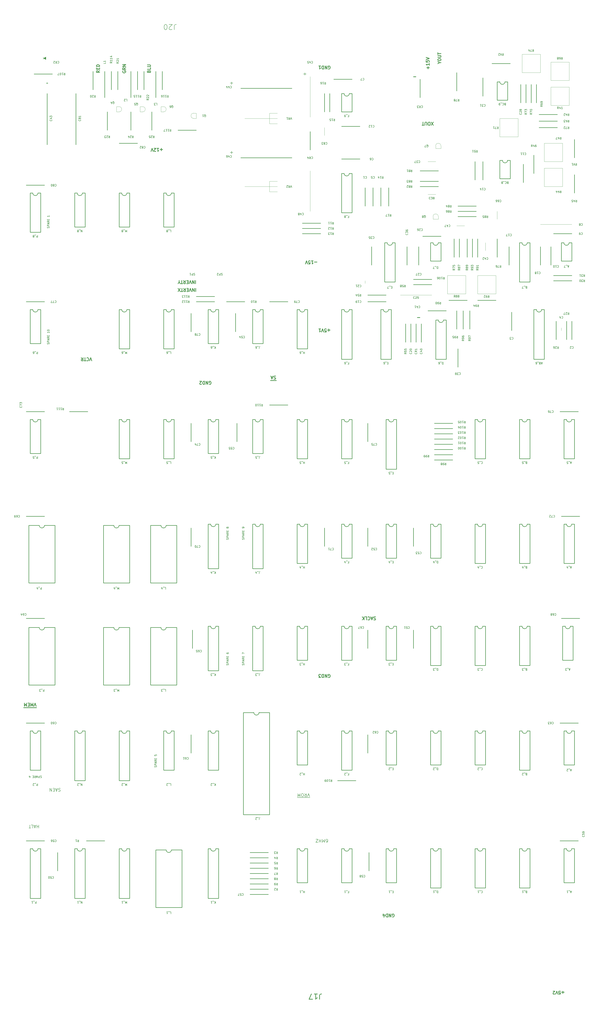
<source format=gbr>
G04 #@! TF.GenerationSoftware,KiCad,Pcbnew,(5.1.5)-3*
G04 #@! TF.CreationDate,2020-11-28T04:10:35-07:00*
G04 #@! TF.ProjectId,Star_Wars_Vector_PCB,53746172-5f57-4617-9273-5f566563746f,rev?*
G04 #@! TF.SameCoordinates,Original*
G04 #@! TF.FileFunction,Legend,Top*
G04 #@! TF.FilePolarity,Positive*
%FSLAX46Y46*%
G04 Gerber Fmt 4.6, Leading zero omitted, Abs format (unit mm)*
G04 Created by KiCad (PCBNEW (5.1.5)-3) date 2020-11-28 04:10:35*
%MOMM*%
%LPD*%
G04 APERTURE LIST*
%ADD10C,0.150000*%
%ADD11C,0.299720*%
%ADD12C,0.254000*%
%ADD13C,0.300000*%
%ADD14C,0.120000*%
%ADD15C,0.100000*%
G04 APERTURE END LIST*
D10*
X48664761Y-218130000D02*
X48712380Y-217987142D01*
X48712380Y-217749047D01*
X48664761Y-217653809D01*
X48617142Y-217606190D01*
X48521904Y-217558571D01*
X48426666Y-217558571D01*
X48331428Y-217606190D01*
X48283809Y-217653809D01*
X48236190Y-217749047D01*
X48188571Y-217939523D01*
X48140952Y-218034761D01*
X48093333Y-218082380D01*
X47998095Y-218130000D01*
X47902857Y-218130000D01*
X47807619Y-218082380D01*
X47760000Y-218034761D01*
X47712380Y-217939523D01*
X47712380Y-217701428D01*
X47760000Y-217558571D01*
X48712380Y-217130000D02*
X47712380Y-217130000D01*
X47712380Y-216749047D01*
X47760000Y-216653809D01*
X47807619Y-216606190D01*
X47902857Y-216558571D01*
X48045714Y-216558571D01*
X48140952Y-216606190D01*
X48188571Y-216653809D01*
X48236190Y-216749047D01*
X48236190Y-217130000D01*
X48426666Y-216177619D02*
X48426666Y-215701428D01*
X48712380Y-216272857D02*
X47712380Y-215939523D01*
X48712380Y-215606190D01*
X48712380Y-214701428D02*
X48236190Y-215034761D01*
X48712380Y-215272857D02*
X47712380Y-215272857D01*
X47712380Y-214891904D01*
X47760000Y-214796666D01*
X47807619Y-214749047D01*
X47902857Y-214701428D01*
X48045714Y-214701428D01*
X48140952Y-214749047D01*
X48188571Y-214796666D01*
X48236190Y-214891904D01*
X48236190Y-215272857D01*
X48188571Y-214272857D02*
X48188571Y-213939523D01*
X48712380Y-213796666D02*
X48712380Y-214272857D01*
X47712380Y-214272857D01*
X47712380Y-213796666D01*
X48712380Y-212082380D02*
X48712380Y-212653809D01*
X48712380Y-212368095D02*
X47712380Y-212368095D01*
X47855238Y-212463333D01*
X47950476Y-212558571D01*
X47998095Y-212653809D01*
X47712380Y-211463333D02*
X47712380Y-211368095D01*
X47760000Y-211272857D01*
X47807619Y-211225238D01*
X47902857Y-211177619D01*
X48093333Y-211130000D01*
X48331428Y-211130000D01*
X48521904Y-211177619D01*
X48617142Y-211225238D01*
X48664761Y-211272857D01*
X48712380Y-211368095D01*
X48712380Y-211463333D01*
X48664761Y-211558571D01*
X48617142Y-211606190D01*
X48521904Y-211653809D01*
X48331428Y-211701428D01*
X48093333Y-211701428D01*
X47902857Y-211653809D01*
X47807619Y-211606190D01*
X47760000Y-211558571D01*
X47712380Y-211463333D01*
X48664761Y-161773809D02*
X48712380Y-161630952D01*
X48712380Y-161392857D01*
X48664761Y-161297619D01*
X48617142Y-161250000D01*
X48521904Y-161202380D01*
X48426666Y-161202380D01*
X48331428Y-161250000D01*
X48283809Y-161297619D01*
X48236190Y-161392857D01*
X48188571Y-161583333D01*
X48140952Y-161678571D01*
X48093333Y-161726190D01*
X47998095Y-161773809D01*
X47902857Y-161773809D01*
X47807619Y-161726190D01*
X47760000Y-161678571D01*
X47712380Y-161583333D01*
X47712380Y-161345238D01*
X47760000Y-161202380D01*
X48712380Y-160773809D02*
X47712380Y-160773809D01*
X47712380Y-160392857D01*
X47760000Y-160297619D01*
X47807619Y-160250000D01*
X47902857Y-160202380D01*
X48045714Y-160202380D01*
X48140952Y-160250000D01*
X48188571Y-160297619D01*
X48236190Y-160392857D01*
X48236190Y-160773809D01*
X48426666Y-159821428D02*
X48426666Y-159345238D01*
X48712380Y-159916666D02*
X47712380Y-159583333D01*
X48712380Y-159250000D01*
X48712380Y-158345238D02*
X48236190Y-158678571D01*
X48712380Y-158916666D02*
X47712380Y-158916666D01*
X47712380Y-158535714D01*
X47760000Y-158440476D01*
X47807619Y-158392857D01*
X47902857Y-158345238D01*
X48045714Y-158345238D01*
X48140952Y-158392857D01*
X48188571Y-158440476D01*
X48236190Y-158535714D01*
X48236190Y-158916666D01*
X48188571Y-157916666D02*
X48188571Y-157583333D01*
X48712380Y-157440476D02*
X48712380Y-157916666D01*
X47712380Y-157916666D01*
X47712380Y-157440476D01*
X48712380Y-155726190D02*
X48712380Y-156297619D01*
X48712380Y-156011904D02*
X47712380Y-156011904D01*
X47855238Y-156107142D01*
X47950476Y-156202380D01*
X47998095Y-156297619D01*
D11*
X238088714Y-81552142D02*
X238814428Y-81552142D01*
X237290428Y-82060142D02*
X238088714Y-81552142D01*
X237290428Y-81044142D01*
X237290428Y-80245857D02*
X237290428Y-79955571D01*
X237363000Y-79810428D01*
X237508142Y-79665285D01*
X237798428Y-79592714D01*
X238306428Y-79592714D01*
X238596714Y-79665285D01*
X238741857Y-79810428D01*
X238814428Y-79955571D01*
X238814428Y-80245857D01*
X238741857Y-80391000D01*
X238596714Y-80536142D01*
X238306428Y-80608714D01*
X237798428Y-80608714D01*
X237508142Y-80536142D01*
X237363000Y-80391000D01*
X237290428Y-80245857D01*
X237290428Y-78939571D02*
X238524142Y-78939571D01*
X238669285Y-78867000D01*
X238741857Y-78794428D01*
X238814428Y-78649285D01*
X238814428Y-78359000D01*
X238741857Y-78213857D01*
X238669285Y-78141285D01*
X238524142Y-78068714D01*
X237290428Y-78068714D01*
X237290428Y-77560714D02*
X237290428Y-76689857D01*
X238814428Y-77125285D02*
X237290428Y-77125285D01*
X232518857Y-84600142D02*
X232518857Y-83439000D01*
X233099428Y-84019571D02*
X231938285Y-84019571D01*
X233099428Y-81915000D02*
X233099428Y-82785857D01*
X233099428Y-82350428D02*
X231575428Y-82350428D01*
X231793142Y-82495571D01*
X231938285Y-82640714D01*
X232010857Y-82785857D01*
X231575428Y-80536142D02*
X231575428Y-81261857D01*
X232301142Y-81334428D01*
X232228571Y-81261857D01*
X232156000Y-81116714D01*
X232156000Y-80753857D01*
X232228571Y-80608714D01*
X232301142Y-80536142D01*
X232446285Y-80463571D01*
X232809142Y-80463571D01*
X232954285Y-80536142D01*
X233026857Y-80608714D01*
X233099428Y-80753857D01*
X233099428Y-81116714D01*
X233026857Y-81261857D01*
X232954285Y-81334428D01*
X231575428Y-80028142D02*
X233099428Y-79520142D01*
X231575428Y-79012142D01*
X227384428Y-205213857D02*
X228545571Y-205213857D01*
X225479428Y-88373857D02*
X226640571Y-88373857D01*
X235095142Y-111959571D02*
X234079142Y-110435571D01*
X234079142Y-111959571D02*
X235095142Y-110435571D01*
X233208285Y-111959571D02*
X232918000Y-111959571D01*
X232772857Y-111887000D01*
X232627714Y-111741857D01*
X232555142Y-111451571D01*
X232555142Y-110943571D01*
X232627714Y-110653285D01*
X232772857Y-110508142D01*
X232918000Y-110435571D01*
X233208285Y-110435571D01*
X233353428Y-110508142D01*
X233498571Y-110653285D01*
X233571142Y-110943571D01*
X233571142Y-111451571D01*
X233498571Y-111741857D01*
X233353428Y-111887000D01*
X233208285Y-111959571D01*
X231902000Y-111959571D02*
X231902000Y-110725857D01*
X231829428Y-110580714D01*
X231756857Y-110508142D01*
X231611714Y-110435571D01*
X231321428Y-110435571D01*
X231176285Y-110508142D01*
X231103714Y-110580714D01*
X231031142Y-110725857D01*
X231031142Y-111959571D01*
X230523142Y-111959571D02*
X229652285Y-111959571D01*
X230087714Y-110435571D02*
X230087714Y-111959571D01*
X178580142Y-178326142D02*
X177419000Y-178326142D01*
X175895000Y-177745571D02*
X176765857Y-177745571D01*
X176330428Y-177745571D02*
X176330428Y-179269571D01*
X176475571Y-179051857D01*
X176620714Y-178906714D01*
X176765857Y-178834142D01*
X174516142Y-179269571D02*
X175241857Y-179269571D01*
X175314428Y-178543857D01*
X175241857Y-178616428D01*
X175096714Y-178689000D01*
X174733857Y-178689000D01*
X174588714Y-178616428D01*
X174516142Y-178543857D01*
X174443571Y-178398714D01*
X174443571Y-178035857D01*
X174516142Y-177890714D01*
X174588714Y-177818142D01*
X174733857Y-177745571D01*
X175096714Y-177745571D01*
X175241857Y-177818142D01*
X175314428Y-177890714D01*
X174008142Y-179269571D02*
X173500142Y-177745571D01*
X172992142Y-179269571D01*
X184131857Y-84582000D02*
X184277000Y-84654571D01*
X184494714Y-84654571D01*
X184712428Y-84582000D01*
X184857571Y-84436857D01*
X184930142Y-84291714D01*
X185002714Y-84001428D01*
X185002714Y-83783714D01*
X184930142Y-83493428D01*
X184857571Y-83348285D01*
X184712428Y-83203142D01*
X184494714Y-83130571D01*
X184349571Y-83130571D01*
X184131857Y-83203142D01*
X184059285Y-83275714D01*
X184059285Y-83783714D01*
X184349571Y-83783714D01*
X183406142Y-83130571D02*
X183406142Y-84654571D01*
X182535285Y-83130571D01*
X182535285Y-84654571D01*
X181809571Y-83130571D02*
X181809571Y-84654571D01*
X181446714Y-84654571D01*
X181229000Y-84582000D01*
X181083857Y-84436857D01*
X181011285Y-84291714D01*
X180938714Y-84001428D01*
X180938714Y-83783714D01*
X181011285Y-83493428D01*
X181083857Y-83348285D01*
X181229000Y-83203142D01*
X181446714Y-83130571D01*
X181809571Y-83130571D01*
X179487285Y-83130571D02*
X180358142Y-83130571D01*
X179922714Y-83130571D02*
X179922714Y-84654571D01*
X180067857Y-84436857D01*
X180213000Y-84291714D01*
X180358142Y-84219142D01*
D10*
X173355000Y-86995000D02*
X172085000Y-86995000D01*
X172720000Y-86360000D02*
X172720000Y-87630000D01*
X137795000Y-125095000D02*
X136525000Y-125095000D01*
X137160000Y-124460000D02*
X137160000Y-125730000D01*
X136525000Y-91440000D02*
X137795000Y-91440000D01*
X137160000Y-90805000D02*
X137160000Y-92075000D01*
X143279761Y-312903809D02*
X143327380Y-312760952D01*
X143327380Y-312522857D01*
X143279761Y-312427619D01*
X143232142Y-312380000D01*
X143136904Y-312332380D01*
X143041666Y-312332380D01*
X142946428Y-312380000D01*
X142898809Y-312427619D01*
X142851190Y-312522857D01*
X142803571Y-312713333D01*
X142755952Y-312808571D01*
X142708333Y-312856190D01*
X142613095Y-312903809D01*
X142517857Y-312903809D01*
X142422619Y-312856190D01*
X142375000Y-312808571D01*
X142327380Y-312713333D01*
X142327380Y-312475238D01*
X142375000Y-312332380D01*
X143327380Y-311903809D02*
X142327380Y-311903809D01*
X142327380Y-311522857D01*
X142375000Y-311427619D01*
X142422619Y-311380000D01*
X142517857Y-311332380D01*
X142660714Y-311332380D01*
X142755952Y-311380000D01*
X142803571Y-311427619D01*
X142851190Y-311522857D01*
X142851190Y-311903809D01*
X143041666Y-310951428D02*
X143041666Y-310475238D01*
X143327380Y-311046666D02*
X142327380Y-310713333D01*
X143327380Y-310380000D01*
X143327380Y-309475238D02*
X142851190Y-309808571D01*
X143327380Y-310046666D02*
X142327380Y-310046666D01*
X142327380Y-309665714D01*
X142375000Y-309570476D01*
X142422619Y-309522857D01*
X142517857Y-309475238D01*
X142660714Y-309475238D01*
X142755952Y-309522857D01*
X142803571Y-309570476D01*
X142851190Y-309665714D01*
X142851190Y-310046666D01*
X142803571Y-309046666D02*
X142803571Y-308713333D01*
X143327380Y-308570476D02*
X143327380Y-309046666D01*
X142327380Y-309046666D01*
X142327380Y-308570476D01*
X143327380Y-307332380D02*
X143327380Y-307141904D01*
X143279761Y-307046666D01*
X143232142Y-306999047D01*
X143089285Y-306903809D01*
X142898809Y-306856190D01*
X142517857Y-306856190D01*
X142422619Y-306903809D01*
X142375000Y-306951428D01*
X142327380Y-307046666D01*
X142327380Y-307237142D01*
X142375000Y-307332380D01*
X142422619Y-307380000D01*
X142517857Y-307427619D01*
X142755952Y-307427619D01*
X142851190Y-307380000D01*
X142898809Y-307332380D01*
X142946428Y-307237142D01*
X142946428Y-307046666D01*
X142898809Y-306951428D01*
X142851190Y-306903809D01*
X142755952Y-306856190D01*
X135659761Y-312903809D02*
X135707380Y-312760952D01*
X135707380Y-312522857D01*
X135659761Y-312427619D01*
X135612142Y-312380000D01*
X135516904Y-312332380D01*
X135421666Y-312332380D01*
X135326428Y-312380000D01*
X135278809Y-312427619D01*
X135231190Y-312522857D01*
X135183571Y-312713333D01*
X135135952Y-312808571D01*
X135088333Y-312856190D01*
X134993095Y-312903809D01*
X134897857Y-312903809D01*
X134802619Y-312856190D01*
X134755000Y-312808571D01*
X134707380Y-312713333D01*
X134707380Y-312475238D01*
X134755000Y-312332380D01*
X135707380Y-311903809D02*
X134707380Y-311903809D01*
X134707380Y-311522857D01*
X134755000Y-311427619D01*
X134802619Y-311380000D01*
X134897857Y-311332380D01*
X135040714Y-311332380D01*
X135135952Y-311380000D01*
X135183571Y-311427619D01*
X135231190Y-311522857D01*
X135231190Y-311903809D01*
X135421666Y-310951428D02*
X135421666Y-310475238D01*
X135707380Y-311046666D02*
X134707380Y-310713333D01*
X135707380Y-310380000D01*
X135707380Y-309475238D02*
X135231190Y-309808571D01*
X135707380Y-310046666D02*
X134707380Y-310046666D01*
X134707380Y-309665714D01*
X134755000Y-309570476D01*
X134802619Y-309522857D01*
X134897857Y-309475238D01*
X135040714Y-309475238D01*
X135135952Y-309522857D01*
X135183571Y-309570476D01*
X135231190Y-309665714D01*
X135231190Y-310046666D01*
X135183571Y-309046666D02*
X135183571Y-308713333D01*
X135707380Y-308570476D02*
X135707380Y-309046666D01*
X134707380Y-309046666D01*
X134707380Y-308570476D01*
X135135952Y-307237142D02*
X135088333Y-307332380D01*
X135040714Y-307380000D01*
X134945476Y-307427619D01*
X134897857Y-307427619D01*
X134802619Y-307380000D01*
X134755000Y-307332380D01*
X134707380Y-307237142D01*
X134707380Y-307046666D01*
X134755000Y-306951428D01*
X134802619Y-306903809D01*
X134897857Y-306856190D01*
X134945476Y-306856190D01*
X135040714Y-306903809D01*
X135088333Y-306951428D01*
X135135952Y-307046666D01*
X135135952Y-307237142D01*
X135183571Y-307332380D01*
X135231190Y-307380000D01*
X135326428Y-307427619D01*
X135516904Y-307427619D01*
X135612142Y-307380000D01*
X135659761Y-307332380D01*
X135707380Y-307237142D01*
X135707380Y-307046666D01*
X135659761Y-306951428D01*
X135612142Y-306903809D01*
X135516904Y-306856190D01*
X135326428Y-306856190D01*
X135231190Y-306903809D01*
X135183571Y-306951428D01*
X135135952Y-307046666D01*
X143279761Y-373863809D02*
X143327380Y-373720952D01*
X143327380Y-373482857D01*
X143279761Y-373387619D01*
X143232142Y-373340000D01*
X143136904Y-373292380D01*
X143041666Y-373292380D01*
X142946428Y-373340000D01*
X142898809Y-373387619D01*
X142851190Y-373482857D01*
X142803571Y-373673333D01*
X142755952Y-373768571D01*
X142708333Y-373816190D01*
X142613095Y-373863809D01*
X142517857Y-373863809D01*
X142422619Y-373816190D01*
X142375000Y-373768571D01*
X142327380Y-373673333D01*
X142327380Y-373435238D01*
X142375000Y-373292380D01*
X143327380Y-372863809D02*
X142327380Y-372863809D01*
X142327380Y-372482857D01*
X142375000Y-372387619D01*
X142422619Y-372340000D01*
X142517857Y-372292380D01*
X142660714Y-372292380D01*
X142755952Y-372340000D01*
X142803571Y-372387619D01*
X142851190Y-372482857D01*
X142851190Y-372863809D01*
X143041666Y-371911428D02*
X143041666Y-371435238D01*
X143327380Y-372006666D02*
X142327380Y-371673333D01*
X143327380Y-371340000D01*
X143327380Y-370435238D02*
X142851190Y-370768571D01*
X143327380Y-371006666D02*
X142327380Y-371006666D01*
X142327380Y-370625714D01*
X142375000Y-370530476D01*
X142422619Y-370482857D01*
X142517857Y-370435238D01*
X142660714Y-370435238D01*
X142755952Y-370482857D01*
X142803571Y-370530476D01*
X142851190Y-370625714D01*
X142851190Y-371006666D01*
X142803571Y-370006666D02*
X142803571Y-369673333D01*
X143327380Y-369530476D02*
X143327380Y-370006666D01*
X142327380Y-370006666D01*
X142327380Y-369530476D01*
X142327380Y-368435238D02*
X142327380Y-367768571D01*
X143327380Y-368197142D01*
X135659761Y-373863809D02*
X135707380Y-373720952D01*
X135707380Y-373482857D01*
X135659761Y-373387619D01*
X135612142Y-373340000D01*
X135516904Y-373292380D01*
X135421666Y-373292380D01*
X135326428Y-373340000D01*
X135278809Y-373387619D01*
X135231190Y-373482857D01*
X135183571Y-373673333D01*
X135135952Y-373768571D01*
X135088333Y-373816190D01*
X134993095Y-373863809D01*
X134897857Y-373863809D01*
X134802619Y-373816190D01*
X134755000Y-373768571D01*
X134707380Y-373673333D01*
X134707380Y-373435238D01*
X134755000Y-373292380D01*
X135707380Y-372863809D02*
X134707380Y-372863809D01*
X134707380Y-372482857D01*
X134755000Y-372387619D01*
X134802619Y-372340000D01*
X134897857Y-372292380D01*
X135040714Y-372292380D01*
X135135952Y-372340000D01*
X135183571Y-372387619D01*
X135231190Y-372482857D01*
X135231190Y-372863809D01*
X135421666Y-371911428D02*
X135421666Y-371435238D01*
X135707380Y-372006666D02*
X134707380Y-371673333D01*
X135707380Y-371340000D01*
X135707380Y-370435238D02*
X135231190Y-370768571D01*
X135707380Y-371006666D02*
X134707380Y-371006666D01*
X134707380Y-370625714D01*
X134755000Y-370530476D01*
X134802619Y-370482857D01*
X134897857Y-370435238D01*
X135040714Y-370435238D01*
X135135952Y-370482857D01*
X135183571Y-370530476D01*
X135231190Y-370625714D01*
X135231190Y-371006666D01*
X135183571Y-370006666D02*
X135183571Y-369673333D01*
X135707380Y-369530476D02*
X135707380Y-370006666D01*
X134707380Y-370006666D01*
X134707380Y-369530476D01*
X134707380Y-367911428D02*
X134707380Y-368101904D01*
X134755000Y-368197142D01*
X134802619Y-368244761D01*
X134945476Y-368340000D01*
X135135952Y-368387619D01*
X135516904Y-368387619D01*
X135612142Y-368340000D01*
X135659761Y-368292380D01*
X135707380Y-368197142D01*
X135707380Y-368006666D01*
X135659761Y-367911428D01*
X135612142Y-367863809D01*
X135516904Y-367816190D01*
X135278809Y-367816190D01*
X135183571Y-367863809D01*
X135135952Y-367911428D01*
X135088333Y-368006666D01*
X135088333Y-368197142D01*
X135135952Y-368292380D01*
X135183571Y-368340000D01*
X135278809Y-368387619D01*
X100734761Y-423393809D02*
X100782380Y-423250952D01*
X100782380Y-423012857D01*
X100734761Y-422917619D01*
X100687142Y-422870000D01*
X100591904Y-422822380D01*
X100496666Y-422822380D01*
X100401428Y-422870000D01*
X100353809Y-422917619D01*
X100306190Y-423012857D01*
X100258571Y-423203333D01*
X100210952Y-423298571D01*
X100163333Y-423346190D01*
X100068095Y-423393809D01*
X99972857Y-423393809D01*
X99877619Y-423346190D01*
X99830000Y-423298571D01*
X99782380Y-423203333D01*
X99782380Y-422965238D01*
X99830000Y-422822380D01*
X100782380Y-422393809D02*
X99782380Y-422393809D01*
X99782380Y-422012857D01*
X99830000Y-421917619D01*
X99877619Y-421870000D01*
X99972857Y-421822380D01*
X100115714Y-421822380D01*
X100210952Y-421870000D01*
X100258571Y-421917619D01*
X100306190Y-422012857D01*
X100306190Y-422393809D01*
X100496666Y-421441428D02*
X100496666Y-420965238D01*
X100782380Y-421536666D02*
X99782380Y-421203333D01*
X100782380Y-420870000D01*
X100782380Y-419965238D02*
X100306190Y-420298571D01*
X100782380Y-420536666D02*
X99782380Y-420536666D01*
X99782380Y-420155714D01*
X99830000Y-420060476D01*
X99877619Y-420012857D01*
X99972857Y-419965238D01*
X100115714Y-419965238D01*
X100210952Y-420012857D01*
X100258571Y-420060476D01*
X100306190Y-420155714D01*
X100306190Y-420536666D01*
X100258571Y-419536666D02*
X100258571Y-419203333D01*
X100782380Y-419060476D02*
X100782380Y-419536666D01*
X99782380Y-419536666D01*
X99782380Y-419060476D01*
X99782380Y-417393809D02*
X99782380Y-417870000D01*
X100258571Y-417917619D01*
X100210952Y-417870000D01*
X100163333Y-417774761D01*
X100163333Y-417536666D01*
X100210952Y-417441428D01*
X100258571Y-417393809D01*
X100353809Y-417346190D01*
X100591904Y-417346190D01*
X100687142Y-417393809D01*
X100734761Y-417441428D01*
X100782380Y-417536666D01*
X100782380Y-417774761D01*
X100734761Y-417870000D01*
X100687142Y-417917619D01*
X44933809Y-427585238D02*
X44790952Y-427537619D01*
X44552857Y-427537619D01*
X44457619Y-427585238D01*
X44410000Y-427632857D01*
X44362380Y-427728095D01*
X44362380Y-427823333D01*
X44410000Y-427918571D01*
X44457619Y-427966190D01*
X44552857Y-428013809D01*
X44743333Y-428061428D01*
X44838571Y-428109047D01*
X44886190Y-428156666D01*
X44933809Y-428251904D01*
X44933809Y-428347142D01*
X44886190Y-428442380D01*
X44838571Y-428490000D01*
X44743333Y-428537619D01*
X44505238Y-428537619D01*
X44362380Y-428490000D01*
X43933809Y-427537619D02*
X43933809Y-428537619D01*
X43552857Y-428537619D01*
X43457619Y-428490000D01*
X43410000Y-428442380D01*
X43362380Y-428347142D01*
X43362380Y-428204285D01*
X43410000Y-428109047D01*
X43457619Y-428061428D01*
X43552857Y-428013809D01*
X43933809Y-428013809D01*
X42981428Y-427823333D02*
X42505238Y-427823333D01*
X43076666Y-427537619D02*
X42743333Y-428537619D01*
X42410000Y-427537619D01*
X41505238Y-427537619D02*
X41838571Y-428013809D01*
X42076666Y-427537619D02*
X42076666Y-428537619D01*
X41695714Y-428537619D01*
X41600476Y-428490000D01*
X41552857Y-428442380D01*
X41505238Y-428347142D01*
X41505238Y-428204285D01*
X41552857Y-428109047D01*
X41600476Y-428061428D01*
X41695714Y-428013809D01*
X42076666Y-428013809D01*
X41076666Y-428061428D02*
X40743333Y-428061428D01*
X40600476Y-427537619D02*
X41076666Y-427537619D01*
X41076666Y-428537619D01*
X40600476Y-428537619D01*
X38981428Y-428204285D02*
X38981428Y-427537619D01*
X39219523Y-428585238D02*
X39457619Y-427870952D01*
X38838571Y-427870952D01*
D11*
X184930142Y-211346142D02*
X183769000Y-211346142D01*
X184349571Y-210765571D02*
X184349571Y-211926714D01*
X182317571Y-212289571D02*
X183043285Y-212289571D01*
X183115857Y-211563857D01*
X183043285Y-211636428D01*
X182898142Y-211709000D01*
X182535285Y-211709000D01*
X182390142Y-211636428D01*
X182317571Y-211563857D01*
X182245000Y-211418714D01*
X182245000Y-211055857D01*
X182317571Y-210910714D01*
X182390142Y-210838142D01*
X182535285Y-210765571D01*
X182898142Y-210765571D01*
X183043285Y-210838142D01*
X183115857Y-210910714D01*
X181809571Y-212289571D02*
X181301571Y-210765571D01*
X180793571Y-212289571D01*
X179487285Y-210765571D02*
X180358142Y-210765571D01*
X179922714Y-210765571D02*
X179922714Y-212289571D01*
X180067857Y-212071857D01*
X180213000Y-211926714D01*
X180358142Y-211854142D01*
D10*
X47244047Y-91511428D02*
X48005952Y-91511428D01*
X47625000Y-91892380D02*
X47625000Y-91130476D01*
D12*
X100330000Y-85725000D02*
X100330000Y-98425000D01*
X88265000Y-85725000D02*
X88265000Y-98425000D01*
X75565000Y-85725000D02*
X75565000Y-98425000D01*
D11*
X97046142Y-85761285D02*
X97118714Y-85543571D01*
X97191285Y-85471000D01*
X97336428Y-85398428D01*
X97554142Y-85398428D01*
X97699285Y-85471000D01*
X97771857Y-85543571D01*
X97844428Y-85688714D01*
X97844428Y-86269285D01*
X96320428Y-86269285D01*
X96320428Y-85761285D01*
X96393000Y-85616142D01*
X96465571Y-85543571D01*
X96610714Y-85471000D01*
X96755857Y-85471000D01*
X96901000Y-85543571D01*
X96973571Y-85616142D01*
X97046142Y-85761285D01*
X97046142Y-86269285D01*
X97844428Y-84019571D02*
X97844428Y-84745285D01*
X96320428Y-84745285D01*
X96320428Y-83511571D02*
X97554142Y-83511571D01*
X97699285Y-83439000D01*
X97771857Y-83366428D01*
X97844428Y-83221285D01*
X97844428Y-82931000D01*
X97771857Y-82785857D01*
X97699285Y-82713285D01*
X97554142Y-82640714D01*
X96320428Y-82640714D01*
X84328000Y-85616142D02*
X84255428Y-85761285D01*
X84255428Y-85979000D01*
X84328000Y-86196714D01*
X84473142Y-86341857D01*
X84618285Y-86414428D01*
X84908571Y-86487000D01*
X85126285Y-86487000D01*
X85416571Y-86414428D01*
X85561714Y-86341857D01*
X85706857Y-86196714D01*
X85779428Y-85979000D01*
X85779428Y-85833857D01*
X85706857Y-85616142D01*
X85634285Y-85543571D01*
X85126285Y-85543571D01*
X85126285Y-85833857D01*
X85779428Y-84019571D02*
X85053714Y-84527571D01*
X85779428Y-84890428D02*
X84255428Y-84890428D01*
X84255428Y-84309857D01*
X84328000Y-84164714D01*
X84400571Y-84092142D01*
X84545714Y-84019571D01*
X84763428Y-84019571D01*
X84908571Y-84092142D01*
X84981142Y-84164714D01*
X85053714Y-84309857D01*
X85053714Y-84890428D01*
X85779428Y-83366428D02*
X84255428Y-83366428D01*
X85779428Y-82495571D01*
X84255428Y-82495571D01*
X73079428Y-85434714D02*
X72353714Y-85942714D01*
X73079428Y-86305571D02*
X71555428Y-86305571D01*
X71555428Y-85725000D01*
X71628000Y-85579857D01*
X71700571Y-85507285D01*
X71845714Y-85434714D01*
X72063428Y-85434714D01*
X72208571Y-85507285D01*
X72281142Y-85579857D01*
X72353714Y-85725000D01*
X72353714Y-86305571D01*
X72281142Y-84781571D02*
X72281142Y-84273571D01*
X73079428Y-84055857D02*
X73079428Y-84781571D01*
X71555428Y-84781571D01*
X71555428Y-84055857D01*
X73079428Y-83402714D02*
X71555428Y-83402714D01*
X71555428Y-83039857D01*
X71628000Y-82822142D01*
X71773142Y-82677000D01*
X71918285Y-82604428D01*
X72208571Y-82531857D01*
X72426285Y-82531857D01*
X72716571Y-82604428D01*
X72861714Y-82677000D01*
X73006857Y-82822142D01*
X73079428Y-83039857D01*
X73079428Y-83402714D01*
X103650142Y-123716142D02*
X102489000Y-123716142D01*
X103069571Y-123135571D02*
X103069571Y-124296714D01*
X100965000Y-123135571D02*
X101835857Y-123135571D01*
X101400428Y-123135571D02*
X101400428Y-124659571D01*
X101545571Y-124441857D01*
X101690714Y-124296714D01*
X101835857Y-124224142D01*
X100384428Y-124514428D02*
X100311857Y-124587000D01*
X100166714Y-124659571D01*
X99803857Y-124659571D01*
X99658714Y-124587000D01*
X99586142Y-124514428D01*
X99513571Y-124369285D01*
X99513571Y-124224142D01*
X99586142Y-124006428D01*
X100457000Y-123135571D01*
X99513571Y-123135571D01*
X99078142Y-124659571D02*
X98570142Y-123135571D01*
X98062142Y-124659571D01*
X119706571Y-187270571D02*
X119706571Y-188794571D01*
X118980857Y-187270571D02*
X118980857Y-188794571D01*
X118110000Y-187270571D01*
X118110000Y-188794571D01*
X117602000Y-188794571D02*
X117094000Y-187270571D01*
X116586000Y-188794571D01*
X116078000Y-188068857D02*
X115570000Y-188068857D01*
X115352285Y-187270571D02*
X116078000Y-187270571D01*
X116078000Y-188794571D01*
X115352285Y-188794571D01*
X113828285Y-187270571D02*
X114336285Y-187996285D01*
X114699142Y-187270571D02*
X114699142Y-188794571D01*
X114118571Y-188794571D01*
X113973428Y-188722000D01*
X113900857Y-188649428D01*
X113828285Y-188504285D01*
X113828285Y-188286571D01*
X113900857Y-188141428D01*
X113973428Y-188068857D01*
X114118571Y-187996285D01*
X114699142Y-187996285D01*
X113392857Y-188794571D02*
X112522000Y-188794571D01*
X112957428Y-187270571D02*
X112957428Y-188794571D01*
X111723714Y-187996285D02*
X111723714Y-187270571D01*
X112231714Y-188794571D02*
X111723714Y-187996285D01*
X111215714Y-188794571D01*
X119779142Y-191080571D02*
X119779142Y-192604571D01*
X119053428Y-191080571D02*
X119053428Y-192604571D01*
X118182571Y-191080571D01*
X118182571Y-192604571D01*
X117674571Y-192604571D02*
X117166571Y-191080571D01*
X116658571Y-192604571D01*
X116150571Y-191878857D02*
X115642571Y-191878857D01*
X115424857Y-191080571D02*
X116150571Y-191080571D01*
X116150571Y-192604571D01*
X115424857Y-192604571D01*
X113900857Y-191080571D02*
X114408857Y-191806285D01*
X114771714Y-191080571D02*
X114771714Y-192604571D01*
X114191142Y-192604571D01*
X114046000Y-192532000D01*
X113973428Y-192459428D01*
X113900857Y-192314285D01*
X113900857Y-192096571D01*
X113973428Y-191951428D01*
X114046000Y-191878857D01*
X114191142Y-191806285D01*
X114771714Y-191806285D01*
X113465428Y-192604571D02*
X112594571Y-192604571D01*
X113030000Y-191080571D02*
X113030000Y-192604571D01*
X112231714Y-192604571D02*
X111215714Y-191080571D01*
X111215714Y-192604571D02*
X112231714Y-191080571D01*
X69287571Y-226259571D02*
X68779571Y-224735571D01*
X68271571Y-226259571D01*
X66892714Y-224880714D02*
X66965285Y-224808142D01*
X67183000Y-224735571D01*
X67328142Y-224735571D01*
X67545857Y-224808142D01*
X67691000Y-224953285D01*
X67763571Y-225098428D01*
X67836142Y-225388714D01*
X67836142Y-225606428D01*
X67763571Y-225896714D01*
X67691000Y-226041857D01*
X67545857Y-226187000D01*
X67328142Y-226259571D01*
X67183000Y-226259571D01*
X66965285Y-226187000D01*
X66892714Y-226114428D01*
X66457285Y-226259571D02*
X65586428Y-226259571D01*
X66021857Y-224735571D02*
X66021857Y-226259571D01*
X64207571Y-224735571D02*
X64715571Y-225461285D01*
X65078428Y-224735571D02*
X65078428Y-226259571D01*
X64497857Y-226259571D01*
X64352714Y-226187000D01*
X64280142Y-226114428D01*
X64207571Y-225969285D01*
X64207571Y-225751571D01*
X64280142Y-225606428D01*
X64352714Y-225533857D01*
X64497857Y-225461285D01*
X65078428Y-225461285D01*
X158858857Y-235801916D02*
X157407428Y-235801916D01*
X158568571Y-233698142D02*
X158350857Y-233625571D01*
X157988000Y-233625571D01*
X157842857Y-233698142D01*
X157770285Y-233770714D01*
X157697714Y-233915857D01*
X157697714Y-234061000D01*
X157770285Y-234206142D01*
X157842857Y-234278714D01*
X157988000Y-234351285D01*
X158278285Y-234423857D01*
X158423428Y-234496428D01*
X158496000Y-234569000D01*
X158568571Y-234714142D01*
X158568571Y-234859285D01*
X158496000Y-235004428D01*
X158423428Y-235077000D01*
X158278285Y-235149571D01*
X157915428Y-235149571D01*
X157697714Y-235077000D01*
X157407428Y-235801916D02*
X156101142Y-235801916D01*
X157117142Y-234061000D02*
X156391428Y-234061000D01*
X157262285Y-233625571D02*
X156754285Y-235149571D01*
X156246285Y-233625571D01*
X126346857Y-237617000D02*
X126492000Y-237689571D01*
X126709714Y-237689571D01*
X126927428Y-237617000D01*
X127072571Y-237471857D01*
X127145142Y-237326714D01*
X127217714Y-237036428D01*
X127217714Y-236818714D01*
X127145142Y-236528428D01*
X127072571Y-236383285D01*
X126927428Y-236238142D01*
X126709714Y-236165571D01*
X126564571Y-236165571D01*
X126346857Y-236238142D01*
X126274285Y-236310714D01*
X126274285Y-236818714D01*
X126564571Y-236818714D01*
X125621142Y-236165571D02*
X125621142Y-237689571D01*
X124750285Y-236165571D01*
X124750285Y-237689571D01*
X124024571Y-236165571D02*
X124024571Y-237689571D01*
X123661714Y-237689571D01*
X123444000Y-237617000D01*
X123298857Y-237471857D01*
X123226285Y-237326714D01*
X123153714Y-237036428D01*
X123153714Y-236818714D01*
X123226285Y-236528428D01*
X123298857Y-236383285D01*
X123444000Y-236238142D01*
X123661714Y-236165571D01*
X124024571Y-236165571D01*
X122573142Y-237544428D02*
X122500571Y-237617000D01*
X122355428Y-237689571D01*
X121992571Y-237689571D01*
X121847428Y-237617000D01*
X121774857Y-237544428D01*
X121702285Y-237399285D01*
X121702285Y-237254142D01*
X121774857Y-237036428D01*
X122645714Y-236165571D01*
X121702285Y-236165571D01*
X207064428Y-350538142D02*
X206846714Y-350465571D01*
X206483857Y-350465571D01*
X206338714Y-350538142D01*
X206266142Y-350610714D01*
X206193571Y-350755857D01*
X206193571Y-350901000D01*
X206266142Y-351046142D01*
X206338714Y-351118714D01*
X206483857Y-351191285D01*
X206774142Y-351263857D01*
X206919285Y-351336428D01*
X206991857Y-351409000D01*
X207064428Y-351554142D01*
X207064428Y-351699285D01*
X206991857Y-351844428D01*
X206919285Y-351917000D01*
X206774142Y-351989571D01*
X206411285Y-351989571D01*
X206193571Y-351917000D01*
X205613000Y-350901000D02*
X204887285Y-350901000D01*
X205758142Y-350465571D02*
X205250142Y-351989571D01*
X204742142Y-350465571D01*
X203363285Y-350610714D02*
X203435857Y-350538142D01*
X203653571Y-350465571D01*
X203798714Y-350465571D01*
X204016428Y-350538142D01*
X204161571Y-350683285D01*
X204234142Y-350828428D01*
X204306714Y-351118714D01*
X204306714Y-351336428D01*
X204234142Y-351626714D01*
X204161571Y-351771857D01*
X204016428Y-351917000D01*
X203798714Y-351989571D01*
X203653571Y-351989571D01*
X203435857Y-351917000D01*
X203363285Y-351844428D01*
X201984428Y-350465571D02*
X202710142Y-350465571D01*
X202710142Y-351989571D01*
X201476428Y-350465571D02*
X201476428Y-351989571D01*
X200605571Y-350465571D02*
X201258714Y-351336428D01*
X200605571Y-351989571D02*
X201476428Y-351118714D01*
X184131857Y-379857000D02*
X184277000Y-379929571D01*
X184494714Y-379929571D01*
X184712428Y-379857000D01*
X184857571Y-379711857D01*
X184930142Y-379566714D01*
X185002714Y-379276428D01*
X185002714Y-379058714D01*
X184930142Y-378768428D01*
X184857571Y-378623285D01*
X184712428Y-378478142D01*
X184494714Y-378405571D01*
X184349571Y-378405571D01*
X184131857Y-378478142D01*
X184059285Y-378550714D01*
X184059285Y-379058714D01*
X184349571Y-379058714D01*
X183406142Y-378405571D02*
X183406142Y-379929571D01*
X182535285Y-378405571D01*
X182535285Y-379929571D01*
X181809571Y-378405571D02*
X181809571Y-379929571D01*
X181446714Y-379929571D01*
X181229000Y-379857000D01*
X181083857Y-379711857D01*
X181011285Y-379566714D01*
X180938714Y-379276428D01*
X180938714Y-379058714D01*
X181011285Y-378768428D01*
X181083857Y-378623285D01*
X181229000Y-378478142D01*
X181446714Y-378405571D01*
X181809571Y-378405571D01*
X180430714Y-379929571D02*
X179487285Y-379929571D01*
X179995285Y-379349000D01*
X179777571Y-379349000D01*
X179632428Y-379276428D01*
X179559857Y-379203857D01*
X179487285Y-379058714D01*
X179487285Y-378695857D01*
X179559857Y-378550714D01*
X179632428Y-378478142D01*
X179777571Y-378405571D01*
X180213000Y-378405571D01*
X180358142Y-378478142D01*
X180430714Y-378550714D01*
X42454285Y-394551916D02*
X41148000Y-394551916D01*
X42309142Y-393899571D02*
X41801142Y-392375571D01*
X41293142Y-393899571D01*
X41148000Y-394551916D02*
X39406285Y-394551916D01*
X40785142Y-392375571D02*
X40785142Y-393899571D01*
X40277142Y-392811000D01*
X39769142Y-393899571D01*
X39769142Y-392375571D01*
X39406285Y-394551916D02*
X38027428Y-394551916D01*
X39043428Y-393173857D02*
X38535428Y-393173857D01*
X38317714Y-392375571D02*
X39043428Y-392375571D01*
X39043428Y-393899571D01*
X38317714Y-393899571D01*
X38027428Y-394551916D02*
X36285714Y-394551916D01*
X37664571Y-392375571D02*
X37664571Y-393899571D01*
X37156571Y-392811000D01*
X36648571Y-393899571D01*
X36648571Y-392375571D01*
D10*
X109371190Y-65525952D02*
X109371190Y-63711666D01*
X109492142Y-63348809D01*
X109734047Y-63106904D01*
X110096904Y-62985952D01*
X110338809Y-62985952D01*
X108282619Y-65284047D02*
X108161666Y-65405000D01*
X107919761Y-65525952D01*
X107315000Y-65525952D01*
X107073095Y-65405000D01*
X106952142Y-65284047D01*
X106831190Y-65042142D01*
X106831190Y-64800238D01*
X106952142Y-64437380D01*
X108403571Y-62985952D01*
X106831190Y-62985952D01*
X105258809Y-65525952D02*
X105016904Y-65525952D01*
X104775000Y-65405000D01*
X104654047Y-65284047D01*
X104533095Y-65042142D01*
X104412142Y-64558333D01*
X104412142Y-63953571D01*
X104533095Y-63469761D01*
X104654047Y-63227857D01*
X104775000Y-63106904D01*
X105016904Y-62985952D01*
X105258809Y-62985952D01*
X105500714Y-63106904D01*
X105621666Y-63227857D01*
X105742619Y-63469761D01*
X105863571Y-63953571D01*
X105863571Y-64558333D01*
X105742619Y-65042142D01*
X105621666Y-65284047D01*
X105500714Y-65405000D01*
X105258809Y-65525952D01*
X183079571Y-459939571D02*
X183369857Y-459939571D01*
X183515000Y-459867000D01*
X183587571Y-459794428D01*
X183732714Y-459576714D01*
X183805285Y-459286428D01*
X183805285Y-458705857D01*
X183732714Y-458560714D01*
X183660142Y-458488142D01*
X183515000Y-458415571D01*
X183224714Y-458415571D01*
X183079571Y-458488142D01*
X183007000Y-458560714D01*
X182934428Y-458705857D01*
X182934428Y-459068714D01*
X183007000Y-459213857D01*
X183079571Y-459286428D01*
X183224714Y-459359000D01*
X183515000Y-459359000D01*
X183660142Y-459286428D01*
X183732714Y-459213857D01*
X183805285Y-459068714D01*
X182281285Y-458415571D02*
X182281285Y-459939571D01*
X181773285Y-458851000D01*
X181265285Y-459939571D01*
X181265285Y-458415571D01*
X180539571Y-458415571D02*
X180539571Y-459939571D01*
X180539571Y-459213857D02*
X179668714Y-459213857D01*
X179668714Y-458415571D02*
X179668714Y-459939571D01*
X179088142Y-459939571D02*
X178072142Y-459939571D01*
X179088142Y-458415571D01*
X178072142Y-458415571D01*
X175169285Y-438172280D02*
X173863000Y-438172280D01*
X175024142Y-437714571D02*
X174516142Y-436190571D01*
X174008142Y-437714571D01*
X173863000Y-438172280D02*
X172339000Y-438172280D01*
X172629285Y-436190571D02*
X173137285Y-436916285D01*
X173500142Y-436190571D02*
X173500142Y-437714571D01*
X172919571Y-437714571D01*
X172774428Y-437642000D01*
X172701857Y-437569428D01*
X172629285Y-437424285D01*
X172629285Y-437206571D01*
X172701857Y-437061428D01*
X172774428Y-436988857D01*
X172919571Y-436916285D01*
X173500142Y-436916285D01*
X172339000Y-438172280D02*
X170742428Y-438172280D01*
X171685857Y-437714571D02*
X171395571Y-437714571D01*
X171250428Y-437642000D01*
X171105285Y-437496857D01*
X171032714Y-437206571D01*
X171032714Y-436698571D01*
X171105285Y-436408285D01*
X171250428Y-436263142D01*
X171395571Y-436190571D01*
X171685857Y-436190571D01*
X171831000Y-436263142D01*
X171976142Y-436408285D01*
X172048714Y-436698571D01*
X172048714Y-437206571D01*
X171976142Y-437496857D01*
X171831000Y-437642000D01*
X171685857Y-437714571D01*
X170742428Y-438172280D02*
X169000714Y-438172280D01*
X170379571Y-436190571D02*
X170379571Y-437714571D01*
X169871571Y-436626000D01*
X169363571Y-437714571D01*
X169363571Y-436190571D01*
X54011285Y-433723142D02*
X53793571Y-433650571D01*
X53430714Y-433650571D01*
X53285571Y-433723142D01*
X53213000Y-433795714D01*
X53140428Y-433940857D01*
X53140428Y-434086000D01*
X53213000Y-434231142D01*
X53285571Y-434303714D01*
X53430714Y-434376285D01*
X53721000Y-434448857D01*
X53866142Y-434521428D01*
X53938714Y-434594000D01*
X54011285Y-434739142D01*
X54011285Y-434884285D01*
X53938714Y-435029428D01*
X53866142Y-435102000D01*
X53721000Y-435174571D01*
X53358142Y-435174571D01*
X53140428Y-435102000D01*
X52559857Y-434086000D02*
X51834142Y-434086000D01*
X52705000Y-433650571D02*
X52197000Y-435174571D01*
X51689000Y-433650571D01*
X51181000Y-434448857D02*
X50673000Y-434448857D01*
X50455285Y-433650571D02*
X51181000Y-433650571D01*
X51181000Y-435174571D01*
X50455285Y-435174571D01*
X49802142Y-433650571D02*
X49802142Y-435174571D01*
X48931285Y-433650571D01*
X48931285Y-435174571D01*
X43561000Y-451430571D02*
X43561000Y-452954571D01*
X43561000Y-452228857D02*
X42690142Y-452228857D01*
X42690142Y-451430571D02*
X42690142Y-452954571D01*
X42037000Y-451866000D02*
X41311285Y-451866000D01*
X42182142Y-451430571D02*
X41674142Y-452954571D01*
X41166142Y-451430571D01*
X39932428Y-451430571D02*
X40658142Y-451430571D01*
X40658142Y-452954571D01*
X39642142Y-452954571D02*
X38771285Y-452954571D01*
X39206714Y-451430571D02*
X39206714Y-452954571D01*
D13*
X179856190Y-536060952D02*
X179856190Y-534246666D01*
X179977142Y-533883809D01*
X180219047Y-533641904D01*
X180581904Y-533520952D01*
X180823809Y-533520952D01*
X177316190Y-533520952D02*
X178767619Y-533520952D01*
X178041904Y-533520952D02*
X178041904Y-536060952D01*
X178283809Y-535698095D01*
X178525714Y-535456190D01*
X178767619Y-535335238D01*
X176469523Y-536060952D02*
X174776190Y-536060952D01*
X175864761Y-533520952D01*
X215217142Y-496050000D02*
X215360000Y-496121428D01*
X215574285Y-496121428D01*
X215788571Y-496050000D01*
X215931428Y-495907142D01*
X216002857Y-495764285D01*
X216074285Y-495478571D01*
X216074285Y-495264285D01*
X216002857Y-494978571D01*
X215931428Y-494835714D01*
X215788571Y-494692857D01*
X215574285Y-494621428D01*
X215431428Y-494621428D01*
X215217142Y-494692857D01*
X215145714Y-494764285D01*
X215145714Y-495264285D01*
X215431428Y-495264285D01*
X214502857Y-494621428D02*
X214502857Y-496121428D01*
X213645714Y-494621428D01*
X213645714Y-496121428D01*
X212931428Y-494621428D02*
X212931428Y-496121428D01*
X212574285Y-496121428D01*
X212360000Y-496050000D01*
X212217142Y-495907142D01*
X212145714Y-495764285D01*
X212074285Y-495478571D01*
X212074285Y-495264285D01*
X212145714Y-494978571D01*
X212217142Y-494835714D01*
X212360000Y-494692857D01*
X212574285Y-494621428D01*
X212931428Y-494621428D01*
X210788571Y-495621428D02*
X210788571Y-494621428D01*
X211145714Y-496192857D02*
X211502857Y-495121428D01*
X210574285Y-495121428D01*
X298552857Y-532657857D02*
X297410000Y-532657857D01*
X297981428Y-532086428D02*
X297981428Y-533229285D01*
X295981428Y-533586428D02*
X296695714Y-533586428D01*
X296767142Y-532872142D01*
X296695714Y-532943571D01*
X296552857Y-533015000D01*
X296195714Y-533015000D01*
X296052857Y-532943571D01*
X295981428Y-532872142D01*
X295910000Y-532729285D01*
X295910000Y-532372142D01*
X295981428Y-532229285D01*
X296052857Y-532157857D01*
X296195714Y-532086428D01*
X296552857Y-532086428D01*
X296695714Y-532157857D01*
X296767142Y-532229285D01*
X295481428Y-533586428D02*
X294981428Y-532086428D01*
X294481428Y-533586428D01*
X294052857Y-533443571D02*
X293981428Y-533515000D01*
X293838571Y-533586428D01*
X293481428Y-533586428D01*
X293338571Y-533515000D01*
X293267142Y-533443571D01*
X293195714Y-533300714D01*
X293195714Y-533157857D01*
X293267142Y-532943571D01*
X294124285Y-532086428D01*
X293195714Y-532086428D01*
D12*
X300990000Y-464185000D02*
G75*
G03X302260000Y-462915000I0J1270000D01*
G01*
X299720000Y-462915000D02*
G75*
G03X300990000Y-464185000I1270000J0D01*
G01*
X298450000Y-462915000D02*
X299720000Y-462915000D01*
X298450000Y-462915000D02*
X298450000Y-479425000D01*
X298450000Y-479425000D02*
X303530000Y-479425000D01*
X303530000Y-479425000D02*
X303530000Y-462915000D01*
X303530000Y-462915000D02*
X302260000Y-462915000D01*
X279400000Y-464185000D02*
G75*
G03X280670000Y-462915000I0J1270000D01*
G01*
X278130000Y-462915000D02*
G75*
G03X279400000Y-464185000I1270000J0D01*
G01*
X276860000Y-462915000D02*
X278130000Y-462915000D01*
X276860000Y-462915000D02*
X276860000Y-481965000D01*
X276860000Y-481965000D02*
X281940000Y-481965000D01*
X281940000Y-481965000D02*
X281940000Y-462915000D01*
X281940000Y-462915000D02*
X280670000Y-462915000D01*
X257810000Y-464185000D02*
G75*
G03X259080000Y-462915000I0J1270000D01*
G01*
X256540000Y-462915000D02*
G75*
G03X257810000Y-464185000I1270000J0D01*
G01*
X255270000Y-462915000D02*
X256540000Y-462915000D01*
X255270000Y-462915000D02*
X255270000Y-481965000D01*
X255270000Y-481965000D02*
X260350000Y-481965000D01*
X260350000Y-481965000D02*
X260350000Y-462915000D01*
X260350000Y-462915000D02*
X259080000Y-462915000D01*
X236220000Y-464185000D02*
G75*
G03X237490000Y-462915000I0J1270000D01*
G01*
X234950000Y-462915000D02*
G75*
G03X236220000Y-464185000I1270000J0D01*
G01*
X233680000Y-462915000D02*
X234950000Y-462915000D01*
X233680000Y-462915000D02*
X233680000Y-481965000D01*
X233680000Y-481965000D02*
X238760000Y-481965000D01*
X238760000Y-481965000D02*
X238760000Y-462915000D01*
X238760000Y-462915000D02*
X237490000Y-462915000D01*
X214630000Y-464185000D02*
G75*
G03X215900000Y-462915000I0J1270000D01*
G01*
X213360000Y-462915000D02*
G75*
G03X214630000Y-464185000I1270000J0D01*
G01*
X212090000Y-462915000D02*
X213360000Y-462915000D01*
X212090000Y-462915000D02*
X212090000Y-479425000D01*
X212090000Y-479425000D02*
X217170000Y-479425000D01*
X217170000Y-479425000D02*
X217170000Y-462915000D01*
X217170000Y-462915000D02*
X215900000Y-462915000D01*
X193040000Y-464185000D02*
G75*
G03X194310000Y-462915000I0J1270000D01*
G01*
X191770000Y-462915000D02*
G75*
G03X193040000Y-464185000I1270000J0D01*
G01*
X190500000Y-462915000D02*
X191770000Y-462915000D01*
X190500000Y-462915000D02*
X190500000Y-479425000D01*
X190500000Y-479425000D02*
X195580000Y-479425000D01*
X195580000Y-479425000D02*
X195580000Y-462915000D01*
X195580000Y-462915000D02*
X194310000Y-462915000D01*
X127000000Y-462915000D02*
G75*
G03X128270000Y-464185000I1270000J0D01*
G01*
X128270000Y-464185000D02*
G75*
G03X129540000Y-462915000I0J1270000D01*
G01*
X127000000Y-462915000D02*
X125730000Y-462915000D01*
X125730000Y-462915000D02*
X125730000Y-487045000D01*
X125730000Y-487045000D02*
X130810000Y-487045000D01*
X130810000Y-487045000D02*
X130810000Y-462915000D01*
X130810000Y-462915000D02*
X129540000Y-462915000D01*
X105410000Y-463550000D02*
G75*
G03X106680000Y-464820000I1270000J0D01*
G01*
X106680000Y-464820000D02*
G75*
G03X107950000Y-463550000I0J1270000D01*
G01*
X100330000Y-463550000D02*
X105410000Y-463550000D01*
X100330000Y-463550000D02*
X100330000Y-491490000D01*
X100330000Y-491490000D02*
X113030000Y-491490000D01*
X113030000Y-491490000D02*
X113030000Y-463550000D01*
X113030000Y-463550000D02*
X107950000Y-463550000D01*
X83820000Y-462915000D02*
G75*
G03X85090000Y-464185000I1270000J0D01*
G01*
X85090000Y-464185000D02*
G75*
G03X86360000Y-462915000I0J1270000D01*
G01*
X83820000Y-462915000D02*
X82550000Y-462915000D01*
X82550000Y-462915000D02*
X82550000Y-487045000D01*
X82550000Y-487045000D02*
X87630000Y-487045000D01*
X87630000Y-487045000D02*
X87630000Y-462915000D01*
X87630000Y-462915000D02*
X86360000Y-462915000D01*
X62230000Y-462915000D02*
G75*
G03X63500000Y-464185000I1270000J0D01*
G01*
X63500000Y-464185000D02*
G75*
G03X64770000Y-462915000I0J1270000D01*
G01*
X62230000Y-462915000D02*
X60960000Y-462915000D01*
X60960000Y-462915000D02*
X60960000Y-487045000D01*
X60960000Y-487045000D02*
X66040000Y-487045000D01*
X66040000Y-487045000D02*
X66040000Y-462915000D01*
X66040000Y-462915000D02*
X64770000Y-462915000D01*
X40640000Y-462915000D02*
G75*
G03X41910000Y-464185000I1270000J0D01*
G01*
X41910000Y-464185000D02*
G75*
G03X43180000Y-462915000I0J1270000D01*
G01*
X40640000Y-462915000D02*
X39370000Y-462915000D01*
X39370000Y-462915000D02*
X39370000Y-487045000D01*
X39370000Y-487045000D02*
X44450000Y-487045000D01*
X44450000Y-487045000D02*
X44450000Y-462915000D01*
X44450000Y-462915000D02*
X43180000Y-462915000D01*
X300990000Y-407035000D02*
G75*
G03X302260000Y-405765000I0J1270000D01*
G01*
X299720000Y-405765000D02*
G75*
G03X300990000Y-407035000I1270000J0D01*
G01*
X298450000Y-405765000D02*
X299720000Y-405765000D01*
X298450000Y-405765000D02*
X298450000Y-422275000D01*
X298450000Y-422275000D02*
X303530000Y-422275000D01*
X303530000Y-422275000D02*
X303530000Y-405765000D01*
X303530000Y-405765000D02*
X302260000Y-405765000D01*
X279400000Y-407035000D02*
G75*
G03X280670000Y-405765000I0J1270000D01*
G01*
X278130000Y-405765000D02*
G75*
G03X279400000Y-407035000I1270000J0D01*
G01*
X276860000Y-405765000D02*
X278130000Y-405765000D01*
X276860000Y-405765000D02*
X276860000Y-424815000D01*
X276860000Y-424815000D02*
X281940000Y-424815000D01*
X281940000Y-424815000D02*
X281940000Y-405765000D01*
X281940000Y-405765000D02*
X280670000Y-405765000D01*
X257810000Y-407035000D02*
G75*
G03X259080000Y-405765000I0J1270000D01*
G01*
X256540000Y-405765000D02*
G75*
G03X257810000Y-407035000I1270000J0D01*
G01*
X255270000Y-405765000D02*
X256540000Y-405765000D01*
X255270000Y-405765000D02*
X255270000Y-422275000D01*
X255270000Y-422275000D02*
X260350000Y-422275000D01*
X260350000Y-422275000D02*
X260350000Y-405765000D01*
X260350000Y-405765000D02*
X259080000Y-405765000D01*
X236220000Y-407035000D02*
G75*
G03X237490000Y-405765000I0J1270000D01*
G01*
X234950000Y-405765000D02*
G75*
G03X236220000Y-407035000I1270000J0D01*
G01*
X233680000Y-405765000D02*
X234950000Y-405765000D01*
X233680000Y-405765000D02*
X233680000Y-422275000D01*
X233680000Y-422275000D02*
X238760000Y-422275000D01*
X238760000Y-422275000D02*
X238760000Y-405765000D01*
X238760000Y-405765000D02*
X237490000Y-405765000D01*
X214630000Y-407035000D02*
G75*
G03X215900000Y-405765000I0J1270000D01*
G01*
X213360000Y-405765000D02*
G75*
G03X214630000Y-407035000I1270000J0D01*
G01*
X212090000Y-405765000D02*
X213360000Y-405765000D01*
X212090000Y-405765000D02*
X212090000Y-422275000D01*
X212090000Y-422275000D02*
X217170000Y-422275000D01*
X217170000Y-422275000D02*
X217170000Y-405765000D01*
X217170000Y-405765000D02*
X215900000Y-405765000D01*
X193040000Y-407035000D02*
G75*
G03X194310000Y-405765000I0J1270000D01*
G01*
X191770000Y-405765000D02*
G75*
G03X193040000Y-407035000I1270000J0D01*
G01*
X190500000Y-405765000D02*
X191770000Y-405765000D01*
X190500000Y-405765000D02*
X190500000Y-424815000D01*
X190500000Y-424815000D02*
X195580000Y-424815000D01*
X195580000Y-424815000D02*
X195580000Y-405765000D01*
X195580000Y-405765000D02*
X194310000Y-405765000D01*
X171450000Y-407035000D02*
G75*
G03X172720000Y-405765000I0J1270000D01*
G01*
X170180000Y-405765000D02*
G75*
G03X171450000Y-407035000I1270000J0D01*
G01*
X168910000Y-405765000D02*
X170180000Y-405765000D01*
X168910000Y-405765000D02*
X168910000Y-422275000D01*
X168910000Y-422275000D02*
X173990000Y-422275000D01*
X173990000Y-422275000D02*
X173990000Y-405765000D01*
X173990000Y-405765000D02*
X172720000Y-405765000D01*
X150495000Y-396875000D02*
X155575000Y-396875000D01*
X155575000Y-396875000D02*
X155575000Y-446405000D01*
X155575000Y-446405000D02*
X142875000Y-446405000D01*
X142875000Y-446405000D02*
X142875000Y-396875000D01*
X142875000Y-396875000D02*
X147955000Y-396875000D01*
X149225000Y-398145000D02*
G75*
G03X150495000Y-396875000I0J1270000D01*
G01*
X147955000Y-396875000D02*
G75*
G03X149225000Y-398145000I1270000J0D01*
G01*
X128270000Y-407035000D02*
G75*
G03X129540000Y-405765000I0J1270000D01*
G01*
X127000000Y-405765000D02*
G75*
G03X128270000Y-407035000I1270000J0D01*
G01*
X125730000Y-405765000D02*
X127000000Y-405765000D01*
X125730000Y-405765000D02*
X125730000Y-424815000D01*
X125730000Y-424815000D02*
X130810000Y-424815000D01*
X130810000Y-424815000D02*
X130810000Y-405765000D01*
X130810000Y-405765000D02*
X129540000Y-405765000D01*
X106680000Y-407035000D02*
G75*
G03X107950000Y-405765000I0J1270000D01*
G01*
X105410000Y-405765000D02*
G75*
G03X106680000Y-407035000I1270000J0D01*
G01*
X104140000Y-405765000D02*
X105410000Y-405765000D01*
X104140000Y-405765000D02*
X104140000Y-424815000D01*
X104140000Y-424815000D02*
X109220000Y-424815000D01*
X109220000Y-424815000D02*
X109220000Y-405765000D01*
X109220000Y-405765000D02*
X107950000Y-405765000D01*
X83820000Y-405765000D02*
G75*
G03X85090000Y-407035000I1270000J0D01*
G01*
X85090000Y-407035000D02*
G75*
G03X86360000Y-405765000I0J1270000D01*
G01*
X83820000Y-405765000D02*
X82550000Y-405765000D01*
X82550000Y-405765000D02*
X82550000Y-429895000D01*
X82550000Y-429895000D02*
X87630000Y-429895000D01*
X87630000Y-429895000D02*
X87630000Y-405765000D01*
X87630000Y-405765000D02*
X86360000Y-405765000D01*
X62230000Y-405765000D02*
G75*
G03X63500000Y-407035000I1270000J0D01*
G01*
X63500000Y-407035000D02*
G75*
G03X64770000Y-405765000I0J1270000D01*
G01*
X62230000Y-405765000D02*
X60960000Y-405765000D01*
X60960000Y-405765000D02*
X60960000Y-429895000D01*
X60960000Y-429895000D02*
X66040000Y-429895000D01*
X66040000Y-429895000D02*
X66040000Y-405765000D01*
X66040000Y-405765000D02*
X64770000Y-405765000D01*
X41910000Y-407035000D02*
G75*
G03X43180000Y-405765000I0J1270000D01*
G01*
X40640000Y-405765000D02*
G75*
G03X41910000Y-407035000I1270000J0D01*
G01*
X39370000Y-405765000D02*
X40640000Y-405765000D01*
X39370000Y-405765000D02*
X39370000Y-424815000D01*
X39370000Y-424815000D02*
X44450000Y-424815000D01*
X44450000Y-424815000D02*
X44450000Y-405765000D01*
X44450000Y-405765000D02*
X43180000Y-405765000D01*
X300355000Y-356235000D02*
G75*
G03X301625000Y-354965000I0J1270000D01*
G01*
X299085000Y-354965000D02*
G75*
G03X300355000Y-356235000I1270000J0D01*
G01*
X297815000Y-354965000D02*
X299085000Y-354965000D01*
X297815000Y-354965000D02*
X297815000Y-371475000D01*
X297815000Y-371475000D02*
X302895000Y-371475000D01*
X302895000Y-371475000D02*
X302895000Y-354965000D01*
X302895000Y-354965000D02*
X301625000Y-354965000D01*
X279400000Y-356235000D02*
G75*
G03X280670000Y-354965000I0J1270000D01*
G01*
X278130000Y-354965000D02*
G75*
G03X279400000Y-356235000I1270000J0D01*
G01*
X276860000Y-354965000D02*
X278130000Y-354965000D01*
X276860000Y-354965000D02*
X276860000Y-374015000D01*
X276860000Y-374015000D02*
X281940000Y-374015000D01*
X281940000Y-374015000D02*
X281940000Y-354965000D01*
X281940000Y-354965000D02*
X280670000Y-354965000D01*
X257810000Y-356235000D02*
G75*
G03X259080000Y-354965000I0J1270000D01*
G01*
X256540000Y-354965000D02*
G75*
G03X257810000Y-356235000I1270000J0D01*
G01*
X255270000Y-354965000D02*
X256540000Y-354965000D01*
X255270000Y-354965000D02*
X255270000Y-374015000D01*
X255270000Y-374015000D02*
X260350000Y-374015000D01*
X260350000Y-374015000D02*
X260350000Y-354965000D01*
X260350000Y-354965000D02*
X259080000Y-354965000D01*
X236220000Y-356235000D02*
G75*
G03X237490000Y-354965000I0J1270000D01*
G01*
X234950000Y-354965000D02*
G75*
G03X236220000Y-356235000I1270000J0D01*
G01*
X233680000Y-354965000D02*
X234950000Y-354965000D01*
X233680000Y-354965000D02*
X233680000Y-374015000D01*
X233680000Y-374015000D02*
X238760000Y-374015000D01*
X238760000Y-374015000D02*
X238760000Y-354965000D01*
X238760000Y-354965000D02*
X237490000Y-354965000D01*
X214630000Y-356235000D02*
G75*
G03X215900000Y-354965000I0J1270000D01*
G01*
X213360000Y-354965000D02*
G75*
G03X214630000Y-356235000I1270000J0D01*
G01*
X212090000Y-354965000D02*
X213360000Y-354965000D01*
X212090000Y-354965000D02*
X212090000Y-371475000D01*
X212090000Y-371475000D02*
X217170000Y-371475000D01*
X217170000Y-371475000D02*
X217170000Y-354965000D01*
X217170000Y-354965000D02*
X215900000Y-354965000D01*
X193040000Y-356235000D02*
G75*
G03X194310000Y-354965000I0J1270000D01*
G01*
X191770000Y-354965000D02*
G75*
G03X193040000Y-356235000I1270000J0D01*
G01*
X190500000Y-354965000D02*
X191770000Y-354965000D01*
X190500000Y-354965000D02*
X190500000Y-371475000D01*
X190500000Y-371475000D02*
X195580000Y-371475000D01*
X195580000Y-371475000D02*
X195580000Y-354965000D01*
X195580000Y-354965000D02*
X194310000Y-354965000D01*
X171450000Y-356235000D02*
G75*
G03X172720000Y-354965000I0J1270000D01*
G01*
X170180000Y-354965000D02*
G75*
G03X171450000Y-356235000I1270000J0D01*
G01*
X168910000Y-354965000D02*
X170180000Y-354965000D01*
X168910000Y-354965000D02*
X168910000Y-371475000D01*
X168910000Y-371475000D02*
X173990000Y-371475000D01*
X173990000Y-371475000D02*
X173990000Y-354965000D01*
X173990000Y-354965000D02*
X172720000Y-354965000D01*
X148590000Y-354965000D02*
G75*
G03X149860000Y-356235000I1270000J0D01*
G01*
X149860000Y-356235000D02*
G75*
G03X151130000Y-354965000I0J1270000D01*
G01*
X148590000Y-354965000D02*
X147320000Y-354965000D01*
X147320000Y-354965000D02*
X147320000Y-376555000D01*
X147320000Y-376555000D02*
X152400000Y-376555000D01*
X152400000Y-376555000D02*
X152400000Y-354965000D01*
X152400000Y-354965000D02*
X151130000Y-354965000D01*
X127000000Y-354965000D02*
G75*
G03X128270000Y-356235000I1270000J0D01*
G01*
X128270000Y-356235000D02*
G75*
G03X129540000Y-354965000I0J1270000D01*
G01*
X127000000Y-354965000D02*
X125730000Y-354965000D01*
X125730000Y-354965000D02*
X125730000Y-376555000D01*
X125730000Y-376555000D02*
X130810000Y-376555000D01*
X130810000Y-376555000D02*
X130810000Y-354965000D01*
X130810000Y-354965000D02*
X129540000Y-354965000D01*
X102870000Y-355600000D02*
G75*
G03X104140000Y-356870000I1270000J0D01*
G01*
X104140000Y-356870000D02*
G75*
G03X105410000Y-355600000I0J1270000D01*
G01*
X97790000Y-355600000D02*
X102870000Y-355600000D01*
X97790000Y-355600000D02*
X97790000Y-383540000D01*
X97790000Y-383540000D02*
X110490000Y-383540000D01*
X110490000Y-383540000D02*
X110490000Y-355600000D01*
X110490000Y-355600000D02*
X105410000Y-355600000D01*
X80010000Y-355600000D02*
G75*
G03X81280000Y-356870000I1270000J0D01*
G01*
X81280000Y-356870000D02*
G75*
G03X82550000Y-355600000I0J1270000D01*
G01*
X74930000Y-355600000D02*
X80010000Y-355600000D01*
X74930000Y-355600000D02*
X74930000Y-383540000D01*
X74930000Y-383540000D02*
X87630000Y-383540000D01*
X87630000Y-383540000D02*
X87630000Y-355600000D01*
X87630000Y-355600000D02*
X82550000Y-355600000D01*
X43815000Y-355600000D02*
G75*
G03X45085000Y-356870000I1270000J0D01*
G01*
X45085000Y-356870000D02*
G75*
G03X46355000Y-355600000I0J1270000D01*
G01*
X38735000Y-355600000D02*
X43815000Y-355600000D01*
X38735000Y-355600000D02*
X38735000Y-383540000D01*
X38735000Y-383540000D02*
X51435000Y-383540000D01*
X51435000Y-383540000D02*
X51435000Y-355600000D01*
X51435000Y-355600000D02*
X46355000Y-355600000D01*
X300990000Y-306705000D02*
G75*
G03X302260000Y-305435000I0J1270000D01*
G01*
X299720000Y-305435000D02*
G75*
G03X300990000Y-306705000I1270000J0D01*
G01*
X298450000Y-305435000D02*
X299720000Y-305435000D01*
X298450000Y-305435000D02*
X298450000Y-324485000D01*
X298450000Y-324485000D02*
X303530000Y-324485000D01*
X303530000Y-324485000D02*
X303530000Y-305435000D01*
X303530000Y-305435000D02*
X302260000Y-305435000D01*
X279400000Y-306705000D02*
G75*
G03X280670000Y-305435000I0J1270000D01*
G01*
X278130000Y-305435000D02*
G75*
G03X279400000Y-306705000I1270000J0D01*
G01*
X276860000Y-305435000D02*
X278130000Y-305435000D01*
X276860000Y-305435000D02*
X276860000Y-324485000D01*
X276860000Y-324485000D02*
X281940000Y-324485000D01*
X281940000Y-324485000D02*
X281940000Y-305435000D01*
X281940000Y-305435000D02*
X280670000Y-305435000D01*
X257810000Y-306705000D02*
G75*
G03X259080000Y-305435000I0J1270000D01*
G01*
X256540000Y-305435000D02*
G75*
G03X257810000Y-306705000I1270000J0D01*
G01*
X255270000Y-305435000D02*
X256540000Y-305435000D01*
X255270000Y-305435000D02*
X255270000Y-324485000D01*
X255270000Y-324485000D02*
X260350000Y-324485000D01*
X260350000Y-324485000D02*
X260350000Y-305435000D01*
X260350000Y-305435000D02*
X259080000Y-305435000D01*
X236220000Y-306705000D02*
G75*
G03X237490000Y-305435000I0J1270000D01*
G01*
X234950000Y-305435000D02*
G75*
G03X236220000Y-306705000I1270000J0D01*
G01*
X233680000Y-305435000D02*
X234950000Y-305435000D01*
X233680000Y-305435000D02*
X233680000Y-321945000D01*
X233680000Y-321945000D02*
X238760000Y-321945000D01*
X238760000Y-321945000D02*
X238760000Y-305435000D01*
X238760000Y-305435000D02*
X237490000Y-305435000D01*
X214630000Y-306705000D02*
G75*
G03X215900000Y-305435000I0J1270000D01*
G01*
X213360000Y-305435000D02*
G75*
G03X214630000Y-306705000I1270000J0D01*
G01*
X212090000Y-305435000D02*
X213360000Y-305435000D01*
X212090000Y-305435000D02*
X212090000Y-321945000D01*
X212090000Y-321945000D02*
X217170000Y-321945000D01*
X217170000Y-321945000D02*
X217170000Y-305435000D01*
X217170000Y-305435000D02*
X215900000Y-305435000D01*
X193040000Y-306705000D02*
G75*
G03X194310000Y-305435000I0J1270000D01*
G01*
X191770000Y-305435000D02*
G75*
G03X193040000Y-306705000I1270000J0D01*
G01*
X190500000Y-305435000D02*
X191770000Y-305435000D01*
X190500000Y-305435000D02*
X190500000Y-321945000D01*
X190500000Y-321945000D02*
X195580000Y-321945000D01*
X195580000Y-321945000D02*
X195580000Y-305435000D01*
X195580000Y-305435000D02*
X194310000Y-305435000D01*
X171450000Y-306705000D02*
G75*
G03X172720000Y-305435000I0J1270000D01*
G01*
X170180000Y-305435000D02*
G75*
G03X171450000Y-306705000I1270000J0D01*
G01*
X168910000Y-305435000D02*
X170180000Y-305435000D01*
X168910000Y-305435000D02*
X168910000Y-324485000D01*
X168910000Y-324485000D02*
X173990000Y-324485000D01*
X173990000Y-324485000D02*
X173990000Y-305435000D01*
X173990000Y-305435000D02*
X172720000Y-305435000D01*
X148590000Y-305435000D02*
G75*
G03X149860000Y-306705000I1270000J0D01*
G01*
X149860000Y-306705000D02*
G75*
G03X151130000Y-305435000I0J1270000D01*
G01*
X148590000Y-305435000D02*
X147320000Y-305435000D01*
X147320000Y-305435000D02*
X147320000Y-327025000D01*
X147320000Y-327025000D02*
X152400000Y-327025000D01*
X152400000Y-327025000D02*
X152400000Y-305435000D01*
X152400000Y-305435000D02*
X151130000Y-305435000D01*
X127000000Y-305435000D02*
G75*
G03X128270000Y-306705000I1270000J0D01*
G01*
X128270000Y-306705000D02*
G75*
G03X129540000Y-305435000I0J1270000D01*
G01*
X127000000Y-305435000D02*
X125730000Y-305435000D01*
X125730000Y-305435000D02*
X125730000Y-327025000D01*
X125730000Y-327025000D02*
X130810000Y-327025000D01*
X130810000Y-327025000D02*
X130810000Y-305435000D01*
X130810000Y-305435000D02*
X129540000Y-305435000D01*
X102870000Y-306070000D02*
G75*
G03X104140000Y-307340000I1270000J0D01*
G01*
X104140000Y-307340000D02*
G75*
G03X105410000Y-306070000I0J1270000D01*
G01*
X97790000Y-306070000D02*
X102870000Y-306070000D01*
X97790000Y-306070000D02*
X97790000Y-334010000D01*
X97790000Y-334010000D02*
X110490000Y-334010000D01*
X110490000Y-334010000D02*
X110490000Y-306070000D01*
X110490000Y-306070000D02*
X105410000Y-306070000D01*
X80010000Y-306070000D02*
G75*
G03X81280000Y-307340000I1270000J0D01*
G01*
X81280000Y-307340000D02*
G75*
G03X82550000Y-306070000I0J1270000D01*
G01*
X74930000Y-306070000D02*
X80010000Y-306070000D01*
X74930000Y-306070000D02*
X74930000Y-334010000D01*
X74930000Y-334010000D02*
X87630000Y-334010000D01*
X87630000Y-334010000D02*
X87630000Y-306070000D01*
X87630000Y-306070000D02*
X82550000Y-306070000D01*
X43815000Y-306070000D02*
G75*
G03X45085000Y-307340000I1270000J0D01*
G01*
X45085000Y-307340000D02*
G75*
G03X46355000Y-306070000I0J1270000D01*
G01*
X38735000Y-306070000D02*
X43815000Y-306070000D01*
X38735000Y-306070000D02*
X38735000Y-334010000D01*
X38735000Y-334010000D02*
X51435000Y-334010000D01*
X51435000Y-334010000D02*
X51435000Y-306070000D01*
X51435000Y-306070000D02*
X46355000Y-306070000D01*
X300990000Y-255905000D02*
G75*
G03X302260000Y-254635000I0J1270000D01*
G01*
X299720000Y-254635000D02*
G75*
G03X300990000Y-255905000I1270000J0D01*
G01*
X298450000Y-254635000D02*
X299720000Y-254635000D01*
X298450000Y-254635000D02*
X298450000Y-273685000D01*
X298450000Y-273685000D02*
X303530000Y-273685000D01*
X303530000Y-273685000D02*
X303530000Y-254635000D01*
X303530000Y-254635000D02*
X302260000Y-254635000D01*
X279400000Y-255905000D02*
G75*
G03X280670000Y-254635000I0J1270000D01*
G01*
X278130000Y-254635000D02*
G75*
G03X279400000Y-255905000I1270000J0D01*
G01*
X276860000Y-254635000D02*
X278130000Y-254635000D01*
X276860000Y-254635000D02*
X276860000Y-273685000D01*
X276860000Y-273685000D02*
X281940000Y-273685000D01*
X281940000Y-273685000D02*
X281940000Y-254635000D01*
X281940000Y-254635000D02*
X280670000Y-254635000D01*
X257810000Y-255905000D02*
G75*
G03X259080000Y-254635000I0J1270000D01*
G01*
X256540000Y-254635000D02*
G75*
G03X257810000Y-255905000I1270000J0D01*
G01*
X255270000Y-254635000D02*
X256540000Y-254635000D01*
X255270000Y-254635000D02*
X255270000Y-273685000D01*
X255270000Y-273685000D02*
X260350000Y-273685000D01*
X260350000Y-273685000D02*
X260350000Y-254635000D01*
X260350000Y-254635000D02*
X259080000Y-254635000D01*
X213360000Y-254635000D02*
G75*
G03X214630000Y-255905000I1270000J0D01*
G01*
X214630000Y-255905000D02*
G75*
G03X215900000Y-254635000I0J1270000D01*
G01*
X213360000Y-254635000D02*
X212090000Y-254635000D01*
X212090000Y-254635000D02*
X212090000Y-278765000D01*
X212090000Y-278765000D02*
X217170000Y-278765000D01*
X217170000Y-278765000D02*
X217170000Y-254635000D01*
X217170000Y-254635000D02*
X215900000Y-254635000D01*
X193040000Y-255905000D02*
G75*
G03X194310000Y-254635000I0J1270000D01*
G01*
X191770000Y-254635000D02*
G75*
G03X193040000Y-255905000I1270000J0D01*
G01*
X190500000Y-254635000D02*
X191770000Y-254635000D01*
X190500000Y-254635000D02*
X190500000Y-273685000D01*
X190500000Y-273685000D02*
X195580000Y-273685000D01*
X195580000Y-273685000D02*
X195580000Y-254635000D01*
X195580000Y-254635000D02*
X194310000Y-254635000D01*
X171450000Y-255905000D02*
G75*
G03X172720000Y-254635000I0J1270000D01*
G01*
X170180000Y-254635000D02*
G75*
G03X171450000Y-255905000I1270000J0D01*
G01*
X168910000Y-254635000D02*
X170180000Y-254635000D01*
X168910000Y-254635000D02*
X168910000Y-273685000D01*
X168910000Y-273685000D02*
X173990000Y-273685000D01*
X173990000Y-273685000D02*
X173990000Y-254635000D01*
X173990000Y-254635000D02*
X172720000Y-254635000D01*
X149860000Y-255905000D02*
G75*
G03X151130000Y-254635000I0J1270000D01*
G01*
X148590000Y-254635000D02*
G75*
G03X149860000Y-255905000I1270000J0D01*
G01*
X147320000Y-254635000D02*
X148590000Y-254635000D01*
X147320000Y-254635000D02*
X147320000Y-271145000D01*
X147320000Y-271145000D02*
X152400000Y-271145000D01*
X152400000Y-271145000D02*
X152400000Y-254635000D01*
X152400000Y-254635000D02*
X151130000Y-254635000D01*
X128270000Y-255905000D02*
G75*
G03X129540000Y-254635000I0J1270000D01*
G01*
X127000000Y-254635000D02*
G75*
G03X128270000Y-255905000I1270000J0D01*
G01*
X125730000Y-254635000D02*
X127000000Y-254635000D01*
X125730000Y-254635000D02*
X125730000Y-271145000D01*
X125730000Y-271145000D02*
X130810000Y-271145000D01*
X130810000Y-271145000D02*
X130810000Y-254635000D01*
X130810000Y-254635000D02*
X129540000Y-254635000D01*
X106680000Y-255905000D02*
G75*
G03X107950000Y-254635000I0J1270000D01*
G01*
X105410000Y-254635000D02*
G75*
G03X106680000Y-255905000I1270000J0D01*
G01*
X104140000Y-254635000D02*
X105410000Y-254635000D01*
X104140000Y-254635000D02*
X104140000Y-273685000D01*
X104140000Y-273685000D02*
X109220000Y-273685000D01*
X109220000Y-273685000D02*
X109220000Y-254635000D01*
X109220000Y-254635000D02*
X107950000Y-254635000D01*
X85090000Y-255905000D02*
G75*
G03X86360000Y-254635000I0J1270000D01*
G01*
X83820000Y-254635000D02*
G75*
G03X85090000Y-255905000I1270000J0D01*
G01*
X82550000Y-254635000D02*
X83820000Y-254635000D01*
X82550000Y-254635000D02*
X82550000Y-273685000D01*
X82550000Y-273685000D02*
X87630000Y-273685000D01*
X87630000Y-273685000D02*
X87630000Y-254635000D01*
X87630000Y-254635000D02*
X86360000Y-254635000D01*
X41910000Y-255905000D02*
G75*
G03X43180000Y-254635000I0J1270000D01*
G01*
X40640000Y-254635000D02*
G75*
G03X41910000Y-255905000I1270000J0D01*
G01*
X39370000Y-254635000D02*
X40640000Y-254635000D01*
X39370000Y-254635000D02*
X39370000Y-271145000D01*
X39370000Y-271145000D02*
X44450000Y-271145000D01*
X44450000Y-271145000D02*
X44450000Y-254635000D01*
X44450000Y-254635000D02*
X43180000Y-254635000D01*
X285115000Y-201295000D02*
G75*
G03X286385000Y-202565000I1270000J0D01*
G01*
X286385000Y-202565000D02*
G75*
G03X287655000Y-201295000I0J1270000D01*
G01*
X285115000Y-201295000D02*
X283845000Y-201295000D01*
X283845000Y-201295000D02*
X283845000Y-225425000D01*
X283845000Y-225425000D02*
X288925000Y-225425000D01*
X288925000Y-225425000D02*
X288925000Y-201295000D01*
X288925000Y-201295000D02*
X287655000Y-201295000D01*
X241300000Y-206375000D02*
X240030000Y-206375000D01*
X241300000Y-225425000D02*
X241300000Y-206375000D01*
X236220000Y-225425000D02*
X241300000Y-225425000D01*
X236220000Y-206375000D02*
X236220000Y-225425000D01*
X236220000Y-206375000D02*
X237490000Y-206375000D01*
X237490000Y-206375000D02*
G75*
G03X238760000Y-207645000I1270000J0D01*
G01*
X238760000Y-207645000D02*
G75*
G03X240030000Y-206375000I0J1270000D01*
G01*
X210820000Y-201295000D02*
G75*
G03X212090000Y-202565000I1270000J0D01*
G01*
X212090000Y-202565000D02*
G75*
G03X213360000Y-201295000I0J1270000D01*
G01*
X210820000Y-201295000D02*
X209550000Y-201295000D01*
X209550000Y-201295000D02*
X209550000Y-225425000D01*
X209550000Y-225425000D02*
X214630000Y-225425000D01*
X214630000Y-225425000D02*
X214630000Y-201295000D01*
X214630000Y-201295000D02*
X213360000Y-201295000D01*
X191770000Y-201295000D02*
G75*
G03X193040000Y-202565000I1270000J0D01*
G01*
X193040000Y-202565000D02*
G75*
G03X194310000Y-201295000I0J1270000D01*
G01*
X191770000Y-201295000D02*
X190500000Y-201295000D01*
X190500000Y-201295000D02*
X190500000Y-225425000D01*
X190500000Y-225425000D02*
X195580000Y-225425000D01*
X195580000Y-225425000D02*
X195580000Y-201295000D01*
X195580000Y-201295000D02*
X194310000Y-201295000D01*
X171450000Y-202565000D02*
G75*
G03X172720000Y-201295000I0J1270000D01*
G01*
X170180000Y-201295000D02*
G75*
G03X171450000Y-202565000I1270000J0D01*
G01*
X168910000Y-201295000D02*
X170180000Y-201295000D01*
X168910000Y-201295000D02*
X168910000Y-220345000D01*
X168910000Y-220345000D02*
X173990000Y-220345000D01*
X173990000Y-220345000D02*
X173990000Y-201295000D01*
X173990000Y-201295000D02*
X172720000Y-201295000D01*
X149860000Y-202565000D02*
G75*
G03X151130000Y-201295000I0J1270000D01*
G01*
X148590000Y-201295000D02*
G75*
G03X149860000Y-202565000I1270000J0D01*
G01*
X147320000Y-201295000D02*
X148590000Y-201295000D01*
X147320000Y-201295000D02*
X147320000Y-217805000D01*
X147320000Y-217805000D02*
X152400000Y-217805000D01*
X152400000Y-217805000D02*
X152400000Y-201295000D01*
X152400000Y-201295000D02*
X151130000Y-201295000D01*
X128270000Y-202565000D02*
G75*
G03X129540000Y-201295000I0J1270000D01*
G01*
X127000000Y-201295000D02*
G75*
G03X128270000Y-202565000I1270000J0D01*
G01*
X125730000Y-201295000D02*
X127000000Y-201295000D01*
X125730000Y-201295000D02*
X125730000Y-217805000D01*
X125730000Y-217805000D02*
X130810000Y-217805000D01*
X130810000Y-217805000D02*
X130810000Y-201295000D01*
X130810000Y-201295000D02*
X129540000Y-201295000D01*
X106680000Y-202565000D02*
G75*
G03X107950000Y-201295000I0J1270000D01*
G01*
X105410000Y-201295000D02*
G75*
G03X106680000Y-202565000I1270000J0D01*
G01*
X104140000Y-201295000D02*
X105410000Y-201295000D01*
X104140000Y-201295000D02*
X104140000Y-220345000D01*
X104140000Y-220345000D02*
X109220000Y-220345000D01*
X109220000Y-220345000D02*
X109220000Y-201295000D01*
X109220000Y-201295000D02*
X107950000Y-201295000D01*
X85090000Y-202565000D02*
G75*
G03X86360000Y-201295000I0J1270000D01*
G01*
X83820000Y-201295000D02*
G75*
G03X85090000Y-202565000I1270000J0D01*
G01*
X82550000Y-201295000D02*
X83820000Y-201295000D01*
X82550000Y-201295000D02*
X82550000Y-220345000D01*
X82550000Y-220345000D02*
X87630000Y-220345000D01*
X87630000Y-220345000D02*
X87630000Y-201295000D01*
X87630000Y-201295000D02*
X86360000Y-201295000D01*
X41910000Y-202565000D02*
G75*
G03X43180000Y-201295000I0J1270000D01*
G01*
X40640000Y-201295000D02*
G75*
G03X41910000Y-202565000I1270000J0D01*
G01*
X39370000Y-201295000D02*
X40640000Y-201295000D01*
X39370000Y-201295000D02*
X39370000Y-217805000D01*
X39370000Y-217805000D02*
X44450000Y-217805000D01*
X44450000Y-217805000D02*
X44450000Y-201295000D01*
X44450000Y-201295000D02*
X43180000Y-201295000D01*
X299720000Y-170180000D02*
G75*
G03X300990000Y-168910000I0J1270000D01*
G01*
X298450000Y-168910000D02*
G75*
G03X299720000Y-170180000I1270000J0D01*
G01*
X298450000Y-168910000D02*
X297180000Y-168910000D01*
X297180000Y-168910000D02*
X297180000Y-177800000D01*
X297180000Y-177800000D02*
X302260000Y-177800000D01*
X302260000Y-177800000D02*
X302260000Y-168910000D01*
X302260000Y-168910000D02*
X300990000Y-168910000D01*
X279400000Y-170180000D02*
G75*
G03X280670000Y-168910000I0J1270000D01*
G01*
X278130000Y-168910000D02*
G75*
G03X279400000Y-170180000I1270000J0D01*
G01*
X276860000Y-168910000D02*
X278130000Y-168910000D01*
X276860000Y-168910000D02*
X276860000Y-187960000D01*
X276860000Y-187960000D02*
X281940000Y-187960000D01*
X281940000Y-187960000D02*
X281940000Y-168910000D01*
X281940000Y-168910000D02*
X280670000Y-168910000D01*
X236220000Y-170180000D02*
G75*
G03X237490000Y-168910000I0J1270000D01*
G01*
X234950000Y-168910000D02*
G75*
G03X236220000Y-170180000I1270000J0D01*
G01*
X234950000Y-168910000D02*
X233680000Y-168910000D01*
X233680000Y-168910000D02*
X233680000Y-177800000D01*
X233680000Y-177800000D02*
X238760000Y-177800000D01*
X238760000Y-177800000D02*
X238760000Y-168910000D01*
X238760000Y-168910000D02*
X237490000Y-168910000D01*
X213995000Y-170180000D02*
G75*
G03X215265000Y-168910000I0J1270000D01*
G01*
X212725000Y-168910000D02*
G75*
G03X213995000Y-170180000I1270000J0D01*
G01*
X211455000Y-168910000D02*
X212725000Y-168910000D01*
X211455000Y-168910000D02*
X211455000Y-187960000D01*
X211455000Y-187960000D02*
X216535000Y-187960000D01*
X216535000Y-187960000D02*
X216535000Y-168910000D01*
X216535000Y-168910000D02*
X215265000Y-168910000D01*
X269875000Y-130175000D02*
G75*
G03X271145000Y-128905000I0J1270000D01*
G01*
X268605000Y-128905000D02*
G75*
G03X269875000Y-130175000I1270000J0D01*
G01*
X268605000Y-128905000D02*
X267335000Y-128905000D01*
X267335000Y-128905000D02*
X267335000Y-137795000D01*
X267335000Y-137795000D02*
X272415000Y-137795000D01*
X272415000Y-137795000D02*
X272415000Y-128905000D01*
X272415000Y-128905000D02*
X271145000Y-128905000D01*
X268605000Y-92075000D02*
G75*
G03X269875000Y-90805000I0J1270000D01*
G01*
X267335000Y-90805000D02*
G75*
G03X268605000Y-92075000I1270000J0D01*
G01*
X267335000Y-90805000D02*
X266065000Y-90805000D01*
X266065000Y-90805000D02*
X266065000Y-99695000D01*
X266065000Y-99695000D02*
X271145000Y-99695000D01*
X271145000Y-99695000D02*
X271145000Y-90805000D01*
X271145000Y-90805000D02*
X269875000Y-90805000D01*
X193040000Y-136525000D02*
G75*
G03X194310000Y-135255000I0J1270000D01*
G01*
X191770000Y-135255000D02*
G75*
G03X193040000Y-136525000I1270000J0D01*
G01*
X190500000Y-135255000D02*
X191770000Y-135255000D01*
X190500000Y-135255000D02*
X190500000Y-154305000D01*
X190500000Y-154305000D02*
X195580000Y-154305000D01*
X195580000Y-154305000D02*
X195580000Y-135255000D01*
X195580000Y-135255000D02*
X194310000Y-135255000D01*
X193040000Y-97790000D02*
G75*
G03X194310000Y-96520000I0J1270000D01*
G01*
X191770000Y-96520000D02*
G75*
G03X193040000Y-97790000I1270000J0D01*
G01*
X191770000Y-96520000D02*
X190500000Y-96520000D01*
X190500000Y-96520000D02*
X190500000Y-105410000D01*
X190500000Y-105410000D02*
X195580000Y-105410000D01*
X195580000Y-105410000D02*
X195580000Y-96520000D01*
X195580000Y-96520000D02*
X194310000Y-96520000D01*
X106680000Y-146050000D02*
G75*
G03X107950000Y-144780000I0J1270000D01*
G01*
X105410000Y-144780000D02*
G75*
G03X106680000Y-146050000I1270000J0D01*
G01*
X104140000Y-144780000D02*
X105410000Y-144780000D01*
X104140000Y-144780000D02*
X104140000Y-161290000D01*
X104140000Y-161290000D02*
X109220000Y-161290000D01*
X109220000Y-161290000D02*
X109220000Y-144780000D01*
X109220000Y-144780000D02*
X107950000Y-144780000D01*
X85090000Y-146050000D02*
G75*
G03X86360000Y-144780000I0J1270000D01*
G01*
X83820000Y-144780000D02*
G75*
G03X85090000Y-146050000I1270000J0D01*
G01*
X82550000Y-144780000D02*
X83820000Y-144780000D01*
X82550000Y-144780000D02*
X82550000Y-161290000D01*
X82550000Y-161290000D02*
X87630000Y-161290000D01*
X87630000Y-161290000D02*
X87630000Y-144780000D01*
X87630000Y-144780000D02*
X86360000Y-144780000D01*
X63500000Y-146050000D02*
G75*
G03X64770000Y-144780000I0J1270000D01*
G01*
X62230000Y-144780000D02*
G75*
G03X63500000Y-146050000I1270000J0D01*
G01*
X60960000Y-144780000D02*
X62230000Y-144780000D01*
X60960000Y-144780000D02*
X60960000Y-161290000D01*
X60960000Y-161290000D02*
X66040000Y-161290000D01*
X66040000Y-161290000D02*
X66040000Y-144780000D01*
X66040000Y-144780000D02*
X64770000Y-144780000D01*
X41910000Y-146050000D02*
G75*
G03X43180000Y-144780000I0J1270000D01*
G01*
X40640000Y-144780000D02*
G75*
G03X41910000Y-146050000I1270000J0D01*
G01*
X39370000Y-144780000D02*
X40640000Y-144780000D01*
X39370000Y-144780000D02*
X39370000Y-163830000D01*
X39370000Y-163830000D02*
X44450000Y-163830000D01*
X44450000Y-163830000D02*
X44450000Y-144780000D01*
X44450000Y-144780000D02*
X43180000Y-144780000D01*
X146050000Y-464820000D02*
X154940000Y-464820000D01*
X146050000Y-467360000D02*
X154940000Y-467360000D01*
X146050000Y-482600000D02*
X154940000Y-482600000D01*
X146050000Y-469900000D02*
X154940000Y-469900000D01*
X146050000Y-472440000D02*
X154940000Y-472440000D01*
X146050000Y-474980000D02*
X154940000Y-474980000D01*
X146050000Y-477520000D02*
X154940000Y-477520000D01*
X146050000Y-480060000D02*
X154940000Y-480060000D01*
X146050000Y-485140000D02*
X154940000Y-485140000D01*
X52705000Y-473710000D02*
X52705000Y-464820000D01*
X37465000Y-459105000D02*
X46355000Y-459105000D01*
X203835000Y-473710000D02*
X203835000Y-464820000D01*
X305435000Y-459105000D02*
X296545000Y-459105000D01*
X66675000Y-459105000D02*
X75565000Y-459105000D01*
X188595000Y-429895000D02*
X197485000Y-429895000D01*
X225425000Y-365760000D02*
X225425000Y-356870000D01*
X203200000Y-316230000D02*
X203200000Y-307340000D01*
X225425000Y-316230000D02*
X225425000Y-307340000D01*
X37465000Y-401955000D02*
X46355000Y-401955000D01*
X117475000Y-416560000D02*
X117475000Y-407670000D01*
X203200000Y-416560000D02*
X203200000Y-407670000D01*
X305435000Y-401955000D02*
X296545000Y-401955000D01*
X37465000Y-351155000D02*
X46355000Y-351155000D01*
X118110000Y-365760000D02*
X118110000Y-356870000D01*
X203200000Y-365760000D02*
X203200000Y-356870000D01*
X306070000Y-351155000D02*
X297180000Y-351155000D01*
X37465000Y-301625000D02*
X46355000Y-301625000D01*
X117475000Y-316230000D02*
X117475000Y-307340000D01*
X182245000Y-316230000D02*
X182245000Y-307340000D01*
X306070000Y-301625000D02*
X297180000Y-301625000D01*
X139700000Y-265430000D02*
X139700000Y-256540000D01*
X37465000Y-250825000D02*
X46355000Y-250825000D01*
X117475000Y-265430000D02*
X117475000Y-256540000D01*
X203200000Y-265430000D02*
X203200000Y-256540000D01*
X305435000Y-250825000D02*
X296545000Y-250825000D01*
X244475000Y-274320000D02*
X235585000Y-274320000D01*
X244475000Y-271780000D02*
X235585000Y-271780000D01*
X244475000Y-269240000D02*
X235585000Y-269240000D01*
X244475000Y-266700000D02*
X235585000Y-266700000D01*
X235585000Y-264160000D02*
X244475000Y-264160000D01*
X235585000Y-261620000D02*
X244475000Y-261620000D01*
X235585000Y-259080000D02*
X244475000Y-259080000D01*
X235585000Y-256540000D02*
X244475000Y-256540000D01*
X139065000Y-212090000D02*
X139065000Y-203200000D01*
X37465000Y-197485000D02*
X46355000Y-197485000D01*
X117475000Y-212090000D02*
X117475000Y-203200000D01*
X155575000Y-197485000D02*
X164465000Y-197485000D01*
X143510000Y-197485000D02*
X134620000Y-197485000D01*
X155575000Y-247650000D02*
X164465000Y-247650000D01*
X58420000Y-250825000D02*
X67310000Y-250825000D01*
X120015000Y-197485000D02*
X128905000Y-197485000D01*
X120015000Y-194945000D02*
X128905000Y-194945000D01*
X37465000Y-140970000D02*
X46355000Y-140970000D01*
X82550000Y-120650000D02*
X91440000Y-120650000D01*
X69850000Y-94615000D02*
X69850000Y-85725000D01*
X81915000Y-94615000D02*
X81915000Y-85725000D01*
X94615000Y-94615000D02*
X94615000Y-85725000D01*
X76835000Y-105410000D02*
X76835000Y-114300000D01*
X88265000Y-105410000D02*
X88265000Y-114300000D01*
X98425000Y-105410000D02*
X98425000Y-114300000D01*
X50165000Y-86995000D02*
X41275000Y-86995000D01*
X78740000Y-85725000D02*
X78740000Y-94615000D01*
X91440000Y-85725000D02*
X91440000Y-94615000D01*
X103505000Y-85725000D02*
X103505000Y-94615000D01*
X120015000Y-114300000D02*
X111125000Y-114300000D01*
D14*
X118745000Y-108585000D02*
G75*
G02X118745000Y-106045000I0J1270000D01*
G01*
X120015000Y-106045000D02*
X120015000Y-108585000D01*
X118745000Y-106045000D02*
X120015000Y-106045000D01*
X118745000Y-108585000D02*
X120015000Y-108585000D01*
X82550000Y-102870000D02*
X81280000Y-102870000D01*
X82550000Y-105410000D02*
X81280000Y-105410000D01*
X81280000Y-105410000D02*
X81280000Y-102870000D01*
X82550000Y-102870000D02*
G75*
G02X82550000Y-105410000I0J-1270000D01*
G01*
X93980000Y-102870000D02*
G75*
G02X93980000Y-105410000I0J-1270000D01*
G01*
X92710000Y-105410000D02*
X92710000Y-102870000D01*
X93980000Y-105410000D02*
X92710000Y-105410000D01*
X93980000Y-102870000D02*
X92710000Y-102870000D01*
X104140000Y-102870000D02*
X102870000Y-102870000D01*
X104140000Y-105410000D02*
X102870000Y-105410000D01*
X102870000Y-105410000D02*
X102870000Y-102870000D01*
X104140000Y-102870000D02*
G75*
G02X104140000Y-105410000I0J-1270000D01*
G01*
X236220000Y-121920000D02*
G75*
G02X238760000Y-121920000I1270000J0D01*
G01*
X238760000Y-123190000D02*
X236220000Y-123190000D01*
X238760000Y-121920000D02*
X238760000Y-123190000D01*
X236220000Y-121920000D02*
X236220000Y-123190000D01*
X234950000Y-156210000D02*
X234950000Y-157480000D01*
X237490000Y-156210000D02*
X237490000Y-157480000D01*
X237490000Y-157480000D02*
X234950000Y-157480000D01*
X234950000Y-156210000D02*
G75*
G02X237490000Y-156210000I1270000J0D01*
G01*
X45720000Y-78740000D02*
X45720000Y-80010000D01*
X45720000Y-79375000D02*
X46990000Y-78740000D01*
X46990000Y-78740000D02*
X46990000Y-80010000D01*
X46990000Y-80010000D02*
X45720000Y-79375000D01*
D15*
G36*
X46990000Y-80010000D02*
G01*
X45720000Y-79375000D01*
X46990000Y-78740000D01*
X46990000Y-80010000D01*
G37*
X46990000Y-80010000D02*
X45720000Y-79375000D01*
X46990000Y-78740000D01*
X46990000Y-80010000D01*
D12*
X47625000Y-121285000D02*
X47625000Y-96520000D01*
X61595000Y-121285000D02*
X61595000Y-96520000D01*
X171450000Y-464185000D02*
G75*
G03X172720000Y-462915000I0J1270000D01*
G01*
X170180000Y-462915000D02*
G75*
G03X171450000Y-464185000I1270000J0D01*
G01*
X168910000Y-462915000D02*
X170180000Y-462915000D01*
X168910000Y-462915000D02*
X168910000Y-479425000D01*
X168910000Y-479425000D02*
X173990000Y-479425000D01*
X173990000Y-479425000D02*
X173990000Y-462915000D01*
X173990000Y-462915000D02*
X172720000Y-462915000D01*
X302260000Y-215900000D02*
X302260000Y-207010000D01*
X273050000Y-202565000D02*
X273050000Y-211455000D01*
X224155000Y-208280000D02*
X224155000Y-217170000D01*
X247015000Y-220345000D02*
X247015000Y-229235000D01*
X229235000Y-217170000D02*
X229235000Y-208280000D01*
X226695000Y-217170000D02*
X226695000Y-208280000D01*
X294640000Y-207010000D02*
X294640000Y-215900000D01*
X299720000Y-215900000D02*
X299720000Y-207010000D01*
X221615000Y-217170000D02*
X221615000Y-208280000D01*
X246380000Y-210820000D02*
X246380000Y-201930000D01*
X249555000Y-210820000D02*
X249555000Y-201930000D01*
X252730000Y-210820000D02*
X252730000Y-201930000D01*
D14*
X297180000Y-210185000D02*
X297180000Y-211455000D01*
X234315000Y-194310000D02*
X219075000Y-194310000D01*
D12*
X201930000Y-142240000D02*
X201930000Y-151130000D01*
X205740000Y-151130000D02*
X205740000Y-142240000D01*
X203200000Y-197485000D02*
X212090000Y-197485000D01*
D14*
X201930000Y-188595000D02*
X201930000Y-187325000D01*
D12*
X209550000Y-142240000D02*
X209550000Y-151130000D01*
X213360000Y-142240000D02*
X213360000Y-151130000D01*
X302260000Y-187325000D02*
X293370000Y-187325000D01*
X293370000Y-184785000D02*
X302260000Y-184785000D01*
X203200000Y-194310000D02*
X212090000Y-194310000D01*
X234315000Y-189230000D02*
X225425000Y-189230000D01*
X251460000Y-196850000D02*
X242570000Y-196850000D01*
X256540000Y-196850000D02*
X265430000Y-196850000D01*
X225425000Y-186690000D02*
X234315000Y-186690000D01*
X241300000Y-201930000D02*
X232410000Y-201930000D01*
X302260000Y-164465000D02*
X293370000Y-164465000D01*
X292100000Y-179705000D02*
X292100000Y-170815000D01*
X271780000Y-170815000D02*
X271780000Y-179705000D01*
X287020000Y-170815000D02*
X287020000Y-179705000D01*
X238760000Y-165735000D02*
X229870000Y-165735000D01*
X227965000Y-179705000D02*
X227965000Y-170815000D01*
X205105000Y-170815000D02*
X205105000Y-179705000D01*
X222250000Y-179705000D02*
X222250000Y-170815000D01*
D14*
X260350000Y-168910000D02*
X260350000Y-172720000D01*
D12*
X245110000Y-167005000D02*
X245110000Y-175895000D01*
X266065000Y-167005000D02*
X266065000Y-175895000D01*
X247650000Y-167005000D02*
X247650000Y-175895000D01*
X251460000Y-167005000D02*
X251460000Y-175895000D01*
X256540000Y-167005000D02*
X256540000Y-175895000D01*
X254000000Y-167005000D02*
X254000000Y-175895000D01*
X166370000Y-93980000D02*
X141605000Y-93980000D01*
X166370000Y-127635000D02*
X141605000Y-127635000D01*
D14*
X155575000Y-111125000D02*
X159385000Y-111125000D01*
X155575000Y-108585000D02*
X155575000Y-111125000D01*
X155575000Y-106045000D02*
X155575000Y-108585000D01*
X159385000Y-106045000D02*
X155575000Y-106045000D01*
X159385000Y-108585000D02*
X143510000Y-108585000D01*
X159385000Y-141605000D02*
X143510000Y-141605000D01*
X159385000Y-139065000D02*
X155575000Y-139065000D01*
X155575000Y-139065000D02*
X155575000Y-141605000D01*
X155575000Y-141605000D02*
X155575000Y-144145000D01*
X155575000Y-144145000D02*
X159385000Y-144145000D01*
D12*
X199390000Y-128270000D02*
X190500000Y-128270000D01*
X186690000Y-89535000D02*
X195580000Y-89535000D01*
X199390000Y-112395000D02*
X190500000Y-112395000D01*
D14*
X175260000Y-107950000D02*
X175260000Y-88265000D01*
X175260000Y-153670000D02*
X175260000Y-133985000D01*
D12*
X175260000Y-123825000D02*
X175260000Y-114935000D01*
X171450000Y-159385000D02*
X180340000Y-159385000D01*
X171450000Y-161925000D02*
X180340000Y-161925000D01*
X171450000Y-164465000D02*
X180340000Y-164465000D01*
X184785000Y-105410000D02*
X184785000Y-96520000D01*
X182245000Y-96520000D02*
X182245000Y-105410000D01*
D14*
X182245000Y-116840000D02*
X182245000Y-113030000D01*
D12*
X277495000Y-92075000D02*
X277495000Y-100965000D01*
X259080000Y-97790000D02*
X259080000Y-88900000D01*
X295275000Y-106680000D02*
X286385000Y-106680000D01*
X295275000Y-109855000D02*
X286385000Y-109855000D01*
D14*
X300990000Y-90170000D02*
X300990000Y-81280000D01*
X300990000Y-90170000D02*
X292100000Y-90170000D01*
X292100000Y-90170000D02*
X292100000Y-81280000D01*
X300990000Y-81280000D02*
X292100000Y-81280000D01*
D12*
X285115000Y-92075000D02*
X285115000Y-100965000D01*
X282575000Y-92075000D02*
X282575000Y-100965000D01*
X286385000Y-113030000D02*
X295275000Y-113030000D01*
X280035000Y-100965000D02*
X280035000Y-92075000D01*
X303530000Y-118745000D02*
X303530000Y-127635000D01*
X263525000Y-81915000D02*
X272415000Y-81915000D01*
D14*
X302260000Y-160020000D02*
X287020000Y-160020000D01*
D12*
X278765000Y-130810000D02*
X278765000Y-139700000D01*
X259080000Y-138430000D02*
X259080000Y-129540000D01*
D14*
X232410000Y-129540000D02*
X236220000Y-129540000D01*
X236220000Y-145415000D02*
X232410000Y-145415000D01*
X246380000Y-160655000D02*
X250190000Y-160655000D01*
X266065000Y-157480000D02*
X266065000Y-153670000D01*
D12*
X228600000Y-98425000D02*
X228600000Y-89535000D01*
D14*
X300990000Y-102235000D02*
X300990000Y-93345000D01*
X300990000Y-102235000D02*
X292100000Y-102235000D01*
X292100000Y-102235000D02*
X292100000Y-93345000D01*
X300990000Y-93345000D02*
X292100000Y-93345000D01*
X288925000Y-132715000D02*
X288925000Y-141605000D01*
X297815000Y-141605000D02*
X288925000Y-141605000D01*
X297815000Y-132715000D02*
X297815000Y-141605000D01*
X297815000Y-132715000D02*
X288925000Y-132715000D01*
D12*
X303530000Y-135890000D02*
X303530000Y-144780000D01*
X283845000Y-135255000D02*
X283845000Y-126365000D01*
X255270000Y-138430000D02*
X255270000Y-129540000D01*
D14*
X276225000Y-117475000D02*
X276225000Y-108585000D01*
X276225000Y-117475000D02*
X267335000Y-117475000D01*
X267335000Y-117475000D02*
X267335000Y-108585000D01*
X276225000Y-108585000D02*
X267335000Y-108585000D01*
D12*
X246380000Y-95250000D02*
X246380000Y-86360000D01*
X228600000Y-133985000D02*
X237490000Y-133985000D01*
X228600000Y-141605000D02*
X237490000Y-141605000D01*
X237490000Y-139065000D02*
X228600000Y-139065000D01*
X247015000Y-151130000D02*
X255905000Y-151130000D01*
X247015000Y-156210000D02*
X255905000Y-156210000D01*
X247015000Y-153670000D02*
X255905000Y-153670000D01*
D14*
X288925000Y-120650000D02*
X288925000Y-129540000D01*
X297815000Y-120650000D02*
X288925000Y-120650000D01*
X297815000Y-129540000D02*
X297815000Y-120650000D01*
X288925000Y-129540000D02*
X297815000Y-129540000D01*
X287020000Y-86360000D02*
X287020000Y-77470000D01*
X287020000Y-77470000D02*
X278130000Y-77470000D01*
X278130000Y-77470000D02*
X278130000Y-86360000D01*
X278130000Y-86360000D02*
X287020000Y-86360000D01*
X256540000Y-193675000D02*
X265430000Y-193675000D01*
X265430000Y-193675000D02*
X265430000Y-184785000D01*
X265430000Y-184785000D02*
X256540000Y-184785000D01*
X256540000Y-184785000D02*
X256540000Y-193675000D01*
X241935000Y-193675000D02*
X250825000Y-193675000D01*
X250825000Y-193675000D02*
X250825000Y-184785000D01*
X250825000Y-184785000D02*
X241935000Y-184785000D01*
X241935000Y-184785000D02*
X241935000Y-193675000D01*
D10*
X302085238Y-483703333D02*
X301609047Y-483703333D01*
X302180476Y-483417619D02*
X301847142Y-484417619D01*
X301513809Y-483417619D01*
X301418571Y-483322380D02*
X300656666Y-483322380D01*
X299894761Y-483417619D02*
X300466190Y-483417619D01*
X300180476Y-483417619D02*
X300180476Y-484417619D01*
X300275714Y-484274761D01*
X300370952Y-484179523D01*
X300466190Y-484131904D01*
X280185714Y-483941428D02*
X280042857Y-483893809D01*
X279995238Y-483846190D01*
X279947619Y-483750952D01*
X279947619Y-483608095D01*
X279995238Y-483512857D01*
X280042857Y-483465238D01*
X280138095Y-483417619D01*
X280519047Y-483417619D01*
X280519047Y-484417619D01*
X280185714Y-484417619D01*
X280090476Y-484370000D01*
X280042857Y-484322380D01*
X279995238Y-484227142D01*
X279995238Y-484131904D01*
X280042857Y-484036666D01*
X280090476Y-483989047D01*
X280185714Y-483941428D01*
X280519047Y-483941428D01*
X279757142Y-483322380D02*
X278995238Y-483322380D01*
X278233333Y-483417619D02*
X278804761Y-483417619D01*
X278519047Y-483417619D02*
X278519047Y-484417619D01*
X278614285Y-484274761D01*
X278709523Y-484179523D01*
X278804761Y-484131904D01*
X258357619Y-483512857D02*
X258405238Y-483465238D01*
X258548095Y-483417619D01*
X258643333Y-483417619D01*
X258786190Y-483465238D01*
X258881428Y-483560476D01*
X258929047Y-483655714D01*
X258976666Y-483846190D01*
X258976666Y-483989047D01*
X258929047Y-484179523D01*
X258881428Y-484274761D01*
X258786190Y-484370000D01*
X258643333Y-484417619D01*
X258548095Y-484417619D01*
X258405238Y-484370000D01*
X258357619Y-484322380D01*
X258167142Y-483322380D02*
X257405238Y-483322380D01*
X256643333Y-483417619D02*
X257214761Y-483417619D01*
X256929047Y-483417619D02*
X256929047Y-484417619D01*
X257024285Y-484274761D01*
X257119523Y-484179523D01*
X257214761Y-484131904D01*
X237339047Y-483417619D02*
X237339047Y-484417619D01*
X237100952Y-484417619D01*
X236958095Y-484370000D01*
X236862857Y-484274761D01*
X236815238Y-484179523D01*
X236767619Y-483989047D01*
X236767619Y-483846190D01*
X236815238Y-483655714D01*
X236862857Y-483560476D01*
X236958095Y-483465238D01*
X237100952Y-483417619D01*
X237339047Y-483417619D01*
X236577142Y-483322380D02*
X235815238Y-483322380D01*
X235053333Y-483417619D02*
X235624761Y-483417619D01*
X235339047Y-483417619D02*
X235339047Y-484417619D01*
X235434285Y-484274761D01*
X235529523Y-484179523D01*
X235624761Y-484131904D01*
X215701428Y-483941428D02*
X215368095Y-483941428D01*
X215225238Y-483417619D02*
X215701428Y-483417619D01*
X215701428Y-484417619D01*
X215225238Y-484417619D01*
X215034761Y-483322380D02*
X214272857Y-483322380D01*
X213510952Y-483417619D02*
X214082380Y-483417619D01*
X213796666Y-483417619D02*
X213796666Y-484417619D01*
X213891904Y-484274761D01*
X213987142Y-484179523D01*
X214082380Y-484131904D01*
X193754285Y-483941428D02*
X194087619Y-483941428D01*
X194087619Y-483417619D02*
X194087619Y-484417619D01*
X193611428Y-484417619D01*
X193468571Y-483322380D02*
X192706666Y-483322380D01*
X191944761Y-483417619D02*
X192516190Y-483417619D01*
X192230476Y-483417619D02*
X192230476Y-484417619D01*
X192325714Y-484274761D01*
X192420952Y-484179523D01*
X192516190Y-484131904D01*
X129389047Y-488497619D02*
X129389047Y-489497619D01*
X128817619Y-488497619D02*
X129246190Y-489069047D01*
X128817619Y-489497619D02*
X129389047Y-488926190D01*
X128627142Y-488402380D02*
X127865238Y-488402380D01*
X127103333Y-488497619D02*
X127674761Y-488497619D01*
X127389047Y-488497619D02*
X127389047Y-489497619D01*
X127484285Y-489354761D01*
X127579523Y-489259523D01*
X127674761Y-489211904D01*
X107227619Y-493577619D02*
X107703809Y-493577619D01*
X107703809Y-494577619D01*
X107132380Y-493482380D02*
X106370476Y-493482380D01*
X105608571Y-493577619D02*
X106180000Y-493577619D01*
X105894285Y-493577619D02*
X105894285Y-494577619D01*
X105989523Y-494434761D01*
X106084761Y-494339523D01*
X106180000Y-494291904D01*
X86280476Y-488497619D02*
X86280476Y-489497619D01*
X85947142Y-488783333D01*
X85613809Y-489497619D01*
X85613809Y-488497619D01*
X85375714Y-488402380D02*
X84613809Y-488402380D01*
X83851904Y-488497619D02*
X84423333Y-488497619D01*
X84137619Y-488497619D02*
X84137619Y-489497619D01*
X84232857Y-489354761D01*
X84328095Y-489259523D01*
X84423333Y-489211904D01*
X64642857Y-488497619D02*
X64642857Y-489497619D01*
X64071428Y-488497619D01*
X64071428Y-489497619D01*
X63833333Y-488402380D02*
X63071428Y-488402380D01*
X62309523Y-488497619D02*
X62880952Y-488497619D01*
X62595238Y-488497619D02*
X62595238Y-489497619D01*
X62690476Y-489354761D01*
X62785714Y-489259523D01*
X62880952Y-489211904D01*
X42394047Y-488497619D02*
X42394047Y-489497619D01*
X42013095Y-489497619D01*
X41917857Y-489450000D01*
X41870238Y-489402380D01*
X41822619Y-489307142D01*
X41822619Y-489164285D01*
X41870238Y-489069047D01*
X41917857Y-489021428D01*
X42013095Y-488973809D01*
X42394047Y-488973809D01*
X41632142Y-488402380D02*
X40870238Y-488402380D01*
X40108333Y-488497619D02*
X40679761Y-488497619D01*
X40394047Y-488497619D02*
X40394047Y-489497619D01*
X40489285Y-489354761D01*
X40584523Y-489259523D01*
X40679761Y-489211904D01*
X302085238Y-424648333D02*
X301609047Y-424648333D01*
X302180476Y-424362619D02*
X301847142Y-425362619D01*
X301513809Y-424362619D01*
X301418571Y-424267380D02*
X300656666Y-424267380D01*
X300466190Y-425267380D02*
X300418571Y-425315000D01*
X300323333Y-425362619D01*
X300085238Y-425362619D01*
X299990000Y-425315000D01*
X299942380Y-425267380D01*
X299894761Y-425172142D01*
X299894761Y-425076904D01*
X299942380Y-424934047D01*
X300513809Y-424362619D01*
X299894761Y-424362619D01*
X280185714Y-426791428D02*
X280042857Y-426743809D01*
X279995238Y-426696190D01*
X279947619Y-426600952D01*
X279947619Y-426458095D01*
X279995238Y-426362857D01*
X280042857Y-426315238D01*
X280138095Y-426267619D01*
X280519047Y-426267619D01*
X280519047Y-427267619D01*
X280185714Y-427267619D01*
X280090476Y-427220000D01*
X280042857Y-427172380D01*
X279995238Y-427077142D01*
X279995238Y-426981904D01*
X280042857Y-426886666D01*
X280090476Y-426839047D01*
X280185714Y-426791428D01*
X280519047Y-426791428D01*
X279757142Y-426172380D02*
X278995238Y-426172380D01*
X278804761Y-427172380D02*
X278757142Y-427220000D01*
X278661904Y-427267619D01*
X278423809Y-427267619D01*
X278328571Y-427220000D01*
X278280952Y-427172380D01*
X278233333Y-427077142D01*
X278233333Y-426981904D01*
X278280952Y-426839047D01*
X278852380Y-426267619D01*
X278233333Y-426267619D01*
X258357619Y-423822857D02*
X258405238Y-423775238D01*
X258548095Y-423727619D01*
X258643333Y-423727619D01*
X258786190Y-423775238D01*
X258881428Y-423870476D01*
X258929047Y-423965714D01*
X258976666Y-424156190D01*
X258976666Y-424299047D01*
X258929047Y-424489523D01*
X258881428Y-424584761D01*
X258786190Y-424680000D01*
X258643333Y-424727619D01*
X258548095Y-424727619D01*
X258405238Y-424680000D01*
X258357619Y-424632380D01*
X258167142Y-423632380D02*
X257405238Y-423632380D01*
X257214761Y-424632380D02*
X257167142Y-424680000D01*
X257071904Y-424727619D01*
X256833809Y-424727619D01*
X256738571Y-424680000D01*
X256690952Y-424632380D01*
X256643333Y-424537142D01*
X256643333Y-424441904D01*
X256690952Y-424299047D01*
X257262380Y-423727619D01*
X256643333Y-423727619D01*
X237339047Y-423727619D02*
X237339047Y-424727619D01*
X237100952Y-424727619D01*
X236958095Y-424680000D01*
X236862857Y-424584761D01*
X236815238Y-424489523D01*
X236767619Y-424299047D01*
X236767619Y-424156190D01*
X236815238Y-423965714D01*
X236862857Y-423870476D01*
X236958095Y-423775238D01*
X237100952Y-423727619D01*
X237339047Y-423727619D01*
X236577142Y-423632380D02*
X235815238Y-423632380D01*
X235624761Y-424632380D02*
X235577142Y-424680000D01*
X235481904Y-424727619D01*
X235243809Y-424727619D01*
X235148571Y-424680000D01*
X235100952Y-424632380D01*
X235053333Y-424537142D01*
X235053333Y-424441904D01*
X235100952Y-424299047D01*
X235672380Y-423727619D01*
X235053333Y-423727619D01*
X215701428Y-424251428D02*
X215368095Y-424251428D01*
X215225238Y-423727619D02*
X215701428Y-423727619D01*
X215701428Y-424727619D01*
X215225238Y-424727619D01*
X215034761Y-423632380D02*
X214272857Y-423632380D01*
X214082380Y-424632380D02*
X214034761Y-424680000D01*
X213939523Y-424727619D01*
X213701428Y-424727619D01*
X213606190Y-424680000D01*
X213558571Y-424632380D01*
X213510952Y-424537142D01*
X213510952Y-424441904D01*
X213558571Y-424299047D01*
X214130000Y-423727619D01*
X213510952Y-423727619D01*
X193754285Y-426791428D02*
X194087619Y-426791428D01*
X194087619Y-426267619D02*
X194087619Y-427267619D01*
X193611428Y-427267619D01*
X193468571Y-426172380D02*
X192706666Y-426172380D01*
X192516190Y-427172380D02*
X192468571Y-427220000D01*
X192373333Y-427267619D01*
X192135238Y-427267619D01*
X192040000Y-427220000D01*
X191992380Y-427172380D01*
X191944761Y-427077142D01*
X191944761Y-426981904D01*
X191992380Y-426839047D01*
X192563809Y-426267619D01*
X191944761Y-426267619D01*
X172592857Y-426267619D02*
X172592857Y-427267619D01*
X172592857Y-426791428D02*
X172021428Y-426791428D01*
X172021428Y-426267619D02*
X172021428Y-427267619D01*
X171783333Y-426172380D02*
X171021428Y-426172380D01*
X170830952Y-427172380D02*
X170783333Y-427220000D01*
X170688095Y-427267619D01*
X170450000Y-427267619D01*
X170354761Y-427220000D01*
X170307142Y-427172380D01*
X170259523Y-427077142D01*
X170259523Y-426981904D01*
X170307142Y-426839047D01*
X170878571Y-426267619D01*
X170259523Y-426267619D01*
X150574285Y-448857619D02*
X150574285Y-448143333D01*
X150621904Y-448000476D01*
X150717142Y-447905238D01*
X150860000Y-447857619D01*
X150955238Y-447857619D01*
X150336190Y-447762380D02*
X149574285Y-447762380D01*
X149383809Y-448762380D02*
X149336190Y-448810000D01*
X149240952Y-448857619D01*
X149002857Y-448857619D01*
X148907619Y-448810000D01*
X148860000Y-448762380D01*
X148812380Y-448667142D01*
X148812380Y-448571904D01*
X148860000Y-448429047D01*
X149431428Y-447857619D01*
X148812380Y-447857619D01*
X129389047Y-431347619D02*
X129389047Y-432347619D01*
X128817619Y-431347619D02*
X129246190Y-431919047D01*
X128817619Y-432347619D02*
X129389047Y-431776190D01*
X128627142Y-431252380D02*
X127865238Y-431252380D01*
X127674761Y-432252380D02*
X127627142Y-432300000D01*
X127531904Y-432347619D01*
X127293809Y-432347619D01*
X127198571Y-432300000D01*
X127150952Y-432252380D01*
X127103333Y-432157142D01*
X127103333Y-432061904D01*
X127150952Y-431919047D01*
X127722380Y-431347619D01*
X127103333Y-431347619D01*
X107227619Y-431347619D02*
X107703809Y-431347619D01*
X107703809Y-432347619D01*
X107132380Y-431252380D02*
X106370476Y-431252380D01*
X106180000Y-432252380D02*
X106132380Y-432300000D01*
X106037142Y-432347619D01*
X105799047Y-432347619D01*
X105703809Y-432300000D01*
X105656190Y-432252380D01*
X105608571Y-432157142D01*
X105608571Y-432061904D01*
X105656190Y-431919047D01*
X106227619Y-431347619D01*
X105608571Y-431347619D01*
X86280476Y-431347619D02*
X86280476Y-432347619D01*
X85947142Y-431633333D01*
X85613809Y-432347619D01*
X85613809Y-431347619D01*
X85375714Y-431252380D02*
X84613809Y-431252380D01*
X84423333Y-432252380D02*
X84375714Y-432300000D01*
X84280476Y-432347619D01*
X84042380Y-432347619D01*
X83947142Y-432300000D01*
X83899523Y-432252380D01*
X83851904Y-432157142D01*
X83851904Y-432061904D01*
X83899523Y-431919047D01*
X84470952Y-431347619D01*
X83851904Y-431347619D01*
X64642857Y-431347619D02*
X64642857Y-432347619D01*
X64071428Y-431347619D01*
X64071428Y-432347619D01*
X63833333Y-431252380D02*
X63071428Y-431252380D01*
X62880952Y-432252380D02*
X62833333Y-432300000D01*
X62738095Y-432347619D01*
X62500000Y-432347619D01*
X62404761Y-432300000D01*
X62357142Y-432252380D01*
X62309523Y-432157142D01*
X62309523Y-432061904D01*
X62357142Y-431919047D01*
X62928571Y-431347619D01*
X62309523Y-431347619D01*
X43029047Y-431347619D02*
X43029047Y-432347619D01*
X42648095Y-432347619D01*
X42552857Y-432300000D01*
X42505238Y-432252380D01*
X42457619Y-432157142D01*
X42457619Y-432014285D01*
X42505238Y-431919047D01*
X42552857Y-431871428D01*
X42648095Y-431823809D01*
X43029047Y-431823809D01*
X42267142Y-431252380D02*
X41505238Y-431252380D01*
X41314761Y-432252380D02*
X41267142Y-432300000D01*
X41171904Y-432347619D01*
X40933809Y-432347619D01*
X40838571Y-432300000D01*
X40790952Y-432252380D01*
X40743333Y-432157142D01*
X40743333Y-432061904D01*
X40790952Y-431919047D01*
X41362380Y-431347619D01*
X40743333Y-431347619D01*
X301450238Y-375753333D02*
X300974047Y-375753333D01*
X301545476Y-375467619D02*
X301212142Y-376467619D01*
X300878809Y-375467619D01*
X300783571Y-375372380D02*
X300021666Y-375372380D01*
X299878809Y-376467619D02*
X299259761Y-376467619D01*
X299593095Y-376086666D01*
X299450238Y-376086666D01*
X299355000Y-376039047D01*
X299307380Y-375991428D01*
X299259761Y-375896190D01*
X299259761Y-375658095D01*
X299307380Y-375562857D01*
X299355000Y-375515238D01*
X299450238Y-375467619D01*
X299735952Y-375467619D01*
X299831190Y-375515238D01*
X299878809Y-375562857D01*
X280185714Y-375991428D02*
X280042857Y-375943809D01*
X279995238Y-375896190D01*
X279947619Y-375800952D01*
X279947619Y-375658095D01*
X279995238Y-375562857D01*
X280042857Y-375515238D01*
X280138095Y-375467619D01*
X280519047Y-375467619D01*
X280519047Y-376467619D01*
X280185714Y-376467619D01*
X280090476Y-376420000D01*
X280042857Y-376372380D01*
X279995238Y-376277142D01*
X279995238Y-376181904D01*
X280042857Y-376086666D01*
X280090476Y-376039047D01*
X280185714Y-375991428D01*
X280519047Y-375991428D01*
X279757142Y-375372380D02*
X278995238Y-375372380D01*
X278852380Y-376467619D02*
X278233333Y-376467619D01*
X278566666Y-376086666D01*
X278423809Y-376086666D01*
X278328571Y-376039047D01*
X278280952Y-375991428D01*
X278233333Y-375896190D01*
X278233333Y-375658095D01*
X278280952Y-375562857D01*
X278328571Y-375515238D01*
X278423809Y-375467619D01*
X278709523Y-375467619D01*
X278804761Y-375515238D01*
X278852380Y-375562857D01*
X258357619Y-375562857D02*
X258405238Y-375515238D01*
X258548095Y-375467619D01*
X258643333Y-375467619D01*
X258786190Y-375515238D01*
X258881428Y-375610476D01*
X258929047Y-375705714D01*
X258976666Y-375896190D01*
X258976666Y-376039047D01*
X258929047Y-376229523D01*
X258881428Y-376324761D01*
X258786190Y-376420000D01*
X258643333Y-376467619D01*
X258548095Y-376467619D01*
X258405238Y-376420000D01*
X258357619Y-376372380D01*
X258167142Y-375372380D02*
X257405238Y-375372380D01*
X257262380Y-376467619D02*
X256643333Y-376467619D01*
X256976666Y-376086666D01*
X256833809Y-376086666D01*
X256738571Y-376039047D01*
X256690952Y-375991428D01*
X256643333Y-375896190D01*
X256643333Y-375658095D01*
X256690952Y-375562857D01*
X256738571Y-375515238D01*
X256833809Y-375467619D01*
X257119523Y-375467619D01*
X257214761Y-375515238D01*
X257262380Y-375562857D01*
X237339047Y-375467619D02*
X237339047Y-376467619D01*
X237100952Y-376467619D01*
X236958095Y-376420000D01*
X236862857Y-376324761D01*
X236815238Y-376229523D01*
X236767619Y-376039047D01*
X236767619Y-375896190D01*
X236815238Y-375705714D01*
X236862857Y-375610476D01*
X236958095Y-375515238D01*
X237100952Y-375467619D01*
X237339047Y-375467619D01*
X236577142Y-375372380D02*
X235815238Y-375372380D01*
X235672380Y-376467619D02*
X235053333Y-376467619D01*
X235386666Y-376086666D01*
X235243809Y-376086666D01*
X235148571Y-376039047D01*
X235100952Y-375991428D01*
X235053333Y-375896190D01*
X235053333Y-375658095D01*
X235100952Y-375562857D01*
X235148571Y-375515238D01*
X235243809Y-375467619D01*
X235529523Y-375467619D01*
X235624761Y-375515238D01*
X235672380Y-375562857D01*
X215701428Y-373451428D02*
X215368095Y-373451428D01*
X215225238Y-372927619D02*
X215701428Y-372927619D01*
X215701428Y-373927619D01*
X215225238Y-373927619D01*
X215034761Y-372832380D02*
X214272857Y-372832380D01*
X214130000Y-373927619D02*
X213510952Y-373927619D01*
X213844285Y-373546666D01*
X213701428Y-373546666D01*
X213606190Y-373499047D01*
X213558571Y-373451428D01*
X213510952Y-373356190D01*
X213510952Y-373118095D01*
X213558571Y-373022857D01*
X213606190Y-372975238D01*
X213701428Y-372927619D01*
X213987142Y-372927619D01*
X214082380Y-372975238D01*
X214130000Y-373022857D01*
X193754285Y-373451428D02*
X194087619Y-373451428D01*
X194087619Y-372927619D02*
X194087619Y-373927619D01*
X193611428Y-373927619D01*
X193468571Y-372832380D02*
X192706666Y-372832380D01*
X192563809Y-373927619D02*
X191944761Y-373927619D01*
X192278095Y-373546666D01*
X192135238Y-373546666D01*
X192040000Y-373499047D01*
X191992380Y-373451428D01*
X191944761Y-373356190D01*
X191944761Y-373118095D01*
X191992380Y-373022857D01*
X192040000Y-372975238D01*
X192135238Y-372927619D01*
X192420952Y-372927619D01*
X192516190Y-372975238D01*
X192563809Y-373022857D01*
X172592857Y-372927619D02*
X172592857Y-373927619D01*
X172592857Y-373451428D02*
X172021428Y-373451428D01*
X172021428Y-372927619D02*
X172021428Y-373927619D01*
X171783333Y-372832380D02*
X171021428Y-372832380D01*
X170878571Y-373927619D02*
X170259523Y-373927619D01*
X170592857Y-373546666D01*
X170450000Y-373546666D01*
X170354761Y-373499047D01*
X170307142Y-373451428D01*
X170259523Y-373356190D01*
X170259523Y-373118095D01*
X170307142Y-373022857D01*
X170354761Y-372975238D01*
X170450000Y-372927619D01*
X170735714Y-372927619D01*
X170830952Y-372975238D01*
X170878571Y-373022857D01*
X150574285Y-379007619D02*
X150574285Y-378293333D01*
X150621904Y-378150476D01*
X150717142Y-378055238D01*
X150860000Y-378007619D01*
X150955238Y-378007619D01*
X150336190Y-377912380D02*
X149574285Y-377912380D01*
X149431428Y-379007619D02*
X148812380Y-379007619D01*
X149145714Y-378626666D01*
X149002857Y-378626666D01*
X148907619Y-378579047D01*
X148860000Y-378531428D01*
X148812380Y-378436190D01*
X148812380Y-378198095D01*
X148860000Y-378102857D01*
X148907619Y-378055238D01*
X149002857Y-378007619D01*
X149288571Y-378007619D01*
X149383809Y-378055238D01*
X149431428Y-378102857D01*
X129389047Y-378007619D02*
X129389047Y-379007619D01*
X128817619Y-378007619D02*
X129246190Y-378579047D01*
X128817619Y-379007619D02*
X129389047Y-378436190D01*
X128627142Y-377912380D02*
X127865238Y-377912380D01*
X127722380Y-379007619D02*
X127103333Y-379007619D01*
X127436666Y-378626666D01*
X127293809Y-378626666D01*
X127198571Y-378579047D01*
X127150952Y-378531428D01*
X127103333Y-378436190D01*
X127103333Y-378198095D01*
X127150952Y-378102857D01*
X127198571Y-378055238D01*
X127293809Y-378007619D01*
X127579523Y-378007619D01*
X127674761Y-378055238D01*
X127722380Y-378102857D01*
X104687619Y-385627619D02*
X105163809Y-385627619D01*
X105163809Y-386627619D01*
X104592380Y-385532380D02*
X103830476Y-385532380D01*
X103687619Y-386627619D02*
X103068571Y-386627619D01*
X103401904Y-386246666D01*
X103259047Y-386246666D01*
X103163809Y-386199047D01*
X103116190Y-386151428D01*
X103068571Y-386056190D01*
X103068571Y-385818095D01*
X103116190Y-385722857D01*
X103163809Y-385675238D01*
X103259047Y-385627619D01*
X103544761Y-385627619D01*
X103640000Y-385675238D01*
X103687619Y-385722857D01*
X82470476Y-385627619D02*
X82470476Y-386627619D01*
X82137142Y-385913333D01*
X81803809Y-386627619D01*
X81803809Y-385627619D01*
X81565714Y-385532380D02*
X80803809Y-385532380D01*
X80660952Y-386627619D02*
X80041904Y-386627619D01*
X80375238Y-386246666D01*
X80232380Y-386246666D01*
X80137142Y-386199047D01*
X80089523Y-386151428D01*
X80041904Y-386056190D01*
X80041904Y-385818095D01*
X80089523Y-385722857D01*
X80137142Y-385675238D01*
X80232380Y-385627619D01*
X80518095Y-385627619D01*
X80613333Y-385675238D01*
X80660952Y-385722857D01*
X46204047Y-385627619D02*
X46204047Y-386627619D01*
X45823095Y-386627619D01*
X45727857Y-386580000D01*
X45680238Y-386532380D01*
X45632619Y-386437142D01*
X45632619Y-386294285D01*
X45680238Y-386199047D01*
X45727857Y-386151428D01*
X45823095Y-386103809D01*
X46204047Y-386103809D01*
X45442142Y-385532380D02*
X44680238Y-385532380D01*
X44537380Y-386627619D02*
X43918333Y-386627619D01*
X44251666Y-386246666D01*
X44108809Y-386246666D01*
X44013571Y-386199047D01*
X43965952Y-386151428D01*
X43918333Y-386056190D01*
X43918333Y-385818095D01*
X43965952Y-385722857D01*
X44013571Y-385675238D01*
X44108809Y-385627619D01*
X44394523Y-385627619D01*
X44489761Y-385675238D01*
X44537380Y-385722857D01*
X302085238Y-326223333D02*
X301609047Y-326223333D01*
X302180476Y-325937619D02*
X301847142Y-326937619D01*
X301513809Y-325937619D01*
X301418571Y-325842380D02*
X300656666Y-325842380D01*
X299990000Y-326604285D02*
X299990000Y-325937619D01*
X300228095Y-326985238D02*
X300466190Y-326270952D01*
X299847142Y-326270952D01*
X280185714Y-326461428D02*
X280042857Y-326413809D01*
X279995238Y-326366190D01*
X279947619Y-326270952D01*
X279947619Y-326128095D01*
X279995238Y-326032857D01*
X280042857Y-325985238D01*
X280138095Y-325937619D01*
X280519047Y-325937619D01*
X280519047Y-326937619D01*
X280185714Y-326937619D01*
X280090476Y-326890000D01*
X280042857Y-326842380D01*
X279995238Y-326747142D01*
X279995238Y-326651904D01*
X280042857Y-326556666D01*
X280090476Y-326509047D01*
X280185714Y-326461428D01*
X280519047Y-326461428D01*
X279757142Y-325842380D02*
X278995238Y-325842380D01*
X278328571Y-326604285D02*
X278328571Y-325937619D01*
X278566666Y-326985238D02*
X278804761Y-326270952D01*
X278185714Y-326270952D01*
X258357619Y-326032857D02*
X258405238Y-325985238D01*
X258548095Y-325937619D01*
X258643333Y-325937619D01*
X258786190Y-325985238D01*
X258881428Y-326080476D01*
X258929047Y-326175714D01*
X258976666Y-326366190D01*
X258976666Y-326509047D01*
X258929047Y-326699523D01*
X258881428Y-326794761D01*
X258786190Y-326890000D01*
X258643333Y-326937619D01*
X258548095Y-326937619D01*
X258405238Y-326890000D01*
X258357619Y-326842380D01*
X258167142Y-325842380D02*
X257405238Y-325842380D01*
X256738571Y-326604285D02*
X256738571Y-325937619D01*
X256976666Y-326985238D02*
X257214761Y-326270952D01*
X256595714Y-326270952D01*
X237339047Y-323397619D02*
X237339047Y-324397619D01*
X237100952Y-324397619D01*
X236958095Y-324350000D01*
X236862857Y-324254761D01*
X236815238Y-324159523D01*
X236767619Y-323969047D01*
X236767619Y-323826190D01*
X236815238Y-323635714D01*
X236862857Y-323540476D01*
X236958095Y-323445238D01*
X237100952Y-323397619D01*
X237339047Y-323397619D01*
X236577142Y-323302380D02*
X235815238Y-323302380D01*
X235148571Y-324064285D02*
X235148571Y-323397619D01*
X235386666Y-324445238D02*
X235624761Y-323730952D01*
X235005714Y-323730952D01*
X215701428Y-323921428D02*
X215368095Y-323921428D01*
X215225238Y-323397619D02*
X215701428Y-323397619D01*
X215701428Y-324397619D01*
X215225238Y-324397619D01*
X215034761Y-323302380D02*
X214272857Y-323302380D01*
X213606190Y-324064285D02*
X213606190Y-323397619D01*
X213844285Y-324445238D02*
X214082380Y-323730952D01*
X213463333Y-323730952D01*
X193754285Y-323921428D02*
X194087619Y-323921428D01*
X194087619Y-323397619D02*
X194087619Y-324397619D01*
X193611428Y-324397619D01*
X193468571Y-323302380D02*
X192706666Y-323302380D01*
X192040000Y-324064285D02*
X192040000Y-323397619D01*
X192278095Y-324445238D02*
X192516190Y-323730952D01*
X191897142Y-323730952D01*
X172592857Y-325937619D02*
X172592857Y-326937619D01*
X172592857Y-326461428D02*
X172021428Y-326461428D01*
X172021428Y-325937619D02*
X172021428Y-326937619D01*
X171783333Y-325842380D02*
X171021428Y-325842380D01*
X170354761Y-326604285D02*
X170354761Y-325937619D01*
X170592857Y-326985238D02*
X170830952Y-326270952D01*
X170211904Y-326270952D01*
X150574285Y-329477619D02*
X150574285Y-328763333D01*
X150621904Y-328620476D01*
X150717142Y-328525238D01*
X150860000Y-328477619D01*
X150955238Y-328477619D01*
X150336190Y-328382380D02*
X149574285Y-328382380D01*
X148907619Y-329144285D02*
X148907619Y-328477619D01*
X149145714Y-329525238D02*
X149383809Y-328810952D01*
X148764761Y-328810952D01*
X129389047Y-328477619D02*
X129389047Y-329477619D01*
X128817619Y-328477619D02*
X129246190Y-329049047D01*
X128817619Y-329477619D02*
X129389047Y-328906190D01*
X128627142Y-328382380D02*
X127865238Y-328382380D01*
X127198571Y-329144285D02*
X127198571Y-328477619D01*
X127436666Y-329525238D02*
X127674761Y-328810952D01*
X127055714Y-328810952D01*
X104687619Y-336097619D02*
X105163809Y-336097619D01*
X105163809Y-337097619D01*
X104592380Y-336002380D02*
X103830476Y-336002380D01*
X103163809Y-336764285D02*
X103163809Y-336097619D01*
X103401904Y-337145238D02*
X103640000Y-336430952D01*
X103020952Y-336430952D01*
X82470476Y-336097619D02*
X82470476Y-337097619D01*
X82137142Y-336383333D01*
X81803809Y-337097619D01*
X81803809Y-336097619D01*
X81565714Y-336002380D02*
X80803809Y-336002380D01*
X80137142Y-336764285D02*
X80137142Y-336097619D01*
X80375238Y-337145238D02*
X80613333Y-336430952D01*
X79994285Y-336430952D01*
X44934047Y-336097619D02*
X44934047Y-337097619D01*
X44553095Y-337097619D01*
X44457857Y-337050000D01*
X44410238Y-337002380D01*
X44362619Y-336907142D01*
X44362619Y-336764285D01*
X44410238Y-336669047D01*
X44457857Y-336621428D01*
X44553095Y-336573809D01*
X44934047Y-336573809D01*
X44172142Y-336002380D02*
X43410238Y-336002380D01*
X42743571Y-336764285D02*
X42743571Y-336097619D01*
X42981666Y-337145238D02*
X43219761Y-336430952D01*
X42600714Y-336430952D01*
X302085238Y-275423333D02*
X301609047Y-275423333D01*
X302180476Y-275137619D02*
X301847142Y-276137619D01*
X301513809Y-275137619D01*
X301418571Y-275042380D02*
X300656666Y-275042380D01*
X299942380Y-276137619D02*
X300418571Y-276137619D01*
X300466190Y-275661428D01*
X300418571Y-275709047D01*
X300323333Y-275756666D01*
X300085238Y-275756666D01*
X299990000Y-275709047D01*
X299942380Y-275661428D01*
X299894761Y-275566190D01*
X299894761Y-275328095D01*
X299942380Y-275232857D01*
X299990000Y-275185238D01*
X300085238Y-275137619D01*
X300323333Y-275137619D01*
X300418571Y-275185238D01*
X300466190Y-275232857D01*
X280185714Y-275661428D02*
X280042857Y-275613809D01*
X279995238Y-275566190D01*
X279947619Y-275470952D01*
X279947619Y-275328095D01*
X279995238Y-275232857D01*
X280042857Y-275185238D01*
X280138095Y-275137619D01*
X280519047Y-275137619D01*
X280519047Y-276137619D01*
X280185714Y-276137619D01*
X280090476Y-276090000D01*
X280042857Y-276042380D01*
X279995238Y-275947142D01*
X279995238Y-275851904D01*
X280042857Y-275756666D01*
X280090476Y-275709047D01*
X280185714Y-275661428D01*
X280519047Y-275661428D01*
X279757142Y-275042380D02*
X278995238Y-275042380D01*
X278280952Y-276137619D02*
X278757142Y-276137619D01*
X278804761Y-275661428D01*
X278757142Y-275709047D01*
X278661904Y-275756666D01*
X278423809Y-275756666D01*
X278328571Y-275709047D01*
X278280952Y-275661428D01*
X278233333Y-275566190D01*
X278233333Y-275328095D01*
X278280952Y-275232857D01*
X278328571Y-275185238D01*
X278423809Y-275137619D01*
X278661904Y-275137619D01*
X278757142Y-275185238D01*
X278804761Y-275232857D01*
X258357619Y-275232857D02*
X258405238Y-275185238D01*
X258548095Y-275137619D01*
X258643333Y-275137619D01*
X258786190Y-275185238D01*
X258881428Y-275280476D01*
X258929047Y-275375714D01*
X258976666Y-275566190D01*
X258976666Y-275709047D01*
X258929047Y-275899523D01*
X258881428Y-275994761D01*
X258786190Y-276090000D01*
X258643333Y-276137619D01*
X258548095Y-276137619D01*
X258405238Y-276090000D01*
X258357619Y-276042380D01*
X258167142Y-275042380D02*
X257405238Y-275042380D01*
X256690952Y-276137619D02*
X257167142Y-276137619D01*
X257214761Y-275661428D01*
X257167142Y-275709047D01*
X257071904Y-275756666D01*
X256833809Y-275756666D01*
X256738571Y-275709047D01*
X256690952Y-275661428D01*
X256643333Y-275566190D01*
X256643333Y-275328095D01*
X256690952Y-275232857D01*
X256738571Y-275185238D01*
X256833809Y-275137619D01*
X257071904Y-275137619D01*
X257167142Y-275185238D01*
X257214761Y-275232857D01*
X215701428Y-280741428D02*
X215368095Y-280741428D01*
X215225238Y-280217619D02*
X215701428Y-280217619D01*
X215701428Y-281217619D01*
X215225238Y-281217619D01*
X215034761Y-280122380D02*
X214272857Y-280122380D01*
X213558571Y-281217619D02*
X214034761Y-281217619D01*
X214082380Y-280741428D01*
X214034761Y-280789047D01*
X213939523Y-280836666D01*
X213701428Y-280836666D01*
X213606190Y-280789047D01*
X213558571Y-280741428D01*
X213510952Y-280646190D01*
X213510952Y-280408095D01*
X213558571Y-280312857D01*
X213606190Y-280265238D01*
X213701428Y-280217619D01*
X213939523Y-280217619D01*
X214034761Y-280265238D01*
X214082380Y-280312857D01*
X193754285Y-275661428D02*
X194087619Y-275661428D01*
X194087619Y-275137619D02*
X194087619Y-276137619D01*
X193611428Y-276137619D01*
X193468571Y-275042380D02*
X192706666Y-275042380D01*
X191992380Y-276137619D02*
X192468571Y-276137619D01*
X192516190Y-275661428D01*
X192468571Y-275709047D01*
X192373333Y-275756666D01*
X192135238Y-275756666D01*
X192040000Y-275709047D01*
X191992380Y-275661428D01*
X191944761Y-275566190D01*
X191944761Y-275328095D01*
X191992380Y-275232857D01*
X192040000Y-275185238D01*
X192135238Y-275137619D01*
X192373333Y-275137619D01*
X192468571Y-275185238D01*
X192516190Y-275232857D01*
X172592857Y-275137619D02*
X172592857Y-276137619D01*
X172592857Y-275661428D02*
X172021428Y-275661428D01*
X172021428Y-275137619D02*
X172021428Y-276137619D01*
X171783333Y-275042380D02*
X171021428Y-275042380D01*
X170307142Y-276137619D02*
X170783333Y-276137619D01*
X170830952Y-275661428D01*
X170783333Y-275709047D01*
X170688095Y-275756666D01*
X170450000Y-275756666D01*
X170354761Y-275709047D01*
X170307142Y-275661428D01*
X170259523Y-275566190D01*
X170259523Y-275328095D01*
X170307142Y-275232857D01*
X170354761Y-275185238D01*
X170450000Y-275137619D01*
X170688095Y-275137619D01*
X170783333Y-275185238D01*
X170830952Y-275232857D01*
X150574285Y-273597619D02*
X150574285Y-272883333D01*
X150621904Y-272740476D01*
X150717142Y-272645238D01*
X150860000Y-272597619D01*
X150955238Y-272597619D01*
X150336190Y-272502380D02*
X149574285Y-272502380D01*
X148860000Y-273597619D02*
X149336190Y-273597619D01*
X149383809Y-273121428D01*
X149336190Y-273169047D01*
X149240952Y-273216666D01*
X149002857Y-273216666D01*
X148907619Y-273169047D01*
X148860000Y-273121428D01*
X148812380Y-273026190D01*
X148812380Y-272788095D01*
X148860000Y-272692857D01*
X148907619Y-272645238D01*
X149002857Y-272597619D01*
X149240952Y-272597619D01*
X149336190Y-272645238D01*
X149383809Y-272692857D01*
X129389047Y-272597619D02*
X129389047Y-273597619D01*
X128817619Y-272597619D02*
X129246190Y-273169047D01*
X128817619Y-273597619D02*
X129389047Y-273026190D01*
X128627142Y-272502380D02*
X127865238Y-272502380D01*
X127150952Y-273597619D02*
X127627142Y-273597619D01*
X127674761Y-273121428D01*
X127627142Y-273169047D01*
X127531904Y-273216666D01*
X127293809Y-273216666D01*
X127198571Y-273169047D01*
X127150952Y-273121428D01*
X127103333Y-273026190D01*
X127103333Y-272788095D01*
X127150952Y-272692857D01*
X127198571Y-272645238D01*
X127293809Y-272597619D01*
X127531904Y-272597619D01*
X127627142Y-272645238D01*
X127674761Y-272692857D01*
X107227619Y-275137619D02*
X107703809Y-275137619D01*
X107703809Y-276137619D01*
X107132380Y-275042380D02*
X106370476Y-275042380D01*
X105656190Y-276137619D02*
X106132380Y-276137619D01*
X106180000Y-275661428D01*
X106132380Y-275709047D01*
X106037142Y-275756666D01*
X105799047Y-275756666D01*
X105703809Y-275709047D01*
X105656190Y-275661428D01*
X105608571Y-275566190D01*
X105608571Y-275328095D01*
X105656190Y-275232857D01*
X105703809Y-275185238D01*
X105799047Y-275137619D01*
X106037142Y-275137619D01*
X106132380Y-275185238D01*
X106180000Y-275232857D01*
X86280476Y-275137619D02*
X86280476Y-276137619D01*
X85947142Y-275423333D01*
X85613809Y-276137619D01*
X85613809Y-275137619D01*
X85375714Y-275042380D02*
X84613809Y-275042380D01*
X83899523Y-276137619D02*
X84375714Y-276137619D01*
X84423333Y-275661428D01*
X84375714Y-275709047D01*
X84280476Y-275756666D01*
X84042380Y-275756666D01*
X83947142Y-275709047D01*
X83899523Y-275661428D01*
X83851904Y-275566190D01*
X83851904Y-275328095D01*
X83899523Y-275232857D01*
X83947142Y-275185238D01*
X84042380Y-275137619D01*
X84280476Y-275137619D01*
X84375714Y-275185238D01*
X84423333Y-275232857D01*
X43029047Y-272597619D02*
X43029047Y-273597619D01*
X42648095Y-273597619D01*
X42552857Y-273550000D01*
X42505238Y-273502380D01*
X42457619Y-273407142D01*
X42457619Y-273264285D01*
X42505238Y-273169047D01*
X42552857Y-273121428D01*
X42648095Y-273073809D01*
X43029047Y-273073809D01*
X42267142Y-272502380D02*
X41505238Y-272502380D01*
X40790952Y-273597619D02*
X41267142Y-273597619D01*
X41314761Y-273121428D01*
X41267142Y-273169047D01*
X41171904Y-273216666D01*
X40933809Y-273216666D01*
X40838571Y-273169047D01*
X40790952Y-273121428D01*
X40743333Y-273026190D01*
X40743333Y-272788095D01*
X40790952Y-272692857D01*
X40838571Y-272645238D01*
X40933809Y-272597619D01*
X41171904Y-272597619D01*
X41267142Y-272645238D01*
X41314761Y-272692857D01*
X287980238Y-227163333D02*
X287504047Y-227163333D01*
X288075476Y-226877619D02*
X287742142Y-227877619D01*
X287408809Y-226877619D01*
X286742142Y-227401428D02*
X286599285Y-227353809D01*
X286551666Y-227306190D01*
X286504047Y-227210952D01*
X286504047Y-227068095D01*
X286551666Y-226972857D01*
X286599285Y-226925238D01*
X286694523Y-226877619D01*
X287075476Y-226877619D01*
X287075476Y-227877619D01*
X286742142Y-227877619D01*
X286646904Y-227830000D01*
X286599285Y-227782380D01*
X286551666Y-227687142D01*
X286551666Y-227591904D01*
X286599285Y-227496666D01*
X286646904Y-227449047D01*
X286742142Y-227401428D01*
X287075476Y-227401428D01*
X286313571Y-226782380D02*
X285551666Y-226782380D01*
X284885000Y-227877619D02*
X285075476Y-227877619D01*
X285170714Y-227830000D01*
X285218333Y-227782380D01*
X285313571Y-227639523D01*
X285361190Y-227449047D01*
X285361190Y-227068095D01*
X285313571Y-226972857D01*
X285265952Y-226925238D01*
X285170714Y-226877619D01*
X284980238Y-226877619D01*
X284885000Y-226925238D01*
X284837380Y-226972857D01*
X284789761Y-227068095D01*
X284789761Y-227306190D01*
X284837380Y-227401428D01*
X284885000Y-227449047D01*
X284980238Y-227496666D01*
X285170714Y-227496666D01*
X285265952Y-227449047D01*
X285313571Y-227401428D01*
X285361190Y-227306190D01*
X239879047Y-226877619D02*
X239879047Y-227877619D01*
X239640952Y-227877619D01*
X239498095Y-227830000D01*
X239402857Y-227734761D01*
X239355238Y-227639523D01*
X239307619Y-227449047D01*
X239307619Y-227306190D01*
X239355238Y-227115714D01*
X239402857Y-227020476D01*
X239498095Y-226925238D01*
X239640952Y-226877619D01*
X239879047Y-226877619D01*
X239117142Y-226782380D02*
X238355238Y-226782380D01*
X237688571Y-227877619D02*
X237879047Y-227877619D01*
X237974285Y-227830000D01*
X238021904Y-227782380D01*
X238117142Y-227639523D01*
X238164761Y-227449047D01*
X238164761Y-227068095D01*
X238117142Y-226972857D01*
X238069523Y-226925238D01*
X237974285Y-226877619D01*
X237783809Y-226877619D01*
X237688571Y-226925238D01*
X237640952Y-226972857D01*
X237593333Y-227068095D01*
X237593333Y-227306190D01*
X237640952Y-227401428D01*
X237688571Y-227449047D01*
X237783809Y-227496666D01*
X237974285Y-227496666D01*
X238069523Y-227449047D01*
X238117142Y-227401428D01*
X238164761Y-227306190D01*
X213161428Y-227401428D02*
X212828095Y-227401428D01*
X212685238Y-226877619D02*
X213161428Y-226877619D01*
X213161428Y-227877619D01*
X212685238Y-227877619D01*
X212494761Y-226782380D02*
X211732857Y-226782380D01*
X211066190Y-227877619D02*
X211256666Y-227877619D01*
X211351904Y-227830000D01*
X211399523Y-227782380D01*
X211494761Y-227639523D01*
X211542380Y-227449047D01*
X211542380Y-227068095D01*
X211494761Y-226972857D01*
X211447142Y-226925238D01*
X211351904Y-226877619D01*
X211161428Y-226877619D01*
X211066190Y-226925238D01*
X211018571Y-226972857D01*
X210970952Y-227068095D01*
X210970952Y-227306190D01*
X211018571Y-227401428D01*
X211066190Y-227449047D01*
X211161428Y-227496666D01*
X211351904Y-227496666D01*
X211447142Y-227449047D01*
X211494761Y-227401428D01*
X211542380Y-227306190D01*
X193754285Y-227401428D02*
X194087619Y-227401428D01*
X194087619Y-226877619D02*
X194087619Y-227877619D01*
X193611428Y-227877619D01*
X193468571Y-226782380D02*
X192706666Y-226782380D01*
X192040000Y-227877619D02*
X192230476Y-227877619D01*
X192325714Y-227830000D01*
X192373333Y-227782380D01*
X192468571Y-227639523D01*
X192516190Y-227449047D01*
X192516190Y-227068095D01*
X192468571Y-226972857D01*
X192420952Y-226925238D01*
X192325714Y-226877619D01*
X192135238Y-226877619D01*
X192040000Y-226925238D01*
X191992380Y-226972857D01*
X191944761Y-227068095D01*
X191944761Y-227306190D01*
X191992380Y-227401428D01*
X192040000Y-227449047D01*
X192135238Y-227496666D01*
X192325714Y-227496666D01*
X192420952Y-227449047D01*
X192468571Y-227401428D01*
X192516190Y-227306190D01*
X172592857Y-221797619D02*
X172592857Y-222797619D01*
X172592857Y-222321428D02*
X172021428Y-222321428D01*
X172021428Y-221797619D02*
X172021428Y-222797619D01*
X171783333Y-221702380D02*
X171021428Y-221702380D01*
X170354761Y-222797619D02*
X170545238Y-222797619D01*
X170640476Y-222750000D01*
X170688095Y-222702380D01*
X170783333Y-222559523D01*
X170830952Y-222369047D01*
X170830952Y-221988095D01*
X170783333Y-221892857D01*
X170735714Y-221845238D01*
X170640476Y-221797619D01*
X170450000Y-221797619D01*
X170354761Y-221845238D01*
X170307142Y-221892857D01*
X170259523Y-221988095D01*
X170259523Y-222226190D01*
X170307142Y-222321428D01*
X170354761Y-222369047D01*
X170450000Y-222416666D01*
X170640476Y-222416666D01*
X170735714Y-222369047D01*
X170783333Y-222321428D01*
X170830952Y-222226190D01*
X150574285Y-220257619D02*
X150574285Y-219543333D01*
X150621904Y-219400476D01*
X150717142Y-219305238D01*
X150860000Y-219257619D01*
X150955238Y-219257619D01*
X150336190Y-219162380D02*
X149574285Y-219162380D01*
X148907619Y-220257619D02*
X149098095Y-220257619D01*
X149193333Y-220210000D01*
X149240952Y-220162380D01*
X149336190Y-220019523D01*
X149383809Y-219829047D01*
X149383809Y-219448095D01*
X149336190Y-219352857D01*
X149288571Y-219305238D01*
X149193333Y-219257619D01*
X149002857Y-219257619D01*
X148907619Y-219305238D01*
X148860000Y-219352857D01*
X148812380Y-219448095D01*
X148812380Y-219686190D01*
X148860000Y-219781428D01*
X148907619Y-219829047D01*
X149002857Y-219876666D01*
X149193333Y-219876666D01*
X149288571Y-219829047D01*
X149336190Y-219781428D01*
X149383809Y-219686190D01*
X129389047Y-219257619D02*
X129389047Y-220257619D01*
X128817619Y-219257619D02*
X129246190Y-219829047D01*
X128817619Y-220257619D02*
X129389047Y-219686190D01*
X128627142Y-219162380D02*
X127865238Y-219162380D01*
X127198571Y-220257619D02*
X127389047Y-220257619D01*
X127484285Y-220210000D01*
X127531904Y-220162380D01*
X127627142Y-220019523D01*
X127674761Y-219829047D01*
X127674761Y-219448095D01*
X127627142Y-219352857D01*
X127579523Y-219305238D01*
X127484285Y-219257619D01*
X127293809Y-219257619D01*
X127198571Y-219305238D01*
X127150952Y-219352857D01*
X127103333Y-219448095D01*
X127103333Y-219686190D01*
X127150952Y-219781428D01*
X127198571Y-219829047D01*
X127293809Y-219876666D01*
X127484285Y-219876666D01*
X127579523Y-219829047D01*
X127627142Y-219781428D01*
X127674761Y-219686190D01*
X107227619Y-221797619D02*
X107703809Y-221797619D01*
X107703809Y-222797619D01*
X107132380Y-221702380D02*
X106370476Y-221702380D01*
X105703809Y-222797619D02*
X105894285Y-222797619D01*
X105989523Y-222750000D01*
X106037142Y-222702380D01*
X106132380Y-222559523D01*
X106180000Y-222369047D01*
X106180000Y-221988095D01*
X106132380Y-221892857D01*
X106084761Y-221845238D01*
X105989523Y-221797619D01*
X105799047Y-221797619D01*
X105703809Y-221845238D01*
X105656190Y-221892857D01*
X105608571Y-221988095D01*
X105608571Y-222226190D01*
X105656190Y-222321428D01*
X105703809Y-222369047D01*
X105799047Y-222416666D01*
X105989523Y-222416666D01*
X106084761Y-222369047D01*
X106132380Y-222321428D01*
X106180000Y-222226190D01*
X86280476Y-221797619D02*
X86280476Y-222797619D01*
X85947142Y-222083333D01*
X85613809Y-222797619D01*
X85613809Y-221797619D01*
X85375714Y-221702380D02*
X84613809Y-221702380D01*
X83947142Y-222797619D02*
X84137619Y-222797619D01*
X84232857Y-222750000D01*
X84280476Y-222702380D01*
X84375714Y-222559523D01*
X84423333Y-222369047D01*
X84423333Y-221988095D01*
X84375714Y-221892857D01*
X84328095Y-221845238D01*
X84232857Y-221797619D01*
X84042380Y-221797619D01*
X83947142Y-221845238D01*
X83899523Y-221892857D01*
X83851904Y-221988095D01*
X83851904Y-222226190D01*
X83899523Y-222321428D01*
X83947142Y-222369047D01*
X84042380Y-222416666D01*
X84232857Y-222416666D01*
X84328095Y-222369047D01*
X84375714Y-222321428D01*
X84423333Y-222226190D01*
X43029047Y-221797619D02*
X43029047Y-222797619D01*
X42648095Y-222797619D01*
X42552857Y-222750000D01*
X42505238Y-222702380D01*
X42457619Y-222607142D01*
X42457619Y-222464285D01*
X42505238Y-222369047D01*
X42552857Y-222321428D01*
X42648095Y-222273809D01*
X43029047Y-222273809D01*
X42267142Y-221702380D02*
X41505238Y-221702380D01*
X40838571Y-222797619D02*
X41029047Y-222797619D01*
X41124285Y-222750000D01*
X41171904Y-222702380D01*
X41267142Y-222559523D01*
X41314761Y-222369047D01*
X41314761Y-221988095D01*
X41267142Y-221892857D01*
X41219523Y-221845238D01*
X41124285Y-221797619D01*
X40933809Y-221797619D01*
X40838571Y-221845238D01*
X40790952Y-221892857D01*
X40743333Y-221988095D01*
X40743333Y-222226190D01*
X40790952Y-222321428D01*
X40838571Y-222369047D01*
X40933809Y-222416666D01*
X41124285Y-222416666D01*
X41219523Y-222369047D01*
X41267142Y-222321428D01*
X41314761Y-222226190D01*
X300815238Y-180173333D02*
X300339047Y-180173333D01*
X300910476Y-179887619D02*
X300577142Y-180887619D01*
X300243809Y-179887619D01*
X300148571Y-179792380D02*
X299386666Y-179792380D01*
X299243809Y-180887619D02*
X298577142Y-180887619D01*
X299005714Y-179887619D01*
X280185714Y-190571428D02*
X280042857Y-190523809D01*
X279995238Y-190476190D01*
X279947619Y-190380952D01*
X279947619Y-190238095D01*
X279995238Y-190142857D01*
X280042857Y-190095238D01*
X280138095Y-190047619D01*
X280519047Y-190047619D01*
X280519047Y-191047619D01*
X280185714Y-191047619D01*
X280090476Y-191000000D01*
X280042857Y-190952380D01*
X279995238Y-190857142D01*
X279995238Y-190761904D01*
X280042857Y-190666666D01*
X280090476Y-190619047D01*
X280185714Y-190571428D01*
X280519047Y-190571428D01*
X279757142Y-189952380D02*
X278995238Y-189952380D01*
X278852380Y-191047619D02*
X278185714Y-191047619D01*
X278614285Y-190047619D01*
X237339047Y-180522619D02*
X237339047Y-181522619D01*
X237100952Y-181522619D01*
X236958095Y-181475000D01*
X236862857Y-181379761D01*
X236815238Y-181284523D01*
X236767619Y-181094047D01*
X236767619Y-180951190D01*
X236815238Y-180760714D01*
X236862857Y-180665476D01*
X236958095Y-180570238D01*
X237100952Y-180522619D01*
X237339047Y-180522619D01*
X236577142Y-180427380D02*
X235815238Y-180427380D01*
X235672380Y-181522619D02*
X235005714Y-181522619D01*
X235434285Y-180522619D01*
X215066428Y-190571428D02*
X214733095Y-190571428D01*
X214590238Y-190047619D02*
X215066428Y-190047619D01*
X215066428Y-191047619D01*
X214590238Y-191047619D01*
X214399761Y-189952380D02*
X213637857Y-189952380D01*
X213495000Y-191047619D02*
X212828333Y-191047619D01*
X213256904Y-190047619D01*
X271160714Y-139771428D02*
X271017857Y-139723809D01*
X270970238Y-139676190D01*
X270922619Y-139580952D01*
X270922619Y-139438095D01*
X270970238Y-139342857D01*
X271017857Y-139295238D01*
X271113095Y-139247619D01*
X271494047Y-139247619D01*
X271494047Y-140247619D01*
X271160714Y-140247619D01*
X271065476Y-140200000D01*
X271017857Y-140152380D01*
X270970238Y-140057142D01*
X270970238Y-139961904D01*
X271017857Y-139866666D01*
X271065476Y-139819047D01*
X271160714Y-139771428D01*
X271494047Y-139771428D01*
X269922619Y-139342857D02*
X269970238Y-139295238D01*
X270113095Y-139247619D01*
X270208333Y-139247619D01*
X270351190Y-139295238D01*
X270446428Y-139390476D01*
X270494047Y-139485714D01*
X270541666Y-139676190D01*
X270541666Y-139819047D01*
X270494047Y-140009523D01*
X270446428Y-140104761D01*
X270351190Y-140200000D01*
X270208333Y-140247619D01*
X270113095Y-140247619D01*
X269970238Y-140200000D01*
X269922619Y-140152380D01*
X269732142Y-139152380D02*
X268970238Y-139152380D01*
X268589285Y-139819047D02*
X268684523Y-139866666D01*
X268732142Y-139914285D01*
X268779761Y-140009523D01*
X268779761Y-140057142D01*
X268732142Y-140152380D01*
X268684523Y-140200000D01*
X268589285Y-140247619D01*
X268398809Y-140247619D01*
X268303571Y-140200000D01*
X268255952Y-140152380D01*
X268208333Y-140057142D01*
X268208333Y-140009523D01*
X268255952Y-139914285D01*
X268303571Y-139866666D01*
X268398809Y-139819047D01*
X268589285Y-139819047D01*
X268684523Y-139771428D01*
X268732142Y-139723809D01*
X268779761Y-139628571D01*
X268779761Y-139438095D01*
X268732142Y-139342857D01*
X268684523Y-139295238D01*
X268589285Y-139247619D01*
X268398809Y-139247619D01*
X268303571Y-139295238D01*
X268255952Y-139342857D01*
X268208333Y-139438095D01*
X268208333Y-139628571D01*
X268255952Y-139723809D01*
X268303571Y-139771428D01*
X268398809Y-139819047D01*
X269890714Y-101671428D02*
X269747857Y-101623809D01*
X269700238Y-101576190D01*
X269652619Y-101480952D01*
X269652619Y-101338095D01*
X269700238Y-101242857D01*
X269747857Y-101195238D01*
X269843095Y-101147619D01*
X270224047Y-101147619D01*
X270224047Y-102147619D01*
X269890714Y-102147619D01*
X269795476Y-102100000D01*
X269747857Y-102052380D01*
X269700238Y-101957142D01*
X269700238Y-101861904D01*
X269747857Y-101766666D01*
X269795476Y-101719047D01*
X269890714Y-101671428D01*
X270224047Y-101671428D01*
X268652619Y-101242857D02*
X268700238Y-101195238D01*
X268843095Y-101147619D01*
X268938333Y-101147619D01*
X269081190Y-101195238D01*
X269176428Y-101290476D01*
X269224047Y-101385714D01*
X269271666Y-101576190D01*
X269271666Y-101719047D01*
X269224047Y-101909523D01*
X269176428Y-102004761D01*
X269081190Y-102100000D01*
X268938333Y-102147619D01*
X268843095Y-102147619D01*
X268700238Y-102100000D01*
X268652619Y-102052380D01*
X268462142Y-101052380D02*
X267700238Y-101052380D01*
X267414523Y-101147619D02*
X267224047Y-101147619D01*
X267128809Y-101195238D01*
X267081190Y-101242857D01*
X266985952Y-101385714D01*
X266938333Y-101576190D01*
X266938333Y-101957142D01*
X266985952Y-102052380D01*
X267033571Y-102100000D01*
X267128809Y-102147619D01*
X267319285Y-102147619D01*
X267414523Y-102100000D01*
X267462142Y-102052380D01*
X267509761Y-101957142D01*
X267509761Y-101719047D01*
X267462142Y-101623809D01*
X267414523Y-101576190D01*
X267319285Y-101528571D01*
X267128809Y-101528571D01*
X267033571Y-101576190D01*
X266985952Y-101623809D01*
X266938333Y-101719047D01*
X193754285Y-156281428D02*
X194087619Y-156281428D01*
X194087619Y-155757619D02*
X194087619Y-156757619D01*
X193611428Y-156757619D01*
X193468571Y-155662380D02*
X192706666Y-155662380D01*
X192325714Y-156329047D02*
X192420952Y-156376666D01*
X192468571Y-156424285D01*
X192516190Y-156519523D01*
X192516190Y-156567142D01*
X192468571Y-156662380D01*
X192420952Y-156710000D01*
X192325714Y-156757619D01*
X192135238Y-156757619D01*
X192040000Y-156710000D01*
X191992380Y-156662380D01*
X191944761Y-156567142D01*
X191944761Y-156519523D01*
X191992380Y-156424285D01*
X192040000Y-156376666D01*
X192135238Y-156329047D01*
X192325714Y-156329047D01*
X192420952Y-156281428D01*
X192468571Y-156233809D01*
X192516190Y-156138571D01*
X192516190Y-155948095D01*
X192468571Y-155852857D01*
X192420952Y-155805238D01*
X192325714Y-155757619D01*
X192135238Y-155757619D01*
X192040000Y-155805238D01*
X191992380Y-155852857D01*
X191944761Y-155948095D01*
X191944761Y-156138571D01*
X191992380Y-156233809D01*
X192040000Y-156281428D01*
X192135238Y-156329047D01*
X193754285Y-107386428D02*
X194087619Y-107386428D01*
X194087619Y-106862619D02*
X194087619Y-107862619D01*
X193611428Y-107862619D01*
X193468571Y-106767380D02*
X192706666Y-106767380D01*
X192420952Y-106862619D02*
X192230476Y-106862619D01*
X192135238Y-106910238D01*
X192087619Y-106957857D01*
X191992380Y-107100714D01*
X191944761Y-107291190D01*
X191944761Y-107672142D01*
X191992380Y-107767380D01*
X192040000Y-107815000D01*
X192135238Y-107862619D01*
X192325714Y-107862619D01*
X192420952Y-107815000D01*
X192468571Y-107767380D01*
X192516190Y-107672142D01*
X192516190Y-107434047D01*
X192468571Y-107338809D01*
X192420952Y-107291190D01*
X192325714Y-107243571D01*
X192135238Y-107243571D01*
X192040000Y-107291190D01*
X191992380Y-107338809D01*
X191944761Y-107434047D01*
X107227619Y-162742619D02*
X107703809Y-162742619D01*
X107703809Y-163742619D01*
X107132380Y-162647380D02*
X106370476Y-162647380D01*
X105989523Y-163314047D02*
X106084761Y-163361666D01*
X106132380Y-163409285D01*
X106180000Y-163504523D01*
X106180000Y-163552142D01*
X106132380Y-163647380D01*
X106084761Y-163695000D01*
X105989523Y-163742619D01*
X105799047Y-163742619D01*
X105703809Y-163695000D01*
X105656190Y-163647380D01*
X105608571Y-163552142D01*
X105608571Y-163504523D01*
X105656190Y-163409285D01*
X105703809Y-163361666D01*
X105799047Y-163314047D01*
X105989523Y-163314047D01*
X106084761Y-163266428D01*
X106132380Y-163218809D01*
X106180000Y-163123571D01*
X106180000Y-162933095D01*
X106132380Y-162837857D01*
X106084761Y-162790238D01*
X105989523Y-162742619D01*
X105799047Y-162742619D01*
X105703809Y-162790238D01*
X105656190Y-162837857D01*
X105608571Y-162933095D01*
X105608571Y-163123571D01*
X105656190Y-163218809D01*
X105703809Y-163266428D01*
X105799047Y-163314047D01*
X86280476Y-162742619D02*
X86280476Y-163742619D01*
X85947142Y-163028333D01*
X85613809Y-163742619D01*
X85613809Y-162742619D01*
X85375714Y-162647380D02*
X84613809Y-162647380D01*
X84232857Y-163314047D02*
X84328095Y-163361666D01*
X84375714Y-163409285D01*
X84423333Y-163504523D01*
X84423333Y-163552142D01*
X84375714Y-163647380D01*
X84328095Y-163695000D01*
X84232857Y-163742619D01*
X84042380Y-163742619D01*
X83947142Y-163695000D01*
X83899523Y-163647380D01*
X83851904Y-163552142D01*
X83851904Y-163504523D01*
X83899523Y-163409285D01*
X83947142Y-163361666D01*
X84042380Y-163314047D01*
X84232857Y-163314047D01*
X84328095Y-163266428D01*
X84375714Y-163218809D01*
X84423333Y-163123571D01*
X84423333Y-162933095D01*
X84375714Y-162837857D01*
X84328095Y-162790238D01*
X84232857Y-162742619D01*
X84042380Y-162742619D01*
X83947142Y-162790238D01*
X83899523Y-162837857D01*
X83851904Y-162933095D01*
X83851904Y-163123571D01*
X83899523Y-163218809D01*
X83947142Y-163266428D01*
X84042380Y-163314047D01*
X64642857Y-162742619D02*
X64642857Y-163742619D01*
X64071428Y-162742619D01*
X64071428Y-163742619D01*
X63833333Y-162647380D02*
X63071428Y-162647380D01*
X62690476Y-163314047D02*
X62785714Y-163361666D01*
X62833333Y-163409285D01*
X62880952Y-163504523D01*
X62880952Y-163552142D01*
X62833333Y-163647380D01*
X62785714Y-163695000D01*
X62690476Y-163742619D01*
X62500000Y-163742619D01*
X62404761Y-163695000D01*
X62357142Y-163647380D01*
X62309523Y-163552142D01*
X62309523Y-163504523D01*
X62357142Y-163409285D01*
X62404761Y-163361666D01*
X62500000Y-163314047D01*
X62690476Y-163314047D01*
X62785714Y-163266428D01*
X62833333Y-163218809D01*
X62880952Y-163123571D01*
X62880952Y-162933095D01*
X62833333Y-162837857D01*
X62785714Y-162790238D01*
X62690476Y-162742619D01*
X62500000Y-162742619D01*
X62404761Y-162790238D01*
X62357142Y-162837857D01*
X62309523Y-162933095D01*
X62309523Y-163123571D01*
X62357142Y-163218809D01*
X62404761Y-163266428D01*
X62500000Y-163314047D01*
X43029047Y-165282619D02*
X43029047Y-166282619D01*
X42648095Y-166282619D01*
X42552857Y-166235000D01*
X42505238Y-166187380D01*
X42457619Y-166092142D01*
X42457619Y-165949285D01*
X42505238Y-165854047D01*
X42552857Y-165806428D01*
X42648095Y-165758809D01*
X43029047Y-165758809D01*
X42267142Y-165187380D02*
X41505238Y-165187380D01*
X41124285Y-165854047D02*
X41219523Y-165901666D01*
X41267142Y-165949285D01*
X41314761Y-166044523D01*
X41314761Y-166092142D01*
X41267142Y-166187380D01*
X41219523Y-166235000D01*
X41124285Y-166282619D01*
X40933809Y-166282619D01*
X40838571Y-166235000D01*
X40790952Y-166187380D01*
X40743333Y-166092142D01*
X40743333Y-166044523D01*
X40790952Y-165949285D01*
X40838571Y-165901666D01*
X40933809Y-165854047D01*
X41124285Y-165854047D01*
X41219523Y-165806428D01*
X41267142Y-165758809D01*
X41314761Y-165663571D01*
X41314761Y-165473095D01*
X41267142Y-165377857D01*
X41219523Y-165330238D01*
X41124285Y-165282619D01*
X40933809Y-165282619D01*
X40838571Y-165330238D01*
X40790952Y-165377857D01*
X40743333Y-165473095D01*
X40743333Y-165663571D01*
X40790952Y-165758809D01*
X40838571Y-165806428D01*
X40933809Y-165854047D01*
X158916666Y-464367619D02*
X159250000Y-464843809D01*
X159488095Y-464367619D02*
X159488095Y-465367619D01*
X159107142Y-465367619D01*
X159011904Y-465320000D01*
X158964285Y-465272380D01*
X158916666Y-465177142D01*
X158916666Y-465034285D01*
X158964285Y-464939047D01*
X159011904Y-464891428D01*
X159107142Y-464843809D01*
X159488095Y-464843809D01*
X158583333Y-465367619D02*
X157964285Y-465367619D01*
X158297619Y-464986666D01*
X158154761Y-464986666D01*
X158059523Y-464939047D01*
X158011904Y-464891428D01*
X157964285Y-464796190D01*
X157964285Y-464558095D01*
X158011904Y-464462857D01*
X158059523Y-464415238D01*
X158154761Y-464367619D01*
X158440476Y-464367619D01*
X158535714Y-464415238D01*
X158583333Y-464462857D01*
X158916666Y-466907619D02*
X159250000Y-467383809D01*
X159488095Y-466907619D02*
X159488095Y-467907619D01*
X159107142Y-467907619D01*
X159011904Y-467860000D01*
X158964285Y-467812380D01*
X158916666Y-467717142D01*
X158916666Y-467574285D01*
X158964285Y-467479047D01*
X159011904Y-467431428D01*
X159107142Y-467383809D01*
X159488095Y-467383809D01*
X158059523Y-467574285D02*
X158059523Y-466907619D01*
X158297619Y-467955238D02*
X158535714Y-467240952D01*
X157916666Y-467240952D01*
X158916666Y-482147619D02*
X159250000Y-482623809D01*
X159488095Y-482147619D02*
X159488095Y-483147619D01*
X159107142Y-483147619D01*
X159011904Y-483100000D01*
X158964285Y-483052380D01*
X158916666Y-482957142D01*
X158916666Y-482814285D01*
X158964285Y-482719047D01*
X159011904Y-482671428D01*
X159107142Y-482623809D01*
X159488095Y-482623809D01*
X158535714Y-483052380D02*
X158488095Y-483100000D01*
X158392857Y-483147619D01*
X158154761Y-483147619D01*
X158059523Y-483100000D01*
X158011904Y-483052380D01*
X157964285Y-482957142D01*
X157964285Y-482861904D01*
X158011904Y-482719047D01*
X158583333Y-482147619D01*
X157964285Y-482147619D01*
X158916666Y-469447619D02*
X159250000Y-469923809D01*
X159488095Y-469447619D02*
X159488095Y-470447619D01*
X159107142Y-470447619D01*
X159011904Y-470400000D01*
X158964285Y-470352380D01*
X158916666Y-470257142D01*
X158916666Y-470114285D01*
X158964285Y-470019047D01*
X159011904Y-469971428D01*
X159107142Y-469923809D01*
X159488095Y-469923809D01*
X158011904Y-470447619D02*
X158488095Y-470447619D01*
X158535714Y-469971428D01*
X158488095Y-470019047D01*
X158392857Y-470066666D01*
X158154761Y-470066666D01*
X158059523Y-470019047D01*
X158011904Y-469971428D01*
X157964285Y-469876190D01*
X157964285Y-469638095D01*
X158011904Y-469542857D01*
X158059523Y-469495238D01*
X158154761Y-469447619D01*
X158392857Y-469447619D01*
X158488095Y-469495238D01*
X158535714Y-469542857D01*
X158916666Y-471987619D02*
X159250000Y-472463809D01*
X159488095Y-471987619D02*
X159488095Y-472987619D01*
X159107142Y-472987619D01*
X159011904Y-472940000D01*
X158964285Y-472892380D01*
X158916666Y-472797142D01*
X158916666Y-472654285D01*
X158964285Y-472559047D01*
X159011904Y-472511428D01*
X159107142Y-472463809D01*
X159488095Y-472463809D01*
X158059523Y-472987619D02*
X158250000Y-472987619D01*
X158345238Y-472940000D01*
X158392857Y-472892380D01*
X158488095Y-472749523D01*
X158535714Y-472559047D01*
X158535714Y-472178095D01*
X158488095Y-472082857D01*
X158440476Y-472035238D01*
X158345238Y-471987619D01*
X158154761Y-471987619D01*
X158059523Y-472035238D01*
X158011904Y-472082857D01*
X157964285Y-472178095D01*
X157964285Y-472416190D01*
X158011904Y-472511428D01*
X158059523Y-472559047D01*
X158154761Y-472606666D01*
X158345238Y-472606666D01*
X158440476Y-472559047D01*
X158488095Y-472511428D01*
X158535714Y-472416190D01*
X158916666Y-474527619D02*
X159250000Y-475003809D01*
X159488095Y-474527619D02*
X159488095Y-475527619D01*
X159107142Y-475527619D01*
X159011904Y-475480000D01*
X158964285Y-475432380D01*
X158916666Y-475337142D01*
X158916666Y-475194285D01*
X158964285Y-475099047D01*
X159011904Y-475051428D01*
X159107142Y-475003809D01*
X159488095Y-475003809D01*
X158583333Y-475527619D02*
X157916666Y-475527619D01*
X158345238Y-474527619D01*
X158916666Y-477067619D02*
X159250000Y-477543809D01*
X159488095Y-477067619D02*
X159488095Y-478067619D01*
X159107142Y-478067619D01*
X159011904Y-478020000D01*
X158964285Y-477972380D01*
X158916666Y-477877142D01*
X158916666Y-477734285D01*
X158964285Y-477639047D01*
X159011904Y-477591428D01*
X159107142Y-477543809D01*
X159488095Y-477543809D01*
X158345238Y-477639047D02*
X158440476Y-477686666D01*
X158488095Y-477734285D01*
X158535714Y-477829523D01*
X158535714Y-477877142D01*
X158488095Y-477972380D01*
X158440476Y-478020000D01*
X158345238Y-478067619D01*
X158154761Y-478067619D01*
X158059523Y-478020000D01*
X158011904Y-477972380D01*
X157964285Y-477877142D01*
X157964285Y-477829523D01*
X158011904Y-477734285D01*
X158059523Y-477686666D01*
X158154761Y-477639047D01*
X158345238Y-477639047D01*
X158440476Y-477591428D01*
X158488095Y-477543809D01*
X158535714Y-477448571D01*
X158535714Y-477258095D01*
X158488095Y-477162857D01*
X158440476Y-477115238D01*
X158345238Y-477067619D01*
X158154761Y-477067619D01*
X158059523Y-477115238D01*
X158011904Y-477162857D01*
X157964285Y-477258095D01*
X157964285Y-477448571D01*
X158011904Y-477543809D01*
X158059523Y-477591428D01*
X158154761Y-477639047D01*
X158916666Y-479607619D02*
X159250000Y-480083809D01*
X159488095Y-479607619D02*
X159488095Y-480607619D01*
X159107142Y-480607619D01*
X159011904Y-480560000D01*
X158964285Y-480512380D01*
X158916666Y-480417142D01*
X158916666Y-480274285D01*
X158964285Y-480179047D01*
X159011904Y-480131428D01*
X159107142Y-480083809D01*
X159488095Y-480083809D01*
X158440476Y-479607619D02*
X158250000Y-479607619D01*
X158154761Y-479655238D01*
X158107142Y-479702857D01*
X158011904Y-479845714D01*
X157964285Y-480036190D01*
X157964285Y-480417142D01*
X158011904Y-480512380D01*
X158059523Y-480560000D01*
X158154761Y-480607619D01*
X158345238Y-480607619D01*
X158440476Y-480560000D01*
X158488095Y-480512380D01*
X158535714Y-480417142D01*
X158535714Y-480179047D01*
X158488095Y-480083809D01*
X158440476Y-480036190D01*
X158345238Y-479988571D01*
X158154761Y-479988571D01*
X158059523Y-480036190D01*
X158011904Y-480083809D01*
X157964285Y-480179047D01*
X142247857Y-484782857D02*
X142295476Y-484735238D01*
X142438333Y-484687619D01*
X142533571Y-484687619D01*
X142676428Y-484735238D01*
X142771666Y-484830476D01*
X142819285Y-484925714D01*
X142866904Y-485116190D01*
X142866904Y-485259047D01*
X142819285Y-485449523D01*
X142771666Y-485544761D01*
X142676428Y-485640000D01*
X142533571Y-485687619D01*
X142438333Y-485687619D01*
X142295476Y-485640000D01*
X142247857Y-485592380D01*
X141343095Y-485687619D02*
X141819285Y-485687619D01*
X141866904Y-485211428D01*
X141819285Y-485259047D01*
X141724047Y-485306666D01*
X141485952Y-485306666D01*
X141390714Y-485259047D01*
X141343095Y-485211428D01*
X141295476Y-485116190D01*
X141295476Y-484878095D01*
X141343095Y-484782857D01*
X141390714Y-484735238D01*
X141485952Y-484687619D01*
X141724047Y-484687619D01*
X141819285Y-484735238D01*
X141866904Y-484782857D01*
X140962142Y-485687619D02*
X140295476Y-485687619D01*
X140724047Y-484687619D01*
X50172857Y-476527857D02*
X50220476Y-476480238D01*
X50363333Y-476432619D01*
X50458571Y-476432619D01*
X50601428Y-476480238D01*
X50696666Y-476575476D01*
X50744285Y-476670714D01*
X50791904Y-476861190D01*
X50791904Y-477004047D01*
X50744285Y-477194523D01*
X50696666Y-477289761D01*
X50601428Y-477385000D01*
X50458571Y-477432619D01*
X50363333Y-477432619D01*
X50220476Y-477385000D01*
X50172857Y-477337380D01*
X49268095Y-477432619D02*
X49744285Y-477432619D01*
X49791904Y-476956428D01*
X49744285Y-477004047D01*
X49649047Y-477051666D01*
X49410952Y-477051666D01*
X49315714Y-477004047D01*
X49268095Y-476956428D01*
X49220476Y-476861190D01*
X49220476Y-476623095D01*
X49268095Y-476527857D01*
X49315714Y-476480238D01*
X49410952Y-476432619D01*
X49649047Y-476432619D01*
X49744285Y-476480238D01*
X49791904Y-476527857D01*
X48601428Y-477432619D02*
X48506190Y-477432619D01*
X48410952Y-477385000D01*
X48363333Y-477337380D01*
X48315714Y-477242142D01*
X48268095Y-477051666D01*
X48268095Y-476813571D01*
X48315714Y-476623095D01*
X48363333Y-476527857D01*
X48410952Y-476480238D01*
X48506190Y-476432619D01*
X48601428Y-476432619D01*
X48696666Y-476480238D01*
X48744285Y-476527857D01*
X48791904Y-476623095D01*
X48839523Y-476813571D01*
X48839523Y-477051666D01*
X48791904Y-477242142D01*
X48744285Y-477337380D01*
X48696666Y-477385000D01*
X48601428Y-477432619D01*
X51442857Y-458747857D02*
X51490476Y-458700238D01*
X51633333Y-458652619D01*
X51728571Y-458652619D01*
X51871428Y-458700238D01*
X51966666Y-458795476D01*
X52014285Y-458890714D01*
X52061904Y-459081190D01*
X52061904Y-459224047D01*
X52014285Y-459414523D01*
X51966666Y-459509761D01*
X51871428Y-459605000D01*
X51728571Y-459652619D01*
X51633333Y-459652619D01*
X51490476Y-459605000D01*
X51442857Y-459557380D01*
X50538095Y-459652619D02*
X51014285Y-459652619D01*
X51061904Y-459176428D01*
X51014285Y-459224047D01*
X50919047Y-459271666D01*
X50680952Y-459271666D01*
X50585714Y-459224047D01*
X50538095Y-459176428D01*
X50490476Y-459081190D01*
X50490476Y-458843095D01*
X50538095Y-458747857D01*
X50585714Y-458700238D01*
X50680952Y-458652619D01*
X50919047Y-458652619D01*
X51014285Y-458700238D01*
X51061904Y-458747857D01*
X49633333Y-459652619D02*
X49823809Y-459652619D01*
X49919047Y-459605000D01*
X49966666Y-459557380D01*
X50061904Y-459414523D01*
X50109523Y-459224047D01*
X50109523Y-458843095D01*
X50061904Y-458747857D01*
X50014285Y-458700238D01*
X49919047Y-458652619D01*
X49728571Y-458652619D01*
X49633333Y-458700238D01*
X49585714Y-458747857D01*
X49538095Y-458843095D01*
X49538095Y-459081190D01*
X49585714Y-459176428D01*
X49633333Y-459224047D01*
X49728571Y-459271666D01*
X49919047Y-459271666D01*
X50014285Y-459224047D01*
X50061904Y-459176428D01*
X50109523Y-459081190D01*
X201302857Y-475892857D02*
X201350476Y-475845238D01*
X201493333Y-475797619D01*
X201588571Y-475797619D01*
X201731428Y-475845238D01*
X201826666Y-475940476D01*
X201874285Y-476035714D01*
X201921904Y-476226190D01*
X201921904Y-476369047D01*
X201874285Y-476559523D01*
X201826666Y-476654761D01*
X201731428Y-476750000D01*
X201588571Y-476797619D01*
X201493333Y-476797619D01*
X201350476Y-476750000D01*
X201302857Y-476702380D01*
X200398095Y-476797619D02*
X200874285Y-476797619D01*
X200921904Y-476321428D01*
X200874285Y-476369047D01*
X200779047Y-476416666D01*
X200540952Y-476416666D01*
X200445714Y-476369047D01*
X200398095Y-476321428D01*
X200350476Y-476226190D01*
X200350476Y-475988095D01*
X200398095Y-475892857D01*
X200445714Y-475845238D01*
X200540952Y-475797619D01*
X200779047Y-475797619D01*
X200874285Y-475845238D01*
X200921904Y-475892857D01*
X199779047Y-476369047D02*
X199874285Y-476416666D01*
X199921904Y-476464285D01*
X199969523Y-476559523D01*
X199969523Y-476607142D01*
X199921904Y-476702380D01*
X199874285Y-476750000D01*
X199779047Y-476797619D01*
X199588571Y-476797619D01*
X199493333Y-476750000D01*
X199445714Y-476702380D01*
X199398095Y-476607142D01*
X199398095Y-476559523D01*
X199445714Y-476464285D01*
X199493333Y-476416666D01*
X199588571Y-476369047D01*
X199779047Y-476369047D01*
X199874285Y-476321428D01*
X199921904Y-476273809D01*
X199969523Y-476178571D01*
X199969523Y-475988095D01*
X199921904Y-475892857D01*
X199874285Y-475845238D01*
X199779047Y-475797619D01*
X199588571Y-475797619D01*
X199493333Y-475845238D01*
X199445714Y-475892857D01*
X199398095Y-475988095D01*
X199398095Y-476178571D01*
X199445714Y-476273809D01*
X199493333Y-476321428D01*
X199588571Y-476369047D01*
X308332142Y-456572857D02*
X308379761Y-456620476D01*
X308427380Y-456763333D01*
X308427380Y-456858571D01*
X308379761Y-457001428D01*
X308284523Y-457096666D01*
X308189285Y-457144285D01*
X307998809Y-457191904D01*
X307855952Y-457191904D01*
X307665476Y-457144285D01*
X307570238Y-457096666D01*
X307475000Y-457001428D01*
X307427380Y-456858571D01*
X307427380Y-456763333D01*
X307475000Y-456620476D01*
X307522619Y-456572857D01*
X307427380Y-455668095D02*
X307427380Y-456144285D01*
X307903571Y-456191904D01*
X307855952Y-456144285D01*
X307808333Y-456049047D01*
X307808333Y-455810952D01*
X307855952Y-455715714D01*
X307903571Y-455668095D01*
X307998809Y-455620476D01*
X308236904Y-455620476D01*
X308332142Y-455668095D01*
X308379761Y-455715714D01*
X308427380Y-455810952D01*
X308427380Y-456049047D01*
X308379761Y-456144285D01*
X308332142Y-456191904D01*
X308427380Y-455144285D02*
X308427380Y-454953809D01*
X308379761Y-454858571D01*
X308332142Y-454810952D01*
X308189285Y-454715714D01*
X307998809Y-454668095D01*
X307617857Y-454668095D01*
X307522619Y-454715714D01*
X307475000Y-454763333D01*
X307427380Y-454858571D01*
X307427380Y-455049047D01*
X307475000Y-455144285D01*
X307522619Y-455191904D01*
X307617857Y-455239523D01*
X307855952Y-455239523D01*
X307951190Y-455191904D01*
X307998809Y-455144285D01*
X308046428Y-455049047D01*
X308046428Y-454858571D01*
X307998809Y-454763333D01*
X307951190Y-454715714D01*
X307855952Y-454668095D01*
X62396666Y-458652619D02*
X62730000Y-459128809D01*
X62968095Y-458652619D02*
X62968095Y-459652619D01*
X62587142Y-459652619D01*
X62491904Y-459605000D01*
X62444285Y-459557380D01*
X62396666Y-459462142D01*
X62396666Y-459319285D01*
X62444285Y-459224047D01*
X62491904Y-459176428D01*
X62587142Y-459128809D01*
X62968095Y-459128809D01*
X61444285Y-458652619D02*
X62015714Y-458652619D01*
X61730000Y-458652619D02*
X61730000Y-459652619D01*
X61825238Y-459509761D01*
X61920476Y-459414523D01*
X62015714Y-459366904D01*
X185269047Y-429442619D02*
X185602380Y-429918809D01*
X185840476Y-429442619D02*
X185840476Y-430442619D01*
X185459523Y-430442619D01*
X185364285Y-430395000D01*
X185316666Y-430347380D01*
X185269047Y-430252142D01*
X185269047Y-430109285D01*
X185316666Y-430014047D01*
X185364285Y-429966428D01*
X185459523Y-429918809D01*
X185840476Y-429918809D01*
X184316666Y-429442619D02*
X184888095Y-429442619D01*
X184602380Y-429442619D02*
X184602380Y-430442619D01*
X184697619Y-430299761D01*
X184792857Y-430204523D01*
X184888095Y-430156904D01*
X183697619Y-430442619D02*
X183602380Y-430442619D01*
X183507142Y-430395000D01*
X183459523Y-430347380D01*
X183411904Y-430252142D01*
X183364285Y-430061666D01*
X183364285Y-429823571D01*
X183411904Y-429633095D01*
X183459523Y-429537857D01*
X183507142Y-429490238D01*
X183602380Y-429442619D01*
X183697619Y-429442619D01*
X183792857Y-429490238D01*
X183840476Y-429537857D01*
X183888095Y-429633095D01*
X183935714Y-429823571D01*
X183935714Y-430061666D01*
X183888095Y-430252142D01*
X183840476Y-430347380D01*
X183792857Y-430395000D01*
X183697619Y-430442619D01*
X182888095Y-429442619D02*
X182697619Y-429442619D01*
X182602380Y-429490238D01*
X182554761Y-429537857D01*
X182459523Y-429680714D01*
X182411904Y-429871190D01*
X182411904Y-430252142D01*
X182459523Y-430347380D01*
X182507142Y-430395000D01*
X182602380Y-430442619D01*
X182792857Y-430442619D01*
X182888095Y-430395000D01*
X182935714Y-430347380D01*
X182983333Y-430252142D01*
X182983333Y-430014047D01*
X182935714Y-429918809D01*
X182888095Y-429871190D01*
X182792857Y-429823571D01*
X182602380Y-429823571D01*
X182507142Y-429871190D01*
X182459523Y-429918809D01*
X182411904Y-430014047D01*
X222892857Y-355242857D02*
X222940476Y-355195238D01*
X223083333Y-355147619D01*
X223178571Y-355147619D01*
X223321428Y-355195238D01*
X223416666Y-355290476D01*
X223464285Y-355385714D01*
X223511904Y-355576190D01*
X223511904Y-355719047D01*
X223464285Y-355909523D01*
X223416666Y-356004761D01*
X223321428Y-356100000D01*
X223178571Y-356147619D01*
X223083333Y-356147619D01*
X222940476Y-356100000D01*
X222892857Y-356052380D01*
X221988095Y-356147619D02*
X222464285Y-356147619D01*
X222511904Y-355671428D01*
X222464285Y-355719047D01*
X222369047Y-355766666D01*
X222130952Y-355766666D01*
X222035714Y-355719047D01*
X221988095Y-355671428D01*
X221940476Y-355576190D01*
X221940476Y-355338095D01*
X221988095Y-355242857D01*
X222035714Y-355195238D01*
X222130952Y-355147619D01*
X222369047Y-355147619D01*
X222464285Y-355195238D01*
X222511904Y-355242857D01*
X220988095Y-355147619D02*
X221559523Y-355147619D01*
X221273809Y-355147619D02*
X221273809Y-356147619D01*
X221369047Y-356004761D01*
X221464285Y-355909523D01*
X221559523Y-355861904D01*
X207017857Y-317142857D02*
X207065476Y-317095238D01*
X207208333Y-317047619D01*
X207303571Y-317047619D01*
X207446428Y-317095238D01*
X207541666Y-317190476D01*
X207589285Y-317285714D01*
X207636904Y-317476190D01*
X207636904Y-317619047D01*
X207589285Y-317809523D01*
X207541666Y-317904761D01*
X207446428Y-318000000D01*
X207303571Y-318047619D01*
X207208333Y-318047619D01*
X207065476Y-318000000D01*
X207017857Y-317952380D01*
X206113095Y-318047619D02*
X206589285Y-318047619D01*
X206636904Y-317571428D01*
X206589285Y-317619047D01*
X206494047Y-317666666D01*
X206255952Y-317666666D01*
X206160714Y-317619047D01*
X206113095Y-317571428D01*
X206065476Y-317476190D01*
X206065476Y-317238095D01*
X206113095Y-317142857D01*
X206160714Y-317095238D01*
X206255952Y-317047619D01*
X206494047Y-317047619D01*
X206589285Y-317095238D01*
X206636904Y-317142857D01*
X205684523Y-317952380D02*
X205636904Y-318000000D01*
X205541666Y-318047619D01*
X205303571Y-318047619D01*
X205208333Y-318000000D01*
X205160714Y-317952380D01*
X205113095Y-317857142D01*
X205113095Y-317761904D01*
X205160714Y-317619047D01*
X205732142Y-317047619D01*
X205113095Y-317047619D01*
X228607857Y-319047857D02*
X228655476Y-319000238D01*
X228798333Y-318952619D01*
X228893571Y-318952619D01*
X229036428Y-319000238D01*
X229131666Y-319095476D01*
X229179285Y-319190714D01*
X229226904Y-319381190D01*
X229226904Y-319524047D01*
X229179285Y-319714523D01*
X229131666Y-319809761D01*
X229036428Y-319905000D01*
X228893571Y-319952619D01*
X228798333Y-319952619D01*
X228655476Y-319905000D01*
X228607857Y-319857380D01*
X227703095Y-319952619D02*
X228179285Y-319952619D01*
X228226904Y-319476428D01*
X228179285Y-319524047D01*
X228084047Y-319571666D01*
X227845952Y-319571666D01*
X227750714Y-319524047D01*
X227703095Y-319476428D01*
X227655476Y-319381190D01*
X227655476Y-319143095D01*
X227703095Y-319047857D01*
X227750714Y-319000238D01*
X227845952Y-318952619D01*
X228084047Y-318952619D01*
X228179285Y-319000238D01*
X228226904Y-319047857D01*
X227322142Y-319952619D02*
X226703095Y-319952619D01*
X227036428Y-319571666D01*
X226893571Y-319571666D01*
X226798333Y-319524047D01*
X226750714Y-319476428D01*
X226703095Y-319381190D01*
X226703095Y-319143095D01*
X226750714Y-319047857D01*
X226798333Y-319000238D01*
X226893571Y-318952619D01*
X227179285Y-318952619D01*
X227274523Y-319000238D01*
X227322142Y-319047857D01*
X51442857Y-401597857D02*
X51490476Y-401550238D01*
X51633333Y-401502619D01*
X51728571Y-401502619D01*
X51871428Y-401550238D01*
X51966666Y-401645476D01*
X52014285Y-401740714D01*
X52061904Y-401931190D01*
X52061904Y-402074047D01*
X52014285Y-402264523D01*
X51966666Y-402359761D01*
X51871428Y-402455000D01*
X51728571Y-402502619D01*
X51633333Y-402502619D01*
X51490476Y-402455000D01*
X51442857Y-402407380D01*
X50585714Y-402502619D02*
X50776190Y-402502619D01*
X50871428Y-402455000D01*
X50919047Y-402407380D01*
X51014285Y-402264523D01*
X51061904Y-402074047D01*
X51061904Y-401693095D01*
X51014285Y-401597857D01*
X50966666Y-401550238D01*
X50871428Y-401502619D01*
X50680952Y-401502619D01*
X50585714Y-401550238D01*
X50538095Y-401597857D01*
X50490476Y-401693095D01*
X50490476Y-401931190D01*
X50538095Y-402026428D01*
X50585714Y-402074047D01*
X50680952Y-402121666D01*
X50871428Y-402121666D01*
X50966666Y-402074047D01*
X51014285Y-402026428D01*
X51061904Y-401931190D01*
X49871428Y-402502619D02*
X49776190Y-402502619D01*
X49680952Y-402455000D01*
X49633333Y-402407380D01*
X49585714Y-402312142D01*
X49538095Y-402121666D01*
X49538095Y-401883571D01*
X49585714Y-401693095D01*
X49633333Y-401597857D01*
X49680952Y-401550238D01*
X49776190Y-401502619D01*
X49871428Y-401502619D01*
X49966666Y-401550238D01*
X50014285Y-401597857D01*
X50061904Y-401693095D01*
X50109523Y-401883571D01*
X50109523Y-402121666D01*
X50061904Y-402312142D01*
X50014285Y-402407380D01*
X49966666Y-402455000D01*
X49871428Y-402502619D01*
X115577857Y-418742857D02*
X115625476Y-418695238D01*
X115768333Y-418647619D01*
X115863571Y-418647619D01*
X116006428Y-418695238D01*
X116101666Y-418790476D01*
X116149285Y-418885714D01*
X116196904Y-419076190D01*
X116196904Y-419219047D01*
X116149285Y-419409523D01*
X116101666Y-419504761D01*
X116006428Y-419600000D01*
X115863571Y-419647619D01*
X115768333Y-419647619D01*
X115625476Y-419600000D01*
X115577857Y-419552380D01*
X114720714Y-419647619D02*
X114911190Y-419647619D01*
X115006428Y-419600000D01*
X115054047Y-419552380D01*
X115149285Y-419409523D01*
X115196904Y-419219047D01*
X115196904Y-418838095D01*
X115149285Y-418742857D01*
X115101666Y-418695238D01*
X115006428Y-418647619D01*
X114815952Y-418647619D01*
X114720714Y-418695238D01*
X114673095Y-418742857D01*
X114625476Y-418838095D01*
X114625476Y-419076190D01*
X114673095Y-419171428D01*
X114720714Y-419219047D01*
X114815952Y-419266666D01*
X115006428Y-419266666D01*
X115101666Y-419219047D01*
X115149285Y-419171428D01*
X115196904Y-419076190D01*
X113673095Y-418647619D02*
X114244523Y-418647619D01*
X113958809Y-418647619D02*
X113958809Y-419647619D01*
X114054047Y-419504761D01*
X114149285Y-419409523D01*
X114244523Y-419361904D01*
X207652857Y-406042857D02*
X207700476Y-405995238D01*
X207843333Y-405947619D01*
X207938571Y-405947619D01*
X208081428Y-405995238D01*
X208176666Y-406090476D01*
X208224285Y-406185714D01*
X208271904Y-406376190D01*
X208271904Y-406519047D01*
X208224285Y-406709523D01*
X208176666Y-406804761D01*
X208081428Y-406900000D01*
X207938571Y-406947619D01*
X207843333Y-406947619D01*
X207700476Y-406900000D01*
X207652857Y-406852380D01*
X206795714Y-406947619D02*
X206986190Y-406947619D01*
X207081428Y-406900000D01*
X207129047Y-406852380D01*
X207224285Y-406709523D01*
X207271904Y-406519047D01*
X207271904Y-406138095D01*
X207224285Y-406042857D01*
X207176666Y-405995238D01*
X207081428Y-405947619D01*
X206890952Y-405947619D01*
X206795714Y-405995238D01*
X206748095Y-406042857D01*
X206700476Y-406138095D01*
X206700476Y-406376190D01*
X206748095Y-406471428D01*
X206795714Y-406519047D01*
X206890952Y-406566666D01*
X207081428Y-406566666D01*
X207176666Y-406519047D01*
X207224285Y-406471428D01*
X207271904Y-406376190D01*
X206319523Y-406852380D02*
X206271904Y-406900000D01*
X206176666Y-406947619D01*
X205938571Y-406947619D01*
X205843333Y-406900000D01*
X205795714Y-406852380D01*
X205748095Y-406757142D01*
X205748095Y-406661904D01*
X205795714Y-406519047D01*
X206367142Y-405947619D01*
X205748095Y-405947619D01*
X292742857Y-401597857D02*
X292790476Y-401550238D01*
X292933333Y-401502619D01*
X293028571Y-401502619D01*
X293171428Y-401550238D01*
X293266666Y-401645476D01*
X293314285Y-401740714D01*
X293361904Y-401931190D01*
X293361904Y-402074047D01*
X293314285Y-402264523D01*
X293266666Y-402359761D01*
X293171428Y-402455000D01*
X293028571Y-402502619D01*
X292933333Y-402502619D01*
X292790476Y-402455000D01*
X292742857Y-402407380D01*
X291885714Y-402502619D02*
X292076190Y-402502619D01*
X292171428Y-402455000D01*
X292219047Y-402407380D01*
X292314285Y-402264523D01*
X292361904Y-402074047D01*
X292361904Y-401693095D01*
X292314285Y-401597857D01*
X292266666Y-401550238D01*
X292171428Y-401502619D01*
X291980952Y-401502619D01*
X291885714Y-401550238D01*
X291838095Y-401597857D01*
X291790476Y-401693095D01*
X291790476Y-401931190D01*
X291838095Y-402026428D01*
X291885714Y-402074047D01*
X291980952Y-402121666D01*
X292171428Y-402121666D01*
X292266666Y-402074047D01*
X292314285Y-402026428D01*
X292361904Y-401931190D01*
X291457142Y-402502619D02*
X290838095Y-402502619D01*
X291171428Y-402121666D01*
X291028571Y-402121666D01*
X290933333Y-402074047D01*
X290885714Y-402026428D01*
X290838095Y-401931190D01*
X290838095Y-401693095D01*
X290885714Y-401597857D01*
X290933333Y-401550238D01*
X291028571Y-401502619D01*
X291314285Y-401502619D01*
X291409523Y-401550238D01*
X291457142Y-401597857D01*
X36837857Y-348892857D02*
X36885476Y-348845238D01*
X37028333Y-348797619D01*
X37123571Y-348797619D01*
X37266428Y-348845238D01*
X37361666Y-348940476D01*
X37409285Y-349035714D01*
X37456904Y-349226190D01*
X37456904Y-349369047D01*
X37409285Y-349559523D01*
X37361666Y-349654761D01*
X37266428Y-349750000D01*
X37123571Y-349797619D01*
X37028333Y-349797619D01*
X36885476Y-349750000D01*
X36837857Y-349702380D01*
X35980714Y-349797619D02*
X36171190Y-349797619D01*
X36266428Y-349750000D01*
X36314047Y-349702380D01*
X36409285Y-349559523D01*
X36456904Y-349369047D01*
X36456904Y-348988095D01*
X36409285Y-348892857D01*
X36361666Y-348845238D01*
X36266428Y-348797619D01*
X36075952Y-348797619D01*
X35980714Y-348845238D01*
X35933095Y-348892857D01*
X35885476Y-348988095D01*
X35885476Y-349226190D01*
X35933095Y-349321428D01*
X35980714Y-349369047D01*
X36075952Y-349416666D01*
X36266428Y-349416666D01*
X36361666Y-349369047D01*
X36409285Y-349321428D01*
X36456904Y-349226190D01*
X35028333Y-349464285D02*
X35028333Y-348797619D01*
X35266428Y-349845238D02*
X35504523Y-349130952D01*
X34885476Y-349130952D01*
X121927857Y-366672857D02*
X121975476Y-366625238D01*
X122118333Y-366577619D01*
X122213571Y-366577619D01*
X122356428Y-366625238D01*
X122451666Y-366720476D01*
X122499285Y-366815714D01*
X122546904Y-367006190D01*
X122546904Y-367149047D01*
X122499285Y-367339523D01*
X122451666Y-367434761D01*
X122356428Y-367530000D01*
X122213571Y-367577619D01*
X122118333Y-367577619D01*
X121975476Y-367530000D01*
X121927857Y-367482380D01*
X121070714Y-367577619D02*
X121261190Y-367577619D01*
X121356428Y-367530000D01*
X121404047Y-367482380D01*
X121499285Y-367339523D01*
X121546904Y-367149047D01*
X121546904Y-366768095D01*
X121499285Y-366672857D01*
X121451666Y-366625238D01*
X121356428Y-366577619D01*
X121165952Y-366577619D01*
X121070714Y-366625238D01*
X121023095Y-366672857D01*
X120975476Y-366768095D01*
X120975476Y-367006190D01*
X121023095Y-367101428D01*
X121070714Y-367149047D01*
X121165952Y-367196666D01*
X121356428Y-367196666D01*
X121451666Y-367149047D01*
X121499285Y-367101428D01*
X121546904Y-367006190D01*
X120070714Y-367577619D02*
X120546904Y-367577619D01*
X120594523Y-367101428D01*
X120546904Y-367149047D01*
X120451666Y-367196666D01*
X120213571Y-367196666D01*
X120118333Y-367149047D01*
X120070714Y-367101428D01*
X120023095Y-367006190D01*
X120023095Y-366768095D01*
X120070714Y-366672857D01*
X120118333Y-366625238D01*
X120213571Y-366577619D01*
X120451666Y-366577619D01*
X120546904Y-366625238D01*
X120594523Y-366672857D01*
X200667857Y-355242857D02*
X200715476Y-355195238D01*
X200858333Y-355147619D01*
X200953571Y-355147619D01*
X201096428Y-355195238D01*
X201191666Y-355290476D01*
X201239285Y-355385714D01*
X201286904Y-355576190D01*
X201286904Y-355719047D01*
X201239285Y-355909523D01*
X201191666Y-356004761D01*
X201096428Y-356100000D01*
X200953571Y-356147619D01*
X200858333Y-356147619D01*
X200715476Y-356100000D01*
X200667857Y-356052380D01*
X199810714Y-356147619D02*
X200001190Y-356147619D01*
X200096428Y-356100000D01*
X200144047Y-356052380D01*
X200239285Y-355909523D01*
X200286904Y-355719047D01*
X200286904Y-355338095D01*
X200239285Y-355242857D01*
X200191666Y-355195238D01*
X200096428Y-355147619D01*
X199905952Y-355147619D01*
X199810714Y-355195238D01*
X199763095Y-355242857D01*
X199715476Y-355338095D01*
X199715476Y-355576190D01*
X199763095Y-355671428D01*
X199810714Y-355719047D01*
X199905952Y-355766666D01*
X200096428Y-355766666D01*
X200191666Y-355719047D01*
X200239285Y-355671428D01*
X200286904Y-355576190D01*
X199382142Y-356147619D02*
X198715476Y-356147619D01*
X199144047Y-355147619D01*
X294012857Y-348892857D02*
X294060476Y-348845238D01*
X294203333Y-348797619D01*
X294298571Y-348797619D01*
X294441428Y-348845238D01*
X294536666Y-348940476D01*
X294584285Y-349035714D01*
X294631904Y-349226190D01*
X294631904Y-349369047D01*
X294584285Y-349559523D01*
X294536666Y-349654761D01*
X294441428Y-349750000D01*
X294298571Y-349797619D01*
X294203333Y-349797619D01*
X294060476Y-349750000D01*
X294012857Y-349702380D01*
X293155714Y-349797619D02*
X293346190Y-349797619D01*
X293441428Y-349750000D01*
X293489047Y-349702380D01*
X293584285Y-349559523D01*
X293631904Y-349369047D01*
X293631904Y-348988095D01*
X293584285Y-348892857D01*
X293536666Y-348845238D01*
X293441428Y-348797619D01*
X293250952Y-348797619D01*
X293155714Y-348845238D01*
X293108095Y-348892857D01*
X293060476Y-348988095D01*
X293060476Y-349226190D01*
X293108095Y-349321428D01*
X293155714Y-349369047D01*
X293250952Y-349416666D01*
X293441428Y-349416666D01*
X293536666Y-349369047D01*
X293584285Y-349321428D01*
X293631904Y-349226190D01*
X292489047Y-349369047D02*
X292584285Y-349416666D01*
X292631904Y-349464285D01*
X292679523Y-349559523D01*
X292679523Y-349607142D01*
X292631904Y-349702380D01*
X292584285Y-349750000D01*
X292489047Y-349797619D01*
X292298571Y-349797619D01*
X292203333Y-349750000D01*
X292155714Y-349702380D01*
X292108095Y-349607142D01*
X292108095Y-349559523D01*
X292155714Y-349464285D01*
X292203333Y-349416666D01*
X292298571Y-349369047D01*
X292489047Y-349369047D01*
X292584285Y-349321428D01*
X292631904Y-349273809D01*
X292679523Y-349178571D01*
X292679523Y-348988095D01*
X292631904Y-348892857D01*
X292584285Y-348845238D01*
X292489047Y-348797619D01*
X292298571Y-348797619D01*
X292203333Y-348845238D01*
X292155714Y-348892857D01*
X292108095Y-348988095D01*
X292108095Y-349178571D01*
X292155714Y-349273809D01*
X292203333Y-349321428D01*
X292298571Y-349369047D01*
X33662857Y-301267857D02*
X33710476Y-301220238D01*
X33853333Y-301172619D01*
X33948571Y-301172619D01*
X34091428Y-301220238D01*
X34186666Y-301315476D01*
X34234285Y-301410714D01*
X34281904Y-301601190D01*
X34281904Y-301744047D01*
X34234285Y-301934523D01*
X34186666Y-302029761D01*
X34091428Y-302125000D01*
X33948571Y-302172619D01*
X33853333Y-302172619D01*
X33710476Y-302125000D01*
X33662857Y-302077380D01*
X32805714Y-302172619D02*
X32996190Y-302172619D01*
X33091428Y-302125000D01*
X33139047Y-302077380D01*
X33234285Y-301934523D01*
X33281904Y-301744047D01*
X33281904Y-301363095D01*
X33234285Y-301267857D01*
X33186666Y-301220238D01*
X33091428Y-301172619D01*
X32900952Y-301172619D01*
X32805714Y-301220238D01*
X32758095Y-301267857D01*
X32710476Y-301363095D01*
X32710476Y-301601190D01*
X32758095Y-301696428D01*
X32805714Y-301744047D01*
X32900952Y-301791666D01*
X33091428Y-301791666D01*
X33186666Y-301744047D01*
X33234285Y-301696428D01*
X33281904Y-301601190D01*
X32234285Y-301172619D02*
X32043809Y-301172619D01*
X31948571Y-301220238D01*
X31900952Y-301267857D01*
X31805714Y-301410714D01*
X31758095Y-301601190D01*
X31758095Y-301982142D01*
X31805714Y-302077380D01*
X31853333Y-302125000D01*
X31948571Y-302172619D01*
X32139047Y-302172619D01*
X32234285Y-302125000D01*
X32281904Y-302077380D01*
X32329523Y-301982142D01*
X32329523Y-301744047D01*
X32281904Y-301648809D01*
X32234285Y-301601190D01*
X32139047Y-301553571D01*
X31948571Y-301553571D01*
X31853333Y-301601190D01*
X31805714Y-301648809D01*
X31758095Y-301744047D01*
X121292857Y-315872857D02*
X121340476Y-315825238D01*
X121483333Y-315777619D01*
X121578571Y-315777619D01*
X121721428Y-315825238D01*
X121816666Y-315920476D01*
X121864285Y-316015714D01*
X121911904Y-316206190D01*
X121911904Y-316349047D01*
X121864285Y-316539523D01*
X121816666Y-316634761D01*
X121721428Y-316730000D01*
X121578571Y-316777619D01*
X121483333Y-316777619D01*
X121340476Y-316730000D01*
X121292857Y-316682380D01*
X120959523Y-316777619D02*
X120292857Y-316777619D01*
X120721428Y-315777619D01*
X119721428Y-316777619D02*
X119626190Y-316777619D01*
X119530952Y-316730000D01*
X119483333Y-316682380D01*
X119435714Y-316587142D01*
X119388095Y-316396666D01*
X119388095Y-316158571D01*
X119435714Y-315968095D01*
X119483333Y-315872857D01*
X119530952Y-315825238D01*
X119626190Y-315777619D01*
X119721428Y-315777619D01*
X119816666Y-315825238D01*
X119864285Y-315872857D01*
X119911904Y-315968095D01*
X119959523Y-316158571D01*
X119959523Y-316396666D01*
X119911904Y-316587142D01*
X119864285Y-316682380D01*
X119816666Y-316730000D01*
X119721428Y-316777619D01*
X186062857Y-317142857D02*
X186110476Y-317095238D01*
X186253333Y-317047619D01*
X186348571Y-317047619D01*
X186491428Y-317095238D01*
X186586666Y-317190476D01*
X186634285Y-317285714D01*
X186681904Y-317476190D01*
X186681904Y-317619047D01*
X186634285Y-317809523D01*
X186586666Y-317904761D01*
X186491428Y-318000000D01*
X186348571Y-318047619D01*
X186253333Y-318047619D01*
X186110476Y-318000000D01*
X186062857Y-317952380D01*
X185729523Y-318047619D02*
X185062857Y-318047619D01*
X185491428Y-317047619D01*
X184158095Y-317047619D02*
X184729523Y-317047619D01*
X184443809Y-317047619D02*
X184443809Y-318047619D01*
X184539047Y-317904761D01*
X184634285Y-317809523D01*
X184729523Y-317761904D01*
X293377857Y-301267857D02*
X293425476Y-301220238D01*
X293568333Y-301172619D01*
X293663571Y-301172619D01*
X293806428Y-301220238D01*
X293901666Y-301315476D01*
X293949285Y-301410714D01*
X293996904Y-301601190D01*
X293996904Y-301744047D01*
X293949285Y-301934523D01*
X293901666Y-302029761D01*
X293806428Y-302125000D01*
X293663571Y-302172619D01*
X293568333Y-302172619D01*
X293425476Y-302125000D01*
X293377857Y-302077380D01*
X293044523Y-302172619D02*
X292377857Y-302172619D01*
X292806428Y-301172619D01*
X292044523Y-302077380D02*
X291996904Y-302125000D01*
X291901666Y-302172619D01*
X291663571Y-302172619D01*
X291568333Y-302125000D01*
X291520714Y-302077380D01*
X291473095Y-301982142D01*
X291473095Y-301886904D01*
X291520714Y-301744047D01*
X292092142Y-301172619D01*
X291473095Y-301172619D01*
X137802857Y-268247857D02*
X137850476Y-268200238D01*
X137993333Y-268152619D01*
X138088571Y-268152619D01*
X138231428Y-268200238D01*
X138326666Y-268295476D01*
X138374285Y-268390714D01*
X138421904Y-268581190D01*
X138421904Y-268724047D01*
X138374285Y-268914523D01*
X138326666Y-269009761D01*
X138231428Y-269105000D01*
X138088571Y-269152619D01*
X137993333Y-269152619D01*
X137850476Y-269105000D01*
X137802857Y-269057380D01*
X136898095Y-269152619D02*
X137374285Y-269152619D01*
X137421904Y-268676428D01*
X137374285Y-268724047D01*
X137279047Y-268771666D01*
X137040952Y-268771666D01*
X136945714Y-268724047D01*
X136898095Y-268676428D01*
X136850476Y-268581190D01*
X136850476Y-268343095D01*
X136898095Y-268247857D01*
X136945714Y-268200238D01*
X137040952Y-268152619D01*
X137279047Y-268152619D01*
X137374285Y-268200238D01*
X137421904Y-268247857D01*
X135945714Y-269152619D02*
X136421904Y-269152619D01*
X136469523Y-268676428D01*
X136421904Y-268724047D01*
X136326666Y-268771666D01*
X136088571Y-268771666D01*
X135993333Y-268724047D01*
X135945714Y-268676428D01*
X135898095Y-268581190D01*
X135898095Y-268343095D01*
X135945714Y-268247857D01*
X135993333Y-268200238D01*
X136088571Y-268152619D01*
X136326666Y-268152619D01*
X136421904Y-268200238D01*
X136469523Y-268247857D01*
X35282142Y-248292857D02*
X35329761Y-248340476D01*
X35377380Y-248483333D01*
X35377380Y-248578571D01*
X35329761Y-248721428D01*
X35234523Y-248816666D01*
X35139285Y-248864285D01*
X34948809Y-248911904D01*
X34805952Y-248911904D01*
X34615476Y-248864285D01*
X34520238Y-248816666D01*
X34425000Y-248721428D01*
X34377380Y-248578571D01*
X34377380Y-248483333D01*
X34425000Y-248340476D01*
X34472619Y-248292857D01*
X34377380Y-247959523D02*
X34377380Y-247292857D01*
X35377380Y-247721428D01*
X34377380Y-247007142D02*
X34377380Y-246388095D01*
X34758333Y-246721428D01*
X34758333Y-246578571D01*
X34805952Y-246483333D01*
X34853571Y-246435714D01*
X34948809Y-246388095D01*
X35186904Y-246388095D01*
X35282142Y-246435714D01*
X35329761Y-246483333D01*
X35377380Y-246578571D01*
X35377380Y-246864285D01*
X35329761Y-246959523D01*
X35282142Y-247007142D01*
X121292857Y-266342857D02*
X121340476Y-266295238D01*
X121483333Y-266247619D01*
X121578571Y-266247619D01*
X121721428Y-266295238D01*
X121816666Y-266390476D01*
X121864285Y-266485714D01*
X121911904Y-266676190D01*
X121911904Y-266819047D01*
X121864285Y-267009523D01*
X121816666Y-267104761D01*
X121721428Y-267200000D01*
X121578571Y-267247619D01*
X121483333Y-267247619D01*
X121340476Y-267200000D01*
X121292857Y-267152380D01*
X120959523Y-267247619D02*
X120292857Y-267247619D01*
X120721428Y-266247619D01*
X119483333Y-266914285D02*
X119483333Y-266247619D01*
X119721428Y-267295238D02*
X119959523Y-266580952D01*
X119340476Y-266580952D01*
X207017857Y-266342857D02*
X207065476Y-266295238D01*
X207208333Y-266247619D01*
X207303571Y-266247619D01*
X207446428Y-266295238D01*
X207541666Y-266390476D01*
X207589285Y-266485714D01*
X207636904Y-266676190D01*
X207636904Y-266819047D01*
X207589285Y-267009523D01*
X207541666Y-267104761D01*
X207446428Y-267200000D01*
X207303571Y-267247619D01*
X207208333Y-267247619D01*
X207065476Y-267200000D01*
X207017857Y-267152380D01*
X206684523Y-267247619D02*
X206017857Y-267247619D01*
X206446428Y-266247619D01*
X205160714Y-267247619D02*
X205636904Y-267247619D01*
X205684523Y-266771428D01*
X205636904Y-266819047D01*
X205541666Y-266866666D01*
X205303571Y-266866666D01*
X205208333Y-266819047D01*
X205160714Y-266771428D01*
X205113095Y-266676190D01*
X205113095Y-266438095D01*
X205160714Y-266342857D01*
X205208333Y-266295238D01*
X205303571Y-266247619D01*
X205541666Y-266247619D01*
X205636904Y-266295238D01*
X205684523Y-266342857D01*
X292742857Y-250467857D02*
X292790476Y-250420238D01*
X292933333Y-250372619D01*
X293028571Y-250372619D01*
X293171428Y-250420238D01*
X293266666Y-250515476D01*
X293314285Y-250610714D01*
X293361904Y-250801190D01*
X293361904Y-250944047D01*
X293314285Y-251134523D01*
X293266666Y-251229761D01*
X293171428Y-251325000D01*
X293028571Y-251372619D01*
X292933333Y-251372619D01*
X292790476Y-251325000D01*
X292742857Y-251277380D01*
X292409523Y-251372619D02*
X291742857Y-251372619D01*
X292171428Y-250372619D01*
X290933333Y-251372619D02*
X291123809Y-251372619D01*
X291219047Y-251325000D01*
X291266666Y-251277380D01*
X291361904Y-251134523D01*
X291409523Y-250944047D01*
X291409523Y-250563095D01*
X291361904Y-250467857D01*
X291314285Y-250420238D01*
X291219047Y-250372619D01*
X291028571Y-250372619D01*
X290933333Y-250420238D01*
X290885714Y-250467857D01*
X290838095Y-250563095D01*
X290838095Y-250801190D01*
X290885714Y-250896428D01*
X290933333Y-250944047D01*
X291028571Y-250991666D01*
X291219047Y-250991666D01*
X291314285Y-250944047D01*
X291361904Y-250896428D01*
X291409523Y-250801190D01*
X240672857Y-275772619D02*
X241006190Y-276248809D01*
X241244285Y-275772619D02*
X241244285Y-276772619D01*
X240863333Y-276772619D01*
X240768095Y-276725000D01*
X240720476Y-276677380D01*
X240672857Y-276582142D01*
X240672857Y-276439285D01*
X240720476Y-276344047D01*
X240768095Y-276296428D01*
X240863333Y-276248809D01*
X241244285Y-276248809D01*
X240196666Y-275772619D02*
X240006190Y-275772619D01*
X239910952Y-275820238D01*
X239863333Y-275867857D01*
X239768095Y-276010714D01*
X239720476Y-276201190D01*
X239720476Y-276582142D01*
X239768095Y-276677380D01*
X239815714Y-276725000D01*
X239910952Y-276772619D01*
X240101428Y-276772619D01*
X240196666Y-276725000D01*
X240244285Y-276677380D01*
X240291904Y-276582142D01*
X240291904Y-276344047D01*
X240244285Y-276248809D01*
X240196666Y-276201190D01*
X240101428Y-276153571D01*
X239910952Y-276153571D01*
X239815714Y-276201190D01*
X239768095Y-276248809D01*
X239720476Y-276344047D01*
X239149047Y-276344047D02*
X239244285Y-276391666D01*
X239291904Y-276439285D01*
X239339523Y-276534523D01*
X239339523Y-276582142D01*
X239291904Y-276677380D01*
X239244285Y-276725000D01*
X239149047Y-276772619D01*
X238958571Y-276772619D01*
X238863333Y-276725000D01*
X238815714Y-276677380D01*
X238768095Y-276582142D01*
X238768095Y-276534523D01*
X238815714Y-276439285D01*
X238863333Y-276391666D01*
X238958571Y-276344047D01*
X239149047Y-276344047D01*
X239244285Y-276296428D01*
X239291904Y-276248809D01*
X239339523Y-276153571D01*
X239339523Y-275963095D01*
X239291904Y-275867857D01*
X239244285Y-275820238D01*
X239149047Y-275772619D01*
X238958571Y-275772619D01*
X238863333Y-275820238D01*
X238815714Y-275867857D01*
X238768095Y-275963095D01*
X238768095Y-276153571D01*
X238815714Y-276248809D01*
X238863333Y-276296428D01*
X238958571Y-276344047D01*
X232417857Y-271962619D02*
X232751190Y-272438809D01*
X232989285Y-271962619D02*
X232989285Y-272962619D01*
X232608333Y-272962619D01*
X232513095Y-272915000D01*
X232465476Y-272867380D01*
X232417857Y-272772142D01*
X232417857Y-272629285D01*
X232465476Y-272534047D01*
X232513095Y-272486428D01*
X232608333Y-272438809D01*
X232989285Y-272438809D01*
X231941666Y-271962619D02*
X231751190Y-271962619D01*
X231655952Y-272010238D01*
X231608333Y-272057857D01*
X231513095Y-272200714D01*
X231465476Y-272391190D01*
X231465476Y-272772142D01*
X231513095Y-272867380D01*
X231560714Y-272915000D01*
X231655952Y-272962619D01*
X231846428Y-272962619D01*
X231941666Y-272915000D01*
X231989285Y-272867380D01*
X232036904Y-272772142D01*
X232036904Y-272534047D01*
X231989285Y-272438809D01*
X231941666Y-272391190D01*
X231846428Y-272343571D01*
X231655952Y-272343571D01*
X231560714Y-272391190D01*
X231513095Y-272438809D01*
X231465476Y-272534047D01*
X230989285Y-271962619D02*
X230798809Y-271962619D01*
X230703571Y-272010238D01*
X230655952Y-272057857D01*
X230560714Y-272200714D01*
X230513095Y-272391190D01*
X230513095Y-272772142D01*
X230560714Y-272867380D01*
X230608333Y-272915000D01*
X230703571Y-272962619D01*
X230894047Y-272962619D01*
X230989285Y-272915000D01*
X231036904Y-272867380D01*
X231084523Y-272772142D01*
X231084523Y-272534047D01*
X231036904Y-272438809D01*
X230989285Y-272391190D01*
X230894047Y-272343571D01*
X230703571Y-272343571D01*
X230608333Y-272391190D01*
X230560714Y-272438809D01*
X230513095Y-272534047D01*
X250039047Y-268152619D02*
X250372380Y-268628809D01*
X250610476Y-268152619D02*
X250610476Y-269152619D01*
X250229523Y-269152619D01*
X250134285Y-269105000D01*
X250086666Y-269057380D01*
X250039047Y-268962142D01*
X250039047Y-268819285D01*
X250086666Y-268724047D01*
X250134285Y-268676428D01*
X250229523Y-268628809D01*
X250610476Y-268628809D01*
X249086666Y-268152619D02*
X249658095Y-268152619D01*
X249372380Y-268152619D02*
X249372380Y-269152619D01*
X249467619Y-269009761D01*
X249562857Y-268914523D01*
X249658095Y-268866904D01*
X248467619Y-269152619D02*
X248372380Y-269152619D01*
X248277142Y-269105000D01*
X248229523Y-269057380D01*
X248181904Y-268962142D01*
X248134285Y-268771666D01*
X248134285Y-268533571D01*
X248181904Y-268343095D01*
X248229523Y-268247857D01*
X248277142Y-268200238D01*
X248372380Y-268152619D01*
X248467619Y-268152619D01*
X248562857Y-268200238D01*
X248610476Y-268247857D01*
X248658095Y-268343095D01*
X248705714Y-268533571D01*
X248705714Y-268771666D01*
X248658095Y-268962142D01*
X248610476Y-269057380D01*
X248562857Y-269105000D01*
X248467619Y-269152619D01*
X247515238Y-269152619D02*
X247420000Y-269152619D01*
X247324761Y-269105000D01*
X247277142Y-269057380D01*
X247229523Y-268962142D01*
X247181904Y-268771666D01*
X247181904Y-268533571D01*
X247229523Y-268343095D01*
X247277142Y-268247857D01*
X247324761Y-268200238D01*
X247420000Y-268152619D01*
X247515238Y-268152619D01*
X247610476Y-268200238D01*
X247658095Y-268247857D01*
X247705714Y-268343095D01*
X247753333Y-268533571D01*
X247753333Y-268771666D01*
X247705714Y-268962142D01*
X247658095Y-269057380D01*
X247610476Y-269105000D01*
X247515238Y-269152619D01*
X250039047Y-265612619D02*
X250372380Y-266088809D01*
X250610476Y-265612619D02*
X250610476Y-266612619D01*
X250229523Y-266612619D01*
X250134285Y-266565000D01*
X250086666Y-266517380D01*
X250039047Y-266422142D01*
X250039047Y-266279285D01*
X250086666Y-266184047D01*
X250134285Y-266136428D01*
X250229523Y-266088809D01*
X250610476Y-266088809D01*
X249086666Y-265612619D02*
X249658095Y-265612619D01*
X249372380Y-265612619D02*
X249372380Y-266612619D01*
X249467619Y-266469761D01*
X249562857Y-266374523D01*
X249658095Y-266326904D01*
X248467619Y-266612619D02*
X248372380Y-266612619D01*
X248277142Y-266565000D01*
X248229523Y-266517380D01*
X248181904Y-266422142D01*
X248134285Y-266231666D01*
X248134285Y-265993571D01*
X248181904Y-265803095D01*
X248229523Y-265707857D01*
X248277142Y-265660238D01*
X248372380Y-265612619D01*
X248467619Y-265612619D01*
X248562857Y-265660238D01*
X248610476Y-265707857D01*
X248658095Y-265803095D01*
X248705714Y-265993571D01*
X248705714Y-266231666D01*
X248658095Y-266422142D01*
X248610476Y-266517380D01*
X248562857Y-266565000D01*
X248467619Y-266612619D01*
X247181904Y-265612619D02*
X247753333Y-265612619D01*
X247467619Y-265612619D02*
X247467619Y-266612619D01*
X247562857Y-266469761D01*
X247658095Y-266374523D01*
X247753333Y-266326904D01*
X250039047Y-263072619D02*
X250372380Y-263548809D01*
X250610476Y-263072619D02*
X250610476Y-264072619D01*
X250229523Y-264072619D01*
X250134285Y-264025000D01*
X250086666Y-263977380D01*
X250039047Y-263882142D01*
X250039047Y-263739285D01*
X250086666Y-263644047D01*
X250134285Y-263596428D01*
X250229523Y-263548809D01*
X250610476Y-263548809D01*
X249086666Y-263072619D02*
X249658095Y-263072619D01*
X249372380Y-263072619D02*
X249372380Y-264072619D01*
X249467619Y-263929761D01*
X249562857Y-263834523D01*
X249658095Y-263786904D01*
X248467619Y-264072619D02*
X248372380Y-264072619D01*
X248277142Y-264025000D01*
X248229523Y-263977380D01*
X248181904Y-263882142D01*
X248134285Y-263691666D01*
X248134285Y-263453571D01*
X248181904Y-263263095D01*
X248229523Y-263167857D01*
X248277142Y-263120238D01*
X248372380Y-263072619D01*
X248467619Y-263072619D01*
X248562857Y-263120238D01*
X248610476Y-263167857D01*
X248658095Y-263263095D01*
X248705714Y-263453571D01*
X248705714Y-263691666D01*
X248658095Y-263882142D01*
X248610476Y-263977380D01*
X248562857Y-264025000D01*
X248467619Y-264072619D01*
X247753333Y-263977380D02*
X247705714Y-264025000D01*
X247610476Y-264072619D01*
X247372380Y-264072619D01*
X247277142Y-264025000D01*
X247229523Y-263977380D01*
X247181904Y-263882142D01*
X247181904Y-263786904D01*
X247229523Y-263644047D01*
X247800952Y-263072619D01*
X247181904Y-263072619D01*
X250039047Y-260532619D02*
X250372380Y-261008809D01*
X250610476Y-260532619D02*
X250610476Y-261532619D01*
X250229523Y-261532619D01*
X250134285Y-261485000D01*
X250086666Y-261437380D01*
X250039047Y-261342142D01*
X250039047Y-261199285D01*
X250086666Y-261104047D01*
X250134285Y-261056428D01*
X250229523Y-261008809D01*
X250610476Y-261008809D01*
X249086666Y-260532619D02*
X249658095Y-260532619D01*
X249372380Y-260532619D02*
X249372380Y-261532619D01*
X249467619Y-261389761D01*
X249562857Y-261294523D01*
X249658095Y-261246904D01*
X248467619Y-261532619D02*
X248372380Y-261532619D01*
X248277142Y-261485000D01*
X248229523Y-261437380D01*
X248181904Y-261342142D01*
X248134285Y-261151666D01*
X248134285Y-260913571D01*
X248181904Y-260723095D01*
X248229523Y-260627857D01*
X248277142Y-260580238D01*
X248372380Y-260532619D01*
X248467619Y-260532619D01*
X248562857Y-260580238D01*
X248610476Y-260627857D01*
X248658095Y-260723095D01*
X248705714Y-260913571D01*
X248705714Y-261151666D01*
X248658095Y-261342142D01*
X248610476Y-261437380D01*
X248562857Y-261485000D01*
X248467619Y-261532619D01*
X247800952Y-261532619D02*
X247181904Y-261532619D01*
X247515238Y-261151666D01*
X247372380Y-261151666D01*
X247277142Y-261104047D01*
X247229523Y-261056428D01*
X247181904Y-260961190D01*
X247181904Y-260723095D01*
X247229523Y-260627857D01*
X247277142Y-260580238D01*
X247372380Y-260532619D01*
X247658095Y-260532619D01*
X247753333Y-260580238D01*
X247800952Y-260627857D01*
X250039047Y-257992619D02*
X250372380Y-258468809D01*
X250610476Y-257992619D02*
X250610476Y-258992619D01*
X250229523Y-258992619D01*
X250134285Y-258945000D01*
X250086666Y-258897380D01*
X250039047Y-258802142D01*
X250039047Y-258659285D01*
X250086666Y-258564047D01*
X250134285Y-258516428D01*
X250229523Y-258468809D01*
X250610476Y-258468809D01*
X249086666Y-257992619D02*
X249658095Y-257992619D01*
X249372380Y-257992619D02*
X249372380Y-258992619D01*
X249467619Y-258849761D01*
X249562857Y-258754523D01*
X249658095Y-258706904D01*
X248467619Y-258992619D02*
X248372380Y-258992619D01*
X248277142Y-258945000D01*
X248229523Y-258897380D01*
X248181904Y-258802142D01*
X248134285Y-258611666D01*
X248134285Y-258373571D01*
X248181904Y-258183095D01*
X248229523Y-258087857D01*
X248277142Y-258040238D01*
X248372380Y-257992619D01*
X248467619Y-257992619D01*
X248562857Y-258040238D01*
X248610476Y-258087857D01*
X248658095Y-258183095D01*
X248705714Y-258373571D01*
X248705714Y-258611666D01*
X248658095Y-258802142D01*
X248610476Y-258897380D01*
X248562857Y-258945000D01*
X248467619Y-258992619D01*
X247277142Y-258659285D02*
X247277142Y-257992619D01*
X247515238Y-259040238D02*
X247753333Y-258325952D01*
X247134285Y-258325952D01*
X250039047Y-255452619D02*
X250372380Y-255928809D01*
X250610476Y-255452619D02*
X250610476Y-256452619D01*
X250229523Y-256452619D01*
X250134285Y-256405000D01*
X250086666Y-256357380D01*
X250039047Y-256262142D01*
X250039047Y-256119285D01*
X250086666Y-256024047D01*
X250134285Y-255976428D01*
X250229523Y-255928809D01*
X250610476Y-255928809D01*
X249086666Y-255452619D02*
X249658095Y-255452619D01*
X249372380Y-255452619D02*
X249372380Y-256452619D01*
X249467619Y-256309761D01*
X249562857Y-256214523D01*
X249658095Y-256166904D01*
X248467619Y-256452619D02*
X248372380Y-256452619D01*
X248277142Y-256405000D01*
X248229523Y-256357380D01*
X248181904Y-256262142D01*
X248134285Y-256071666D01*
X248134285Y-255833571D01*
X248181904Y-255643095D01*
X248229523Y-255547857D01*
X248277142Y-255500238D01*
X248372380Y-255452619D01*
X248467619Y-255452619D01*
X248562857Y-255500238D01*
X248610476Y-255547857D01*
X248658095Y-255643095D01*
X248705714Y-255833571D01*
X248705714Y-256071666D01*
X248658095Y-256262142D01*
X248610476Y-256357380D01*
X248562857Y-256405000D01*
X248467619Y-256452619D01*
X247229523Y-256452619D02*
X247705714Y-256452619D01*
X247753333Y-255976428D01*
X247705714Y-256024047D01*
X247610476Y-256071666D01*
X247372380Y-256071666D01*
X247277142Y-256024047D01*
X247229523Y-255976428D01*
X247181904Y-255881190D01*
X247181904Y-255643095D01*
X247229523Y-255547857D01*
X247277142Y-255500238D01*
X247372380Y-255452619D01*
X247610476Y-255452619D01*
X247705714Y-255500238D01*
X247753333Y-255547857D01*
X142882857Y-214272857D02*
X142930476Y-214225238D01*
X143073333Y-214177619D01*
X143168571Y-214177619D01*
X143311428Y-214225238D01*
X143406666Y-214320476D01*
X143454285Y-214415714D01*
X143501904Y-214606190D01*
X143501904Y-214749047D01*
X143454285Y-214939523D01*
X143406666Y-215034761D01*
X143311428Y-215130000D01*
X143168571Y-215177619D01*
X143073333Y-215177619D01*
X142930476Y-215130000D01*
X142882857Y-215082380D01*
X141978095Y-215177619D02*
X142454285Y-215177619D01*
X142501904Y-214701428D01*
X142454285Y-214749047D01*
X142359047Y-214796666D01*
X142120952Y-214796666D01*
X142025714Y-214749047D01*
X141978095Y-214701428D01*
X141930476Y-214606190D01*
X141930476Y-214368095D01*
X141978095Y-214272857D01*
X142025714Y-214225238D01*
X142120952Y-214177619D01*
X142359047Y-214177619D01*
X142454285Y-214225238D01*
X142501904Y-214272857D01*
X141073333Y-214844285D02*
X141073333Y-214177619D01*
X141311428Y-215225238D02*
X141549523Y-214510952D01*
X140930476Y-214510952D01*
X51442857Y-197127857D02*
X51490476Y-197080238D01*
X51633333Y-197032619D01*
X51728571Y-197032619D01*
X51871428Y-197080238D01*
X51966666Y-197175476D01*
X52014285Y-197270714D01*
X52061904Y-197461190D01*
X52061904Y-197604047D01*
X52014285Y-197794523D01*
X51966666Y-197889761D01*
X51871428Y-197985000D01*
X51728571Y-198032619D01*
X51633333Y-198032619D01*
X51490476Y-197985000D01*
X51442857Y-197937380D01*
X51109523Y-198032619D02*
X50442857Y-198032619D01*
X50871428Y-197032619D01*
X50157142Y-198032619D02*
X49490476Y-198032619D01*
X49919047Y-197032619D01*
X121292857Y-213002857D02*
X121340476Y-212955238D01*
X121483333Y-212907619D01*
X121578571Y-212907619D01*
X121721428Y-212955238D01*
X121816666Y-213050476D01*
X121864285Y-213145714D01*
X121911904Y-213336190D01*
X121911904Y-213479047D01*
X121864285Y-213669523D01*
X121816666Y-213764761D01*
X121721428Y-213860000D01*
X121578571Y-213907619D01*
X121483333Y-213907619D01*
X121340476Y-213860000D01*
X121292857Y-213812380D01*
X120959523Y-213907619D02*
X120292857Y-213907619D01*
X120721428Y-212907619D01*
X119769047Y-213479047D02*
X119864285Y-213526666D01*
X119911904Y-213574285D01*
X119959523Y-213669523D01*
X119959523Y-213717142D01*
X119911904Y-213812380D01*
X119864285Y-213860000D01*
X119769047Y-213907619D01*
X119578571Y-213907619D01*
X119483333Y-213860000D01*
X119435714Y-213812380D01*
X119388095Y-213717142D01*
X119388095Y-213669523D01*
X119435714Y-213574285D01*
X119483333Y-213526666D01*
X119578571Y-213479047D01*
X119769047Y-213479047D01*
X119864285Y-213431428D01*
X119911904Y-213383809D01*
X119959523Y-213288571D01*
X119959523Y-213098095D01*
X119911904Y-213002857D01*
X119864285Y-212955238D01*
X119769047Y-212907619D01*
X119578571Y-212907619D01*
X119483333Y-212955238D01*
X119435714Y-213002857D01*
X119388095Y-213098095D01*
X119388095Y-213288571D01*
X119435714Y-213383809D01*
X119483333Y-213431428D01*
X119578571Y-213479047D01*
X169552857Y-197127857D02*
X169600476Y-197080238D01*
X169743333Y-197032619D01*
X169838571Y-197032619D01*
X169981428Y-197080238D01*
X170076666Y-197175476D01*
X170124285Y-197270714D01*
X170171904Y-197461190D01*
X170171904Y-197604047D01*
X170124285Y-197794523D01*
X170076666Y-197889761D01*
X169981428Y-197985000D01*
X169838571Y-198032619D01*
X169743333Y-198032619D01*
X169600476Y-197985000D01*
X169552857Y-197937380D01*
X169219523Y-198032619D02*
X168552857Y-198032619D01*
X168981428Y-197032619D01*
X168124285Y-197032619D02*
X167933809Y-197032619D01*
X167838571Y-197080238D01*
X167790952Y-197127857D01*
X167695714Y-197270714D01*
X167648095Y-197461190D01*
X167648095Y-197842142D01*
X167695714Y-197937380D01*
X167743333Y-197985000D01*
X167838571Y-198032619D01*
X168029047Y-198032619D01*
X168124285Y-197985000D01*
X168171904Y-197937380D01*
X168219523Y-197842142D01*
X168219523Y-197604047D01*
X168171904Y-197508809D01*
X168124285Y-197461190D01*
X168029047Y-197413571D01*
X167838571Y-197413571D01*
X167743333Y-197461190D01*
X167695714Y-197508809D01*
X167648095Y-197604047D01*
X148597857Y-197032619D02*
X148931190Y-197508809D01*
X149169285Y-197032619D02*
X149169285Y-198032619D01*
X148788333Y-198032619D01*
X148693095Y-197985000D01*
X148645476Y-197937380D01*
X148597857Y-197842142D01*
X148597857Y-197699285D01*
X148645476Y-197604047D01*
X148693095Y-197556428D01*
X148788333Y-197508809D01*
X149169285Y-197508809D01*
X147645476Y-197032619D02*
X148216904Y-197032619D01*
X147931190Y-197032619D02*
X147931190Y-198032619D01*
X148026428Y-197889761D01*
X148121666Y-197794523D01*
X148216904Y-197746904D01*
X147026428Y-198032619D02*
X146931190Y-198032619D01*
X146835952Y-197985000D01*
X146788333Y-197937380D01*
X146740714Y-197842142D01*
X146693095Y-197651666D01*
X146693095Y-197413571D01*
X146740714Y-197223095D01*
X146788333Y-197127857D01*
X146835952Y-197080238D01*
X146931190Y-197032619D01*
X147026428Y-197032619D01*
X147121666Y-197080238D01*
X147169285Y-197127857D01*
X147216904Y-197223095D01*
X147264523Y-197413571D01*
X147264523Y-197651666D01*
X147216904Y-197842142D01*
X147169285Y-197937380D01*
X147121666Y-197985000D01*
X147026428Y-198032619D01*
X151614047Y-247197619D02*
X151947380Y-247673809D01*
X152185476Y-247197619D02*
X152185476Y-248197619D01*
X151804523Y-248197619D01*
X151709285Y-248150000D01*
X151661666Y-248102380D01*
X151614047Y-248007142D01*
X151614047Y-247864285D01*
X151661666Y-247769047D01*
X151709285Y-247721428D01*
X151804523Y-247673809D01*
X152185476Y-247673809D01*
X150661666Y-247197619D02*
X151233095Y-247197619D01*
X150947380Y-247197619D02*
X150947380Y-248197619D01*
X151042619Y-248054761D01*
X151137857Y-247959523D01*
X151233095Y-247911904D01*
X149709285Y-247197619D02*
X150280714Y-247197619D01*
X149995000Y-247197619D02*
X149995000Y-248197619D01*
X150090238Y-248054761D01*
X150185476Y-247959523D01*
X150280714Y-247911904D01*
X149090238Y-248197619D02*
X148995000Y-248197619D01*
X148899761Y-248150000D01*
X148852142Y-248102380D01*
X148804523Y-248007142D01*
X148756904Y-247816666D01*
X148756904Y-247578571D01*
X148804523Y-247388095D01*
X148852142Y-247292857D01*
X148899761Y-247245238D01*
X148995000Y-247197619D01*
X149090238Y-247197619D01*
X149185476Y-247245238D01*
X149233095Y-247292857D01*
X149280714Y-247388095D01*
X149328333Y-247578571D01*
X149328333Y-247816666D01*
X149280714Y-248007142D01*
X149233095Y-248102380D01*
X149185476Y-248150000D01*
X149090238Y-248197619D01*
X55094047Y-249102619D02*
X55427380Y-249578809D01*
X55665476Y-249102619D02*
X55665476Y-250102619D01*
X55284523Y-250102619D01*
X55189285Y-250055000D01*
X55141666Y-250007380D01*
X55094047Y-249912142D01*
X55094047Y-249769285D01*
X55141666Y-249674047D01*
X55189285Y-249626428D01*
X55284523Y-249578809D01*
X55665476Y-249578809D01*
X54141666Y-249102619D02*
X54713095Y-249102619D01*
X54427380Y-249102619D02*
X54427380Y-250102619D01*
X54522619Y-249959761D01*
X54617857Y-249864523D01*
X54713095Y-249816904D01*
X53189285Y-249102619D02*
X53760714Y-249102619D01*
X53475000Y-249102619D02*
X53475000Y-250102619D01*
X53570238Y-249959761D01*
X53665476Y-249864523D01*
X53760714Y-249816904D01*
X52236904Y-249102619D02*
X52808333Y-249102619D01*
X52522619Y-249102619D02*
X52522619Y-250102619D01*
X52617857Y-249959761D01*
X52713095Y-249864523D01*
X52808333Y-249816904D01*
X116054047Y-197032619D02*
X116387380Y-197508809D01*
X116625476Y-197032619D02*
X116625476Y-198032619D01*
X116244523Y-198032619D01*
X116149285Y-197985000D01*
X116101666Y-197937380D01*
X116054047Y-197842142D01*
X116054047Y-197699285D01*
X116101666Y-197604047D01*
X116149285Y-197556428D01*
X116244523Y-197508809D01*
X116625476Y-197508809D01*
X115101666Y-197032619D02*
X115673095Y-197032619D01*
X115387380Y-197032619D02*
X115387380Y-198032619D01*
X115482619Y-197889761D01*
X115577857Y-197794523D01*
X115673095Y-197746904D01*
X114149285Y-197032619D02*
X114720714Y-197032619D01*
X114435000Y-197032619D02*
X114435000Y-198032619D01*
X114530238Y-197889761D01*
X114625476Y-197794523D01*
X114720714Y-197746904D01*
X113768333Y-197937380D02*
X113720714Y-197985000D01*
X113625476Y-198032619D01*
X113387380Y-198032619D01*
X113292142Y-197985000D01*
X113244523Y-197937380D01*
X113196904Y-197842142D01*
X113196904Y-197746904D01*
X113244523Y-197604047D01*
X113815952Y-197032619D01*
X113196904Y-197032619D01*
X116054047Y-194492619D02*
X116387380Y-194968809D01*
X116625476Y-194492619D02*
X116625476Y-195492619D01*
X116244523Y-195492619D01*
X116149285Y-195445000D01*
X116101666Y-195397380D01*
X116054047Y-195302142D01*
X116054047Y-195159285D01*
X116101666Y-195064047D01*
X116149285Y-195016428D01*
X116244523Y-194968809D01*
X116625476Y-194968809D01*
X115101666Y-194492619D02*
X115673095Y-194492619D01*
X115387380Y-194492619D02*
X115387380Y-195492619D01*
X115482619Y-195349761D01*
X115577857Y-195254523D01*
X115673095Y-195206904D01*
X114149285Y-194492619D02*
X114720714Y-194492619D01*
X114435000Y-194492619D02*
X114435000Y-195492619D01*
X114530238Y-195349761D01*
X114625476Y-195254523D01*
X114720714Y-195206904D01*
X113815952Y-195492619D02*
X113196904Y-195492619D01*
X113530238Y-195111666D01*
X113387380Y-195111666D01*
X113292142Y-195064047D01*
X113244523Y-195016428D01*
X113196904Y-194921190D01*
X113196904Y-194683095D01*
X113244523Y-194587857D01*
X113292142Y-194540238D01*
X113387380Y-194492619D01*
X113673095Y-194492619D01*
X113768333Y-194540238D01*
X113815952Y-194587857D01*
X119371904Y-183745238D02*
X119229047Y-183697619D01*
X118990952Y-183697619D01*
X118895714Y-183745238D01*
X118848095Y-183792857D01*
X118800476Y-183888095D01*
X118800476Y-183983333D01*
X118848095Y-184078571D01*
X118895714Y-184126190D01*
X118990952Y-184173809D01*
X119181428Y-184221428D01*
X119276666Y-184269047D01*
X119324285Y-184316666D01*
X119371904Y-184411904D01*
X119371904Y-184507142D01*
X119324285Y-184602380D01*
X119276666Y-184650000D01*
X119181428Y-184697619D01*
X118943333Y-184697619D01*
X118800476Y-184650000D01*
X118371904Y-183697619D02*
X118371904Y-184697619D01*
X117990952Y-184697619D01*
X117895714Y-184650000D01*
X117848095Y-184602380D01*
X117800476Y-184507142D01*
X117800476Y-184364285D01*
X117848095Y-184269047D01*
X117895714Y-184221428D01*
X117990952Y-184173809D01*
X118371904Y-184173809D01*
X116848095Y-183697619D02*
X117419523Y-183697619D01*
X117133809Y-183697619D02*
X117133809Y-184697619D01*
X117229047Y-184554761D01*
X117324285Y-184459523D01*
X117419523Y-184411904D01*
X132706904Y-183745238D02*
X132564047Y-183697619D01*
X132325952Y-183697619D01*
X132230714Y-183745238D01*
X132183095Y-183792857D01*
X132135476Y-183888095D01*
X132135476Y-183983333D01*
X132183095Y-184078571D01*
X132230714Y-184126190D01*
X132325952Y-184173809D01*
X132516428Y-184221428D01*
X132611666Y-184269047D01*
X132659285Y-184316666D01*
X132706904Y-184411904D01*
X132706904Y-184507142D01*
X132659285Y-184602380D01*
X132611666Y-184650000D01*
X132516428Y-184697619D01*
X132278333Y-184697619D01*
X132135476Y-184650000D01*
X131706904Y-183697619D02*
X131706904Y-184697619D01*
X131325952Y-184697619D01*
X131230714Y-184650000D01*
X131183095Y-184602380D01*
X131135476Y-184507142D01*
X131135476Y-184364285D01*
X131183095Y-184269047D01*
X131230714Y-184221428D01*
X131325952Y-184173809D01*
X131706904Y-184173809D01*
X130754523Y-184602380D02*
X130706904Y-184650000D01*
X130611666Y-184697619D01*
X130373571Y-184697619D01*
X130278333Y-184650000D01*
X130230714Y-184602380D01*
X130183095Y-184507142D01*
X130183095Y-184411904D01*
X130230714Y-184269047D01*
X130802142Y-183697619D01*
X130183095Y-183697619D01*
X51442857Y-140612857D02*
X51490476Y-140565238D01*
X51633333Y-140517619D01*
X51728571Y-140517619D01*
X51871428Y-140565238D01*
X51966666Y-140660476D01*
X52014285Y-140755714D01*
X52061904Y-140946190D01*
X52061904Y-141089047D01*
X52014285Y-141279523D01*
X51966666Y-141374761D01*
X51871428Y-141470000D01*
X51728571Y-141517619D01*
X51633333Y-141517619D01*
X51490476Y-141470000D01*
X51442857Y-141422380D01*
X50871428Y-141089047D02*
X50966666Y-141136666D01*
X51014285Y-141184285D01*
X51061904Y-141279523D01*
X51061904Y-141327142D01*
X51014285Y-141422380D01*
X50966666Y-141470000D01*
X50871428Y-141517619D01*
X50680952Y-141517619D01*
X50585714Y-141470000D01*
X50538095Y-141422380D01*
X50490476Y-141327142D01*
X50490476Y-141279523D01*
X50538095Y-141184285D01*
X50585714Y-141136666D01*
X50680952Y-141089047D01*
X50871428Y-141089047D01*
X50966666Y-141041428D01*
X51014285Y-140993809D01*
X51061904Y-140898571D01*
X51061904Y-140708095D01*
X51014285Y-140612857D01*
X50966666Y-140565238D01*
X50871428Y-140517619D01*
X50680952Y-140517619D01*
X50585714Y-140565238D01*
X50538095Y-140612857D01*
X50490476Y-140708095D01*
X50490476Y-140898571D01*
X50538095Y-140993809D01*
X50585714Y-141041428D01*
X50680952Y-141089047D01*
X49871428Y-141517619D02*
X49776190Y-141517619D01*
X49680952Y-141470000D01*
X49633333Y-141422380D01*
X49585714Y-141327142D01*
X49538095Y-141136666D01*
X49538095Y-140898571D01*
X49585714Y-140708095D01*
X49633333Y-140612857D01*
X49680952Y-140565238D01*
X49776190Y-140517619D01*
X49871428Y-140517619D01*
X49966666Y-140565238D01*
X50014285Y-140612857D01*
X50061904Y-140708095D01*
X50109523Y-140898571D01*
X50109523Y-141136666D01*
X50061904Y-141327142D01*
X50014285Y-141422380D01*
X49966666Y-141470000D01*
X49871428Y-141517619D01*
X94622857Y-122197857D02*
X94670476Y-122150238D01*
X94813333Y-122102619D01*
X94908571Y-122102619D01*
X95051428Y-122150238D01*
X95146666Y-122245476D01*
X95194285Y-122340714D01*
X95241904Y-122531190D01*
X95241904Y-122674047D01*
X95194285Y-122864523D01*
X95146666Y-122959761D01*
X95051428Y-123055000D01*
X94908571Y-123102619D01*
X94813333Y-123102619D01*
X94670476Y-123055000D01*
X94622857Y-123007380D01*
X94051428Y-122674047D02*
X94146666Y-122721666D01*
X94194285Y-122769285D01*
X94241904Y-122864523D01*
X94241904Y-122912142D01*
X94194285Y-123007380D01*
X94146666Y-123055000D01*
X94051428Y-123102619D01*
X93860952Y-123102619D01*
X93765714Y-123055000D01*
X93718095Y-123007380D01*
X93670476Y-122912142D01*
X93670476Y-122864523D01*
X93718095Y-122769285D01*
X93765714Y-122721666D01*
X93860952Y-122674047D01*
X94051428Y-122674047D01*
X94146666Y-122626428D01*
X94194285Y-122578809D01*
X94241904Y-122483571D01*
X94241904Y-122293095D01*
X94194285Y-122197857D01*
X94146666Y-122150238D01*
X94051428Y-122102619D01*
X93860952Y-122102619D01*
X93765714Y-122150238D01*
X93718095Y-122197857D01*
X93670476Y-122293095D01*
X93670476Y-122483571D01*
X93718095Y-122578809D01*
X93765714Y-122626428D01*
X93860952Y-122674047D01*
X93289523Y-123007380D02*
X93241904Y-123055000D01*
X93146666Y-123102619D01*
X92908571Y-123102619D01*
X92813333Y-123055000D01*
X92765714Y-123007380D01*
X92718095Y-122912142D01*
X92718095Y-122816904D01*
X92765714Y-122674047D01*
X93337142Y-122102619D01*
X92718095Y-122102619D01*
X70492857Y-97337619D02*
X70826190Y-97813809D01*
X71064285Y-97337619D02*
X71064285Y-98337619D01*
X70683333Y-98337619D01*
X70588095Y-98290000D01*
X70540476Y-98242380D01*
X70492857Y-98147142D01*
X70492857Y-98004285D01*
X70540476Y-97909047D01*
X70588095Y-97861428D01*
X70683333Y-97813809D01*
X71064285Y-97813809D01*
X70111904Y-98242380D02*
X70064285Y-98290000D01*
X69969047Y-98337619D01*
X69730952Y-98337619D01*
X69635714Y-98290000D01*
X69588095Y-98242380D01*
X69540476Y-98147142D01*
X69540476Y-98051904D01*
X69588095Y-97909047D01*
X70159523Y-97337619D01*
X69540476Y-97337619D01*
X68921428Y-98337619D02*
X68826190Y-98337619D01*
X68730952Y-98290000D01*
X68683333Y-98242380D01*
X68635714Y-98147142D01*
X68588095Y-97956666D01*
X68588095Y-97718571D01*
X68635714Y-97528095D01*
X68683333Y-97432857D01*
X68730952Y-97385238D01*
X68826190Y-97337619D01*
X68921428Y-97337619D01*
X69016666Y-97385238D01*
X69064285Y-97432857D01*
X69111904Y-97528095D01*
X69159523Y-97718571D01*
X69159523Y-97956666D01*
X69111904Y-98147142D01*
X69064285Y-98242380D01*
X69016666Y-98290000D01*
X68921428Y-98337619D01*
X82367380Y-81287857D02*
X81891190Y-81621190D01*
X82367380Y-81859285D02*
X81367380Y-81859285D01*
X81367380Y-81478333D01*
X81415000Y-81383095D01*
X81462619Y-81335476D01*
X81557857Y-81287857D01*
X81700714Y-81287857D01*
X81795952Y-81335476D01*
X81843571Y-81383095D01*
X81891190Y-81478333D01*
X81891190Y-81859285D01*
X81462619Y-80906904D02*
X81415000Y-80859285D01*
X81367380Y-80764047D01*
X81367380Y-80525952D01*
X81415000Y-80430714D01*
X81462619Y-80383095D01*
X81557857Y-80335476D01*
X81653095Y-80335476D01*
X81795952Y-80383095D01*
X82367380Y-80954523D01*
X82367380Y-80335476D01*
X82367380Y-79383095D02*
X82367380Y-79954523D01*
X82367380Y-79668809D02*
X81367380Y-7966
... [117729 chars truncated]
</source>
